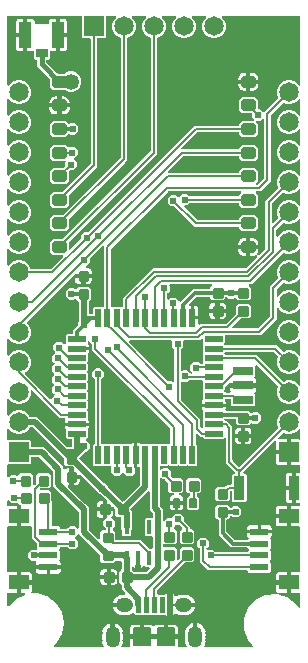
<source format=gbr>
G04 EAGLE Gerber RS-274X export*
G75*
%MOMM*%
%FSLAX34Y34*%
%LPD*%
%AMOC8*
5,1,8,0,0,1.08239X$1,22.5*%
G01*
%ADD10C,0.222250*%
%ADD11C,0.158750*%
%ADD12R,0.500000X1.500000*%
%ADD13R,1.500000X0.500000*%
%ADD14C,0.040638*%
%ADD15C,0.152400*%
%ADD16C,1.208000*%
%ADD17C,1.270000*%
%ADD18R,1.700000X0.700000*%
%ADD19C,0.500000*%
%ADD20R,0.400000X1.200000*%
%ADD21R,1.050000X2.200000*%
%ADD22R,1.000000X0.800000*%
%ADD23R,1.651000X1.651000*%
%ADD24C,1.651000*%
%ADD25R,1.550000X0.600000*%
%ADD26R,1.800000X1.200000*%
%ADD27R,0.870000X2.000000*%
%ADD28C,0.203200*%
%ADD29C,0.508000*%
%ADD30C,0.304800*%
%ADD31C,0.609600*%
%ADD32C,1.350000*%
%ADD33C,0.406400*%

G36*
X86317Y5222D02*
X86317Y5222D01*
X86414Y5229D01*
X86448Y5242D01*
X86484Y5248D01*
X86571Y5290D01*
X86662Y5325D01*
X86690Y5348D01*
X86723Y5363D01*
X86794Y5430D01*
X86871Y5490D01*
X86891Y5520D01*
X86917Y5545D01*
X86966Y5629D01*
X87021Y5710D01*
X87031Y5744D01*
X87049Y5775D01*
X87070Y5871D01*
X87099Y5964D01*
X87099Y6000D01*
X87107Y6035D01*
X87099Y6132D01*
X87099Y6230D01*
X87089Y6255D01*
X87085Y6300D01*
X86986Y6547D01*
X86966Y6571D01*
X86959Y6589D01*
X86369Y7473D01*
X85699Y9091D01*
X85496Y10112D01*
X85573Y10188D01*
X85663Y10272D01*
X85669Y10281D01*
X85676Y10288D01*
X85734Y10396D01*
X85795Y10502D01*
X85798Y10513D01*
X85803Y10522D01*
X85826Y10642D01*
X85853Y10762D01*
X85852Y10772D01*
X85854Y10783D01*
X85849Y10814D01*
X85831Y11027D01*
X85796Y11115D01*
X85788Y11163D01*
X85699Y11377D01*
X85432Y12718D01*
X85427Y12733D01*
X85425Y12749D01*
X85397Y12821D01*
X85412Y12890D01*
X85432Y12936D01*
X85654Y14051D01*
X85666Y14316D01*
X85653Y14366D01*
X85654Y14397D01*
X85533Y15004D01*
X85528Y15019D01*
X85526Y15035D01*
X85483Y15144D01*
X85443Y15254D01*
X85433Y15267D01*
X85430Y15275D01*
X85439Y15459D01*
X85433Y15482D01*
X85490Y15582D01*
X85513Y15684D01*
X85533Y15730D01*
X85699Y16563D01*
X85998Y17285D01*
X86000Y17295D01*
X86006Y17304D01*
X86032Y17424D01*
X86062Y17543D01*
X86061Y17554D01*
X86063Y17564D01*
X86053Y17686D01*
X86046Y17808D01*
X86043Y17818D01*
X86042Y17829D01*
X85996Y17943D01*
X85953Y18057D01*
X85947Y18066D01*
X85943Y18076D01*
X85865Y18172D01*
X85790Y18268D01*
X85782Y18274D01*
X85775Y18282D01*
X85673Y18350D01*
X85573Y18420D01*
X85563Y18424D01*
X85554Y18429D01*
X85524Y18436D01*
X85516Y18439D01*
X85699Y19357D01*
X86369Y20975D01*
X87342Y22432D01*
X88580Y23670D01*
X90037Y24643D01*
X91655Y25313D01*
X92499Y25481D01*
X92499Y17625D01*
X92514Y17524D01*
X92522Y17421D01*
X92534Y17393D01*
X92538Y17362D01*
X92583Y17270D01*
X92621Y17175D01*
X92641Y17151D01*
X92654Y17123D01*
X92724Y17048D01*
X92789Y16968D01*
X92815Y16951D01*
X92836Y16929D01*
X92925Y16878D01*
X93010Y16821D01*
X93034Y16816D01*
X93066Y16797D01*
X93195Y16768D01*
X93183Y16767D01*
X93155Y16756D01*
X93124Y16751D01*
X93032Y16707D01*
X92936Y16668D01*
X92913Y16649D01*
X92885Y16636D01*
X92810Y16565D01*
X92730Y16501D01*
X92713Y16475D01*
X92691Y16454D01*
X92640Y16365D01*
X92583Y16280D01*
X92577Y16256D01*
X92559Y16223D01*
X92501Y15964D01*
X92503Y15938D01*
X92501Y15928D01*
X92502Y15916D01*
X92499Y15903D01*
X92499Y14831D01*
X92514Y14730D01*
X92522Y14627D01*
X92534Y14599D01*
X92538Y14568D01*
X92583Y14476D01*
X92621Y14381D01*
X92641Y14357D01*
X92654Y14329D01*
X92724Y14254D01*
X92789Y14174D01*
X92815Y14157D01*
X92836Y14135D01*
X92925Y14084D01*
X93010Y14027D01*
X93034Y14022D01*
X93066Y14003D01*
X93195Y13974D01*
X93183Y13973D01*
X93155Y13962D01*
X93124Y13957D01*
X93032Y13913D01*
X92936Y13874D01*
X92913Y13855D01*
X92885Y13842D01*
X92810Y13771D01*
X92730Y13707D01*
X92713Y13681D01*
X92691Y13660D01*
X92640Y13571D01*
X92583Y13486D01*
X92577Y13462D01*
X92559Y13429D01*
X92501Y13170D01*
X92504Y13132D01*
X92499Y13109D01*
X92499Y12545D01*
X92514Y12444D01*
X92522Y12341D01*
X92534Y12313D01*
X92538Y12282D01*
X92583Y12190D01*
X92621Y12095D01*
X92641Y12071D01*
X92654Y12043D01*
X92724Y11968D01*
X92789Y11888D01*
X92815Y11871D01*
X92836Y11849D01*
X92925Y11798D01*
X93010Y11741D01*
X93034Y11736D01*
X93066Y11717D01*
X93195Y11688D01*
X93183Y11687D01*
X93155Y11676D01*
X93124Y11671D01*
X93032Y11627D01*
X92936Y11588D01*
X92913Y11569D01*
X92885Y11556D01*
X92810Y11485D01*
X92730Y11421D01*
X92713Y11395D01*
X92691Y11374D01*
X92640Y11285D01*
X92583Y11200D01*
X92577Y11176D01*
X92559Y11143D01*
X92501Y10884D01*
X92504Y10846D01*
X92499Y10823D01*
X92499Y6096D01*
X92514Y5994D01*
X92522Y5892D01*
X92534Y5864D01*
X92538Y5833D01*
X92583Y5741D01*
X92621Y5645D01*
X92641Y5622D01*
X92654Y5594D01*
X92724Y5519D01*
X92789Y5439D01*
X92815Y5422D01*
X92836Y5400D01*
X92925Y5349D01*
X93010Y5292D01*
X93034Y5286D01*
X93066Y5268D01*
X93326Y5210D01*
X93364Y5213D01*
X93387Y5208D01*
X95109Y5208D01*
X95211Y5223D01*
X95313Y5231D01*
X95341Y5243D01*
X95372Y5248D01*
X95464Y5292D01*
X95560Y5330D01*
X95583Y5350D01*
X95611Y5363D01*
X95686Y5433D01*
X95766Y5498D01*
X95783Y5524D01*
X95805Y5545D01*
X95856Y5634D01*
X95913Y5719D01*
X95919Y5743D01*
X95937Y5775D01*
X95995Y6035D01*
X95992Y6073D01*
X95997Y6096D01*
X95997Y10823D01*
X95982Y10924D01*
X95974Y11027D01*
X95962Y11055D01*
X95957Y11086D01*
X95913Y11178D01*
X95875Y11273D01*
X95855Y11297D01*
X95842Y11325D01*
X95772Y11400D01*
X95707Y11480D01*
X95681Y11497D01*
X95660Y11519D01*
X95571Y11570D01*
X95486Y11627D01*
X95462Y11632D01*
X95430Y11651D01*
X95301Y11680D01*
X95313Y11681D01*
X95341Y11692D01*
X95372Y11697D01*
X95464Y11741D01*
X95560Y11780D01*
X95583Y11799D01*
X95611Y11812D01*
X95686Y11883D01*
X95766Y11947D01*
X95783Y11973D01*
X95805Y11994D01*
X95856Y12083D01*
X95913Y12168D01*
X95919Y12192D01*
X95937Y12225D01*
X95995Y12484D01*
X95992Y12522D01*
X95997Y12545D01*
X95997Y13109D01*
X95982Y13210D01*
X95974Y13313D01*
X95962Y13341D01*
X95957Y13372D01*
X95913Y13464D01*
X95875Y13559D01*
X95855Y13583D01*
X95842Y13611D01*
X95772Y13686D01*
X95707Y13766D01*
X95681Y13783D01*
X95660Y13805D01*
X95571Y13856D01*
X95486Y13913D01*
X95462Y13918D01*
X95430Y13937D01*
X95301Y13966D01*
X95313Y13967D01*
X95341Y13978D01*
X95372Y13983D01*
X95464Y14027D01*
X95560Y14066D01*
X95583Y14085D01*
X95611Y14098D01*
X95686Y14169D01*
X95766Y14233D01*
X95783Y14259D01*
X95805Y14280D01*
X95856Y14369D01*
X95913Y14454D01*
X95919Y14478D01*
X95937Y14511D01*
X95995Y14770D01*
X95992Y14808D01*
X95997Y14831D01*
X95997Y15903D01*
X95982Y16004D01*
X95974Y16107D01*
X95962Y16135D01*
X95957Y16166D01*
X95913Y16258D01*
X95875Y16353D01*
X95855Y16377D01*
X95842Y16405D01*
X95772Y16480D01*
X95707Y16560D01*
X95681Y16577D01*
X95660Y16599D01*
X95571Y16650D01*
X95486Y16707D01*
X95462Y16712D01*
X95430Y16731D01*
X95301Y16760D01*
X95313Y16761D01*
X95341Y16772D01*
X95372Y16777D01*
X95464Y16821D01*
X95560Y16860D01*
X95583Y16879D01*
X95611Y16892D01*
X95686Y16963D01*
X95766Y17027D01*
X95783Y17053D01*
X95805Y17074D01*
X95856Y17163D01*
X95913Y17248D01*
X95919Y17272D01*
X95937Y17305D01*
X95995Y17564D01*
X95994Y17577D01*
X95995Y17582D01*
X95993Y17607D01*
X95997Y17625D01*
X95997Y25481D01*
X96841Y25313D01*
X98459Y24643D01*
X99916Y23670D01*
X101154Y22432D01*
X102127Y20975D01*
X102797Y19357D01*
X102980Y18438D01*
X102927Y18411D01*
X102817Y18358D01*
X102809Y18351D01*
X102800Y18346D01*
X102712Y18260D01*
X102622Y18176D01*
X102617Y18167D01*
X102610Y18160D01*
X102551Y18052D01*
X102490Y17946D01*
X102488Y17935D01*
X102483Y17926D01*
X102459Y17806D01*
X102433Y17686D01*
X102433Y17676D01*
X102431Y17665D01*
X102437Y17635D01*
X102454Y17421D01*
X102490Y17333D01*
X102498Y17285D01*
X102797Y16563D01*
X102963Y15730D01*
X102968Y15715D01*
X102970Y15699D01*
X103013Y15590D01*
X103053Y15480D01*
X103063Y15467D01*
X103066Y15459D01*
X103057Y15275D01*
X103063Y15252D01*
X103006Y15152D01*
X102983Y15050D01*
X102963Y15004D01*
X102842Y14397D01*
X102830Y14132D01*
X102843Y14082D01*
X102842Y14051D01*
X103064Y12936D01*
X103069Y12921D01*
X103071Y12905D01*
X103099Y12833D01*
X103084Y12764D01*
X103064Y12718D01*
X102797Y11377D01*
X102708Y11163D01*
X102706Y11153D01*
X102701Y11144D01*
X102674Y11024D01*
X102645Y10905D01*
X102645Y10894D01*
X102643Y10884D01*
X102653Y10762D01*
X102660Y10640D01*
X102664Y10630D01*
X102665Y10619D01*
X102710Y10505D01*
X102753Y10391D01*
X102760Y10382D01*
X102764Y10372D01*
X102842Y10276D01*
X102916Y10180D01*
X102924Y10174D01*
X102931Y10166D01*
X103002Y10119D01*
X102797Y9091D01*
X102127Y7473D01*
X101537Y6589D01*
X101495Y6501D01*
X101447Y6417D01*
X101439Y6381D01*
X101424Y6349D01*
X101410Y6252D01*
X101389Y6157D01*
X101392Y6121D01*
X101387Y6086D01*
X101403Y5989D01*
X101411Y5892D01*
X101424Y5859D01*
X101430Y5823D01*
X101473Y5736D01*
X101510Y5645D01*
X101532Y5617D01*
X101548Y5585D01*
X101616Y5515D01*
X101677Y5439D01*
X101707Y5419D01*
X101732Y5393D01*
X101817Y5346D01*
X101898Y5292D01*
X101925Y5286D01*
X101964Y5264D01*
X102225Y5209D01*
X102256Y5212D01*
X102275Y5208D01*
X108283Y5208D01*
X108368Y5221D01*
X108454Y5224D01*
X108499Y5240D01*
X108546Y5248D01*
X108624Y5285D01*
X108704Y5314D01*
X108742Y5342D01*
X108786Y5363D01*
X108848Y5422D01*
X108917Y5473D01*
X108945Y5512D01*
X108980Y5545D01*
X109022Y5619D01*
X109073Y5688D01*
X109088Y5734D01*
X109112Y5775D01*
X109130Y5859D01*
X109158Y5940D01*
X109156Y5976D01*
X109170Y6035D01*
X109148Y6300D01*
X109142Y6315D01*
X109141Y6326D01*
X108979Y6931D01*
X108979Y12447D01*
X118251Y12447D01*
X118352Y12462D01*
X118455Y12471D01*
X118483Y12482D01*
X118514Y12487D01*
X118606Y12531D01*
X118701Y12570D01*
X118725Y12589D01*
X118753Y12602D01*
X118828Y12672D01*
X118908Y12737D01*
X118925Y12763D01*
X118947Y12784D01*
X118998Y12873D01*
X119055Y12958D01*
X119060Y12982D01*
X119079Y13014D01*
X119137Y13274D01*
X119134Y13312D01*
X119139Y13335D01*
X119139Y14225D01*
X119141Y14225D01*
X119141Y13335D01*
X119156Y13234D01*
X119165Y13131D01*
X119176Y13103D01*
X119181Y13072D01*
X119225Y12980D01*
X119264Y12885D01*
X119283Y12861D01*
X119296Y12833D01*
X119366Y12758D01*
X119431Y12678D01*
X119457Y12661D01*
X119478Y12639D01*
X119567Y12588D01*
X119652Y12531D01*
X119676Y12525D01*
X119709Y12507D01*
X119968Y12449D01*
X120006Y12452D01*
X120029Y12447D01*
X138571Y12447D01*
X138672Y12462D01*
X138775Y12471D01*
X138803Y12482D01*
X138834Y12487D01*
X138926Y12531D01*
X139021Y12570D01*
X139045Y12589D01*
X139073Y12602D01*
X139148Y12672D01*
X139228Y12737D01*
X139245Y12763D01*
X139267Y12784D01*
X139318Y12873D01*
X139375Y12958D01*
X139380Y12982D01*
X139399Y13014D01*
X139457Y13274D01*
X139454Y13312D01*
X139459Y13335D01*
X139459Y14225D01*
X139461Y14225D01*
X139461Y13335D01*
X139476Y13234D01*
X139485Y13131D01*
X139496Y13103D01*
X139501Y13072D01*
X139545Y12980D01*
X139584Y12885D01*
X139603Y12861D01*
X139616Y12833D01*
X139686Y12758D01*
X139751Y12678D01*
X139777Y12661D01*
X139798Y12639D01*
X139887Y12588D01*
X139972Y12531D01*
X139996Y12525D01*
X140029Y12507D01*
X140288Y12449D01*
X140326Y12452D01*
X140349Y12447D01*
X149621Y12447D01*
X149621Y6931D01*
X149459Y6326D01*
X149449Y6241D01*
X149430Y6157D01*
X149434Y6109D01*
X149429Y6062D01*
X149445Y5977D01*
X149452Y5892D01*
X149470Y5848D01*
X149479Y5801D01*
X149519Y5725D01*
X149551Y5645D01*
X149581Y5608D01*
X149604Y5566D01*
X149665Y5506D01*
X149719Y5439D01*
X149758Y5413D01*
X149792Y5379D01*
X149868Y5339D01*
X149940Y5292D01*
X149974Y5284D01*
X150028Y5256D01*
X150290Y5208D01*
X150306Y5210D01*
X150317Y5208D01*
X156325Y5208D01*
X156421Y5222D01*
X156518Y5229D01*
X156552Y5242D01*
X156588Y5248D01*
X156675Y5290D01*
X156766Y5325D01*
X156794Y5348D01*
X156827Y5363D01*
X156898Y5430D01*
X156975Y5490D01*
X156995Y5520D01*
X157021Y5545D01*
X157070Y5629D01*
X157125Y5710D01*
X157135Y5744D01*
X157153Y5775D01*
X157174Y5871D01*
X157203Y5964D01*
X157203Y6000D01*
X157211Y6035D01*
X157203Y6132D01*
X157203Y6230D01*
X157193Y6255D01*
X157189Y6300D01*
X157090Y6547D01*
X157070Y6571D01*
X157063Y6589D01*
X156473Y7473D01*
X155803Y9091D01*
X155611Y10058D01*
X155678Y10090D01*
X155686Y10097D01*
X155695Y10102D01*
X155782Y10187D01*
X155873Y10272D01*
X155878Y10281D01*
X155885Y10288D01*
X155944Y10396D01*
X156004Y10502D01*
X156007Y10513D01*
X156012Y10522D01*
X156036Y10642D01*
X156062Y10762D01*
X156061Y10772D01*
X156063Y10783D01*
X156058Y10813D01*
X156041Y11027D01*
X156005Y11115D01*
X155997Y11163D01*
X155803Y11631D01*
X155587Y12718D01*
X155581Y12733D01*
X155580Y12749D01*
X155536Y12858D01*
X155512Y12925D01*
X155515Y12992D01*
X155544Y13042D01*
X155566Y13144D01*
X155587Y13190D01*
X155758Y14051D01*
X155770Y14316D01*
X155757Y14366D01*
X155758Y14397D01*
X155587Y15258D01*
X155581Y15273D01*
X155580Y15289D01*
X155536Y15398D01*
X155512Y15465D01*
X155515Y15532D01*
X155544Y15582D01*
X155566Y15684D01*
X155587Y15730D01*
X155803Y16817D01*
X155997Y17285D01*
X155999Y17295D01*
X156004Y17304D01*
X156031Y17424D01*
X156061Y17543D01*
X156060Y17554D01*
X156062Y17564D01*
X156052Y17686D01*
X156045Y17808D01*
X156041Y17818D01*
X156041Y17829D01*
X155995Y17943D01*
X155952Y18057D01*
X155946Y18066D01*
X155942Y18076D01*
X155864Y18172D01*
X155789Y18268D01*
X155781Y18274D01*
X155774Y18282D01*
X155672Y18350D01*
X155611Y18393D01*
X155803Y19357D01*
X156473Y20975D01*
X157446Y22432D01*
X158684Y23670D01*
X160141Y24643D01*
X161759Y25313D01*
X162603Y25481D01*
X162603Y17625D01*
X162618Y17524D01*
X162626Y17421D01*
X162638Y17393D01*
X162642Y17362D01*
X162687Y17270D01*
X162725Y17175D01*
X162745Y17151D01*
X162758Y17123D01*
X162828Y17048D01*
X162893Y16968D01*
X162919Y16951D01*
X162940Y16929D01*
X163029Y16878D01*
X163114Y16821D01*
X163138Y16816D01*
X163170Y16797D01*
X163299Y16768D01*
X163287Y16767D01*
X163259Y16756D01*
X163228Y16751D01*
X163136Y16707D01*
X163040Y16668D01*
X163017Y16649D01*
X162989Y16636D01*
X162914Y16565D01*
X162834Y16501D01*
X162817Y16475D01*
X162795Y16454D01*
X162744Y16365D01*
X162687Y16280D01*
X162681Y16256D01*
X162663Y16223D01*
X162605Y15964D01*
X162607Y15938D01*
X162605Y15928D01*
X162606Y15916D01*
X162603Y15903D01*
X162603Y15085D01*
X162618Y14984D01*
X162626Y14881D01*
X162638Y14853D01*
X162642Y14822D01*
X162687Y14730D01*
X162725Y14635D01*
X162745Y14611D01*
X162758Y14583D01*
X162828Y14508D01*
X162893Y14428D01*
X162919Y14411D01*
X162940Y14389D01*
X163029Y14338D01*
X163114Y14281D01*
X163138Y14276D01*
X163170Y14257D01*
X163299Y14228D01*
X163287Y14227D01*
X163259Y14216D01*
X163228Y14211D01*
X163136Y14167D01*
X163040Y14128D01*
X163017Y14109D01*
X162989Y14096D01*
X162914Y14025D01*
X162834Y13961D01*
X162817Y13935D01*
X162795Y13914D01*
X162744Y13825D01*
X162687Y13740D01*
X162681Y13716D01*
X162663Y13683D01*
X162605Y13424D01*
X162608Y13386D01*
X162603Y13363D01*
X162603Y12545D01*
X162618Y12444D01*
X162626Y12341D01*
X162638Y12313D01*
X162642Y12282D01*
X162687Y12190D01*
X162725Y12095D01*
X162745Y12071D01*
X162758Y12043D01*
X162828Y11968D01*
X162893Y11888D01*
X162919Y11871D01*
X162940Y11849D01*
X163029Y11798D01*
X163114Y11741D01*
X163138Y11736D01*
X163170Y11717D01*
X163299Y11688D01*
X163287Y11687D01*
X163259Y11676D01*
X163228Y11671D01*
X163136Y11627D01*
X163040Y11588D01*
X163017Y11569D01*
X162989Y11556D01*
X162914Y11485D01*
X162834Y11421D01*
X162817Y11395D01*
X162795Y11374D01*
X162744Y11285D01*
X162687Y11200D01*
X162681Y11176D01*
X162663Y11143D01*
X162605Y10884D01*
X162608Y10846D01*
X162603Y10823D01*
X162603Y6096D01*
X162618Y5994D01*
X162626Y5892D01*
X162638Y5864D01*
X162642Y5833D01*
X162687Y5741D01*
X162725Y5645D01*
X162745Y5622D01*
X162758Y5594D01*
X162828Y5519D01*
X162893Y5439D01*
X162919Y5422D01*
X162940Y5400D01*
X163029Y5349D01*
X163114Y5292D01*
X163138Y5286D01*
X163170Y5268D01*
X163430Y5210D01*
X163468Y5213D01*
X163491Y5208D01*
X165213Y5208D01*
X165315Y5223D01*
X165417Y5231D01*
X165445Y5243D01*
X165476Y5248D01*
X165568Y5292D01*
X165664Y5330D01*
X165687Y5350D01*
X165715Y5363D01*
X165790Y5433D01*
X165870Y5498D01*
X165887Y5524D01*
X165909Y5545D01*
X165960Y5634D01*
X166017Y5719D01*
X166023Y5743D01*
X166041Y5775D01*
X166099Y6035D01*
X166096Y6073D01*
X166101Y6096D01*
X166101Y10823D01*
X166086Y10924D01*
X166078Y11027D01*
X166066Y11055D01*
X166061Y11086D01*
X166017Y11178D01*
X165979Y11273D01*
X165959Y11297D01*
X165946Y11325D01*
X165876Y11400D01*
X165811Y11480D01*
X165785Y11497D01*
X165764Y11519D01*
X165675Y11570D01*
X165590Y11627D01*
X165566Y11632D01*
X165534Y11651D01*
X165405Y11680D01*
X165417Y11681D01*
X165445Y11692D01*
X165476Y11697D01*
X165568Y11741D01*
X165664Y11780D01*
X165687Y11799D01*
X165715Y11812D01*
X165790Y11883D01*
X165870Y11947D01*
X165887Y11973D01*
X165909Y11994D01*
X165960Y12083D01*
X166017Y12168D01*
X166023Y12192D01*
X166041Y12225D01*
X166099Y12484D01*
X166096Y12522D01*
X166101Y12545D01*
X166101Y13363D01*
X166086Y13464D01*
X166078Y13567D01*
X166066Y13595D01*
X166061Y13626D01*
X166017Y13718D01*
X165979Y13813D01*
X165959Y13837D01*
X165946Y13865D01*
X165876Y13940D01*
X165811Y14020D01*
X165785Y14037D01*
X165764Y14059D01*
X165675Y14110D01*
X165590Y14167D01*
X165566Y14172D01*
X165534Y14191D01*
X165405Y14220D01*
X165417Y14221D01*
X165445Y14232D01*
X165476Y14237D01*
X165568Y14281D01*
X165664Y14320D01*
X165687Y14339D01*
X165715Y14352D01*
X165790Y14423D01*
X165870Y14487D01*
X165887Y14513D01*
X165909Y14534D01*
X165960Y14623D01*
X166017Y14708D01*
X166023Y14732D01*
X166041Y14765D01*
X166099Y15024D01*
X166096Y15062D01*
X166101Y15085D01*
X166101Y15903D01*
X166086Y16004D01*
X166078Y16107D01*
X166066Y16135D01*
X166061Y16166D01*
X166017Y16258D01*
X165979Y16353D01*
X165959Y16377D01*
X165946Y16405D01*
X165876Y16480D01*
X165811Y16560D01*
X165785Y16577D01*
X165764Y16599D01*
X165675Y16650D01*
X165590Y16707D01*
X165566Y16712D01*
X165534Y16731D01*
X165405Y16760D01*
X165417Y16761D01*
X165445Y16772D01*
X165476Y16777D01*
X165568Y16821D01*
X165664Y16860D01*
X165687Y16879D01*
X165715Y16892D01*
X165790Y16963D01*
X165870Y17027D01*
X165887Y17053D01*
X165909Y17074D01*
X165960Y17163D01*
X166017Y17248D01*
X166023Y17272D01*
X166041Y17305D01*
X166099Y17564D01*
X166098Y17577D01*
X166099Y17582D01*
X166097Y17607D01*
X166101Y17625D01*
X166101Y25481D01*
X166945Y25313D01*
X168563Y24643D01*
X170020Y23670D01*
X171258Y22432D01*
X172231Y20975D01*
X172901Y19357D01*
X173093Y18390D01*
X173026Y18358D01*
X173018Y18351D01*
X173009Y18346D01*
X172922Y18260D01*
X172831Y18176D01*
X172826Y18167D01*
X172819Y18160D01*
X172760Y18052D01*
X172700Y17946D01*
X172697Y17935D01*
X172692Y17926D01*
X172668Y17806D01*
X172642Y17686D01*
X172643Y17676D01*
X172641Y17665D01*
X172646Y17635D01*
X172663Y17421D01*
X172699Y17333D01*
X172707Y17285D01*
X172901Y16817D01*
X173117Y15730D01*
X173123Y15715D01*
X173124Y15699D01*
X173168Y15590D01*
X173192Y15523D01*
X173189Y15456D01*
X173160Y15406D01*
X173138Y15304D01*
X173117Y15258D01*
X172946Y14397D01*
X172934Y14132D01*
X172947Y14082D01*
X172946Y14051D01*
X173117Y13190D01*
X173123Y13175D01*
X173124Y13159D01*
X173168Y13050D01*
X173192Y12983D01*
X173189Y12916D01*
X173160Y12866D01*
X173138Y12764D01*
X173117Y12718D01*
X172901Y11631D01*
X172707Y11163D01*
X172705Y11153D01*
X172700Y11144D01*
X172673Y11024D01*
X172643Y10905D01*
X172644Y10894D01*
X172642Y10884D01*
X172652Y10762D01*
X172659Y10639D01*
X172663Y10630D01*
X172663Y10619D01*
X172709Y10505D01*
X172752Y10391D01*
X172758Y10382D01*
X172762Y10372D01*
X172840Y10277D01*
X172915Y10180D01*
X172923Y10174D01*
X172930Y10166D01*
X173032Y10098D01*
X173093Y10055D01*
X172901Y9091D01*
X172231Y7473D01*
X171641Y6589D01*
X171599Y6501D01*
X171551Y6417D01*
X171543Y6381D01*
X171528Y6349D01*
X171514Y6252D01*
X171493Y6157D01*
X171496Y6121D01*
X171491Y6086D01*
X171507Y5989D01*
X171515Y5892D01*
X171528Y5859D01*
X171534Y5823D01*
X171577Y5736D01*
X171614Y5645D01*
X171636Y5617D01*
X171652Y5585D01*
X171720Y5515D01*
X171781Y5439D01*
X171811Y5419D01*
X171836Y5393D01*
X171921Y5346D01*
X172002Y5292D01*
X172029Y5286D01*
X172068Y5264D01*
X172329Y5209D01*
X172360Y5212D01*
X172379Y5208D01*
X212102Y5208D01*
X212133Y5212D01*
X212164Y5210D01*
X212264Y5232D01*
X212365Y5248D01*
X212393Y5261D01*
X212423Y5268D01*
X212512Y5319D01*
X212604Y5363D01*
X212627Y5385D01*
X212654Y5400D01*
X212723Y5475D01*
X212798Y5545D01*
X212814Y5572D01*
X212835Y5594D01*
X212880Y5687D01*
X212930Y5775D01*
X212937Y5806D01*
X212951Y5834D01*
X212966Y5935D01*
X212988Y6035D01*
X212986Y6066D01*
X212990Y6097D01*
X212975Y6198D01*
X212966Y6300D01*
X212955Y6329D01*
X212950Y6359D01*
X212925Y6404D01*
X212867Y6547D01*
X212785Y6649D01*
X212758Y6694D01*
X208609Y11246D01*
X205191Y20069D01*
X205191Y29531D01*
X208609Y38354D01*
X214984Y45347D01*
X223454Y49564D01*
X232770Y50428D01*
X232781Y50430D01*
X232791Y50430D01*
X232910Y50462D01*
X233028Y50492D01*
X233037Y50497D01*
X233048Y50500D01*
X233151Y50566D01*
X233256Y50629D01*
X233263Y50637D01*
X233272Y50642D01*
X233351Y50735D01*
X233433Y50828D01*
X233437Y50837D01*
X233444Y50845D01*
X233492Y50957D01*
X233543Y51069D01*
X233544Y51080D01*
X233548Y51090D01*
X233561Y51212D01*
X233576Y51333D01*
X233575Y51343D01*
X233576Y51354D01*
X233552Y51475D01*
X233531Y51595D01*
X233526Y51604D01*
X233524Y51615D01*
X233507Y51641D01*
X233409Y51831D01*
X233342Y51900D01*
X233317Y51940D01*
X232817Y52440D01*
X232482Y53019D01*
X232309Y53665D01*
X232309Y58223D01*
X242073Y58223D01*
X242073Y51459D01*
X235652Y51459D01*
X235642Y51458D01*
X235632Y51459D01*
X235511Y51438D01*
X235389Y51419D01*
X235380Y51415D01*
X235370Y51413D01*
X235260Y51357D01*
X235150Y51304D01*
X235142Y51297D01*
X235133Y51292D01*
X235046Y51206D01*
X234956Y51122D01*
X234951Y51113D01*
X234943Y51106D01*
X234885Y50998D01*
X234824Y50892D01*
X234822Y50881D01*
X234817Y50872D01*
X234793Y50752D01*
X234766Y50632D01*
X234767Y50622D01*
X234765Y50612D01*
X234778Y50489D01*
X234788Y50367D01*
X234791Y50358D01*
X234793Y50347D01*
X234841Y50234D01*
X234887Y50120D01*
X234893Y50112D01*
X234897Y50103D01*
X234977Y50009D01*
X235054Y49914D01*
X235063Y49908D01*
X235070Y49900D01*
X235097Y49886D01*
X235275Y49767D01*
X235346Y49751D01*
X235409Y49717D01*
X241977Y47848D01*
X249528Y42146D01*
X251749Y38558D01*
X251762Y38543D01*
X251771Y38524D01*
X251848Y38441D01*
X251921Y38356D01*
X251938Y38345D01*
X251953Y38329D01*
X252050Y38274D01*
X252145Y38213D01*
X252165Y38208D01*
X252183Y38198D01*
X252293Y38173D01*
X252402Y38144D01*
X252423Y38144D01*
X252443Y38140D01*
X252555Y38149D01*
X252668Y38153D01*
X252687Y38160D01*
X252708Y38161D01*
X252812Y38203D01*
X252919Y38240D01*
X252935Y38253D01*
X252955Y38260D01*
X253042Y38331D01*
X253132Y38398D01*
X253145Y38415D01*
X253161Y38428D01*
X253223Y38522D01*
X253290Y38612D01*
X253297Y38632D01*
X253308Y38649D01*
X253318Y38693D01*
X253377Y38863D01*
X253381Y38976D01*
X253392Y39026D01*
X253392Y50571D01*
X253377Y50673D01*
X253369Y50775D01*
X253357Y50803D01*
X253352Y50834D01*
X253308Y50926D01*
X253270Y51022D01*
X253250Y51045D01*
X253237Y51073D01*
X253167Y51148D01*
X253102Y51228D01*
X253076Y51245D01*
X253055Y51267D01*
X252966Y51318D01*
X252881Y51375D01*
X252857Y51381D01*
X252825Y51399D01*
X252565Y51457D01*
X252527Y51454D01*
X252504Y51459D01*
X245627Y51459D01*
X245627Y59111D01*
X245612Y59212D01*
X245603Y59315D01*
X245592Y59343D01*
X245587Y59374D01*
X245543Y59466D01*
X245504Y59561D01*
X245485Y59585D01*
X245472Y59613D01*
X245402Y59688D01*
X245337Y59768D01*
X245311Y59785D01*
X245290Y59807D01*
X245201Y59858D01*
X245116Y59915D01*
X245092Y59920D01*
X245059Y59939D01*
X244800Y59997D01*
X244762Y59994D01*
X244739Y59999D01*
X243849Y59999D01*
X243849Y60001D01*
X244739Y60001D01*
X244840Y60016D01*
X244943Y60025D01*
X244971Y60036D01*
X245002Y60041D01*
X245094Y60085D01*
X245189Y60124D01*
X245213Y60143D01*
X245241Y60156D01*
X245316Y60226D01*
X245396Y60291D01*
X245413Y60317D01*
X245435Y60338D01*
X245486Y60427D01*
X245543Y60512D01*
X245548Y60536D01*
X245567Y60569D01*
X245625Y60828D01*
X245622Y60866D01*
X245627Y60889D01*
X245627Y68541D01*
X252504Y68541D01*
X252606Y68556D01*
X252708Y68564D01*
X252736Y68576D01*
X252767Y68581D01*
X252859Y68625D01*
X252955Y68663D01*
X252978Y68683D01*
X253006Y68696D01*
X253081Y68766D01*
X253161Y68831D01*
X253178Y68857D01*
X253200Y68878D01*
X253251Y68967D01*
X253308Y69052D01*
X253314Y69076D01*
X253332Y69108D01*
X253390Y69368D01*
X253387Y69406D01*
X253392Y69429D01*
X253392Y106571D01*
X253377Y106673D01*
X253369Y106775D01*
X253357Y106803D01*
X253352Y106834D01*
X253308Y106926D01*
X253270Y107022D01*
X253250Y107045D01*
X253237Y107073D01*
X253167Y107148D01*
X253102Y107228D01*
X253076Y107245D01*
X253055Y107267D01*
X252966Y107318D01*
X252881Y107375D01*
X252857Y107381D01*
X252825Y107399D01*
X252565Y107457D01*
X252527Y107454D01*
X252504Y107459D01*
X245627Y107459D01*
X245627Y115111D01*
X245612Y115212D01*
X245603Y115315D01*
X245592Y115343D01*
X245587Y115374D01*
X245543Y115466D01*
X245504Y115561D01*
X245485Y115585D01*
X245472Y115613D01*
X245402Y115688D01*
X245337Y115768D01*
X245311Y115785D01*
X245290Y115807D01*
X245201Y115858D01*
X245116Y115915D01*
X245092Y115920D01*
X245059Y115939D01*
X244800Y115997D01*
X244762Y115994D01*
X244739Y115999D01*
X243849Y115999D01*
X243849Y116001D01*
X244739Y116001D01*
X244840Y116016D01*
X244943Y116025D01*
X244971Y116036D01*
X245002Y116041D01*
X245094Y116085D01*
X245189Y116124D01*
X245213Y116143D01*
X245241Y116156D01*
X245316Y116226D01*
X245396Y116291D01*
X245413Y116317D01*
X245435Y116338D01*
X245486Y116427D01*
X245543Y116512D01*
X245548Y116536D01*
X245567Y116569D01*
X245625Y116828D01*
X245622Y116866D01*
X245627Y116889D01*
X245627Y124541D01*
X252504Y124541D01*
X252606Y124556D01*
X252708Y124564D01*
X252736Y124576D01*
X252767Y124581D01*
X252859Y124625D01*
X252955Y124663D01*
X252978Y124683D01*
X253006Y124696D01*
X253081Y124766D01*
X253161Y124831D01*
X253178Y124857D01*
X253200Y124878D01*
X253251Y124967D01*
X253308Y125052D01*
X253314Y125076D01*
X253332Y125108D01*
X253390Y125368D01*
X253387Y125406D01*
X253392Y125429D01*
X253392Y126733D01*
X253379Y126818D01*
X253376Y126903D01*
X253360Y126949D01*
X253352Y126996D01*
X253315Y127073D01*
X253286Y127154D01*
X253258Y127192D01*
X253237Y127235D01*
X253178Y127298D01*
X253127Y127366D01*
X253088Y127395D01*
X253055Y127430D01*
X252981Y127472D01*
X252912Y127522D01*
X252866Y127538D01*
X252825Y127562D01*
X252741Y127580D01*
X252660Y127608D01*
X252624Y127606D01*
X252565Y127619D01*
X252320Y127599D01*
X249397Y127599D01*
X249397Y139251D01*
X249382Y139352D01*
X249373Y139455D01*
X249362Y139483D01*
X249357Y139514D01*
X249313Y139606D01*
X249274Y139701D01*
X249255Y139725D01*
X249242Y139753D01*
X249172Y139828D01*
X249107Y139908D01*
X249081Y139925D01*
X249060Y139947D01*
X248971Y139998D01*
X248886Y140055D01*
X248862Y140060D01*
X248829Y140079D01*
X248570Y140137D01*
X248532Y140134D01*
X248509Y140139D01*
X247619Y140139D01*
X247619Y140141D01*
X248509Y140141D01*
X248610Y140156D01*
X248713Y140165D01*
X248741Y140176D01*
X248772Y140181D01*
X248864Y140225D01*
X248959Y140264D01*
X248983Y140283D01*
X249011Y140296D01*
X249086Y140366D01*
X249166Y140431D01*
X249183Y140457D01*
X249205Y140478D01*
X249256Y140567D01*
X249313Y140652D01*
X249318Y140676D01*
X249337Y140709D01*
X249395Y140968D01*
X249392Y141006D01*
X249397Y141029D01*
X249397Y152681D01*
X252347Y152681D01*
X252359Y152679D01*
X252443Y152661D01*
X252491Y152665D01*
X252538Y152659D01*
X252623Y152675D01*
X252708Y152682D01*
X252752Y152700D01*
X252799Y152709D01*
X252875Y152749D01*
X252955Y152781D01*
X252992Y152812D01*
X253034Y152834D01*
X253094Y152895D01*
X253161Y152949D01*
X253187Y152989D01*
X253221Y153023D01*
X253261Y153099D01*
X253308Y153170D01*
X253316Y153205D01*
X253344Y153258D01*
X253392Y153520D01*
X253390Y153536D01*
X253392Y153547D01*
X253392Y158669D01*
X253379Y158754D01*
X253376Y158839D01*
X253360Y158885D01*
X253352Y158932D01*
X253315Y159009D01*
X253286Y159090D01*
X253258Y159128D01*
X253237Y159171D01*
X253178Y159234D01*
X253127Y159302D01*
X253088Y159330D01*
X253055Y159365D01*
X252981Y159408D01*
X252911Y159458D01*
X252866Y159474D01*
X252825Y159497D01*
X252741Y159516D01*
X252660Y159543D01*
X252624Y159542D01*
X252565Y159555D01*
X252300Y159534D01*
X252285Y159527D01*
X252274Y159527D01*
X252189Y159504D01*
X245377Y159504D01*
X245377Y169411D01*
X245362Y169512D01*
X245353Y169615D01*
X245342Y169643D01*
X245337Y169674D01*
X245293Y169766D01*
X245254Y169861D01*
X245235Y169885D01*
X245222Y169913D01*
X245152Y169988D01*
X245087Y170068D01*
X245061Y170085D01*
X245040Y170107D01*
X244951Y170158D01*
X244866Y170215D01*
X244842Y170220D01*
X244810Y170239D01*
X244550Y170297D01*
X244512Y170294D01*
X244489Y170299D01*
X243599Y170299D01*
X243599Y170301D01*
X244489Y170301D01*
X244590Y170316D01*
X244693Y170325D01*
X244721Y170336D01*
X244752Y170341D01*
X244844Y170385D01*
X244939Y170424D01*
X244963Y170443D01*
X244991Y170456D01*
X245066Y170526D01*
X245146Y170591D01*
X245163Y170617D01*
X245185Y170638D01*
X245236Y170727D01*
X245293Y170812D01*
X245299Y170836D01*
X245317Y170869D01*
X245375Y171128D01*
X245372Y171166D01*
X245377Y171189D01*
X245377Y181096D01*
X252189Y181096D01*
X252274Y181073D01*
X252359Y181064D01*
X252443Y181045D01*
X252491Y181049D01*
X252538Y181043D01*
X252622Y181060D01*
X252708Y181066D01*
X252752Y181084D01*
X252799Y181093D01*
X252875Y181134D01*
X252955Y181165D01*
X252992Y181196D01*
X253034Y181218D01*
X253094Y181279D01*
X253161Y181333D01*
X253188Y181373D01*
X253221Y181407D01*
X253261Y181483D01*
X253308Y181554D01*
X253316Y181589D01*
X253344Y181643D01*
X253392Y181904D01*
X253390Y181920D01*
X253392Y181931D01*
X253392Y189158D01*
X253385Y189209D01*
X253386Y189261D01*
X253365Y189340D01*
X253352Y189421D01*
X253330Y189467D01*
X253316Y189517D01*
X253272Y189586D01*
X253237Y189660D01*
X253202Y189698D01*
X253174Y189741D01*
X253111Y189795D01*
X253055Y189854D01*
X253011Y189880D01*
X252971Y189913D01*
X252896Y189946D01*
X252825Y189986D01*
X252774Y189998D01*
X252727Y190018D01*
X252645Y190026D01*
X252565Y190044D01*
X252514Y190040D01*
X252462Y190045D01*
X252382Y190029D01*
X252300Y190023D01*
X252252Y190003D01*
X252202Y189993D01*
X252158Y189966D01*
X252053Y189924D01*
X251914Y189811D01*
X251876Y189786D01*
X249284Y187194D01*
X245596Y185666D01*
X241604Y185666D01*
X239264Y186636D01*
X239203Y186651D01*
X239146Y186675D01*
X239075Y186682D01*
X239006Y186700D01*
X238944Y186696D01*
X238882Y186702D01*
X238812Y186688D01*
X238740Y186684D01*
X238682Y186663D01*
X238621Y186650D01*
X238581Y186625D01*
X238491Y186591D01*
X238322Y186460D01*
X238296Y186443D01*
X234464Y182612D01*
X234434Y182571D01*
X234396Y182535D01*
X234355Y182464D01*
X234307Y182398D01*
X234290Y182349D01*
X234264Y182305D01*
X234246Y182225D01*
X234219Y182147D01*
X234218Y182095D01*
X234206Y182045D01*
X234213Y181963D01*
X234210Y181881D01*
X234224Y181832D01*
X234228Y181780D01*
X234258Y181704D01*
X234280Y181625D01*
X234308Y181581D01*
X234327Y181533D01*
X234379Y181470D01*
X234423Y181401D01*
X234462Y181367D01*
X234495Y181327D01*
X234563Y181282D01*
X234625Y181229D01*
X234673Y181208D01*
X234716Y181180D01*
X234766Y181168D01*
X234870Y181124D01*
X235048Y181106D01*
X235092Y181096D01*
X241823Y181096D01*
X241823Y172077D01*
X232804Y172077D01*
X232804Y178808D01*
X232797Y178858D01*
X232798Y178910D01*
X232777Y178989D01*
X232764Y179070D01*
X232742Y179117D01*
X232728Y179167D01*
X232684Y179236D01*
X232649Y179310D01*
X232614Y179347D01*
X232586Y179391D01*
X232523Y179444D01*
X232467Y179504D01*
X232423Y179530D01*
X232383Y179563D01*
X232308Y179595D01*
X232237Y179636D01*
X232186Y179647D01*
X232139Y179667D01*
X232057Y179676D01*
X231977Y179694D01*
X231926Y179689D01*
X231874Y179695D01*
X231794Y179679D01*
X231712Y179672D01*
X231664Y179653D01*
X231614Y179643D01*
X231570Y179615D01*
X231465Y179573D01*
X231326Y179460D01*
X231288Y179436D01*
X205821Y153969D01*
X205821Y153968D01*
X205287Y153435D01*
X205257Y153394D01*
X205219Y153358D01*
X205178Y153287D01*
X205130Y153221D01*
X205113Y153172D01*
X205087Y153128D01*
X205069Y153048D01*
X205042Y152970D01*
X205041Y152918D01*
X205029Y152868D01*
X205036Y152786D01*
X205033Y152704D01*
X205047Y152655D01*
X205051Y152603D01*
X205081Y152527D01*
X205103Y152448D01*
X205131Y152404D01*
X205150Y152356D01*
X205202Y152293D01*
X205246Y152224D01*
X205285Y152190D01*
X205318Y152150D01*
X205386Y152105D01*
X205448Y152052D01*
X205496Y152031D01*
X205539Y152003D01*
X205589Y151991D01*
X205693Y151947D01*
X205871Y151929D01*
X205915Y151919D01*
X206707Y151919D01*
X207749Y150877D01*
X207749Y129403D01*
X206707Y128361D01*
X196533Y128361D01*
X195491Y129403D01*
X195491Y136457D01*
X195476Y136559D01*
X195468Y136661D01*
X195456Y136689D01*
X195451Y136720D01*
X195407Y136812D01*
X195369Y136908D01*
X195349Y136931D01*
X195336Y136959D01*
X195266Y137034D01*
X195201Y137114D01*
X195175Y137131D01*
X195154Y137153D01*
X195065Y137204D01*
X194980Y137261D01*
X194956Y137267D01*
X194924Y137285D01*
X194664Y137343D01*
X194626Y137340D01*
X194603Y137345D01*
X194532Y137345D01*
X194430Y137330D01*
X194328Y137322D01*
X194300Y137310D01*
X194269Y137305D01*
X194177Y137261D01*
X194081Y137223D01*
X194058Y137203D01*
X194030Y137190D01*
X193955Y137120D01*
X193875Y137055D01*
X193858Y137029D01*
X193836Y137008D01*
X193785Y136919D01*
X193728Y136834D01*
X193722Y136810D01*
X193704Y136778D01*
X193646Y136518D01*
X193649Y136480D01*
X193644Y136457D01*
X193644Y130319D01*
X191951Y128626D01*
X182889Y128626D01*
X181196Y130319D01*
X181196Y139381D01*
X182889Y141074D01*
X189323Y141074D01*
X189344Y141077D01*
X189365Y141075D01*
X189475Y141097D01*
X189586Y141114D01*
X189605Y141123D01*
X189626Y141127D01*
X189664Y141151D01*
X189826Y141229D01*
X189908Y141306D01*
X189952Y141334D01*
X191552Y142935D01*
X194603Y142935D01*
X194705Y142950D01*
X194807Y142958D01*
X194835Y142970D01*
X194866Y142975D01*
X194958Y143019D01*
X195054Y143057D01*
X195077Y143077D01*
X195105Y143090D01*
X195180Y143160D01*
X195260Y143225D01*
X195277Y143251D01*
X195299Y143272D01*
X195350Y143361D01*
X195407Y143446D01*
X195413Y143470D01*
X195431Y143502D01*
X195489Y143762D01*
X195486Y143800D01*
X195491Y143823D01*
X195491Y150877D01*
X196533Y151919D01*
X197077Y151919D01*
X197128Y151926D01*
X197179Y151925D01*
X197258Y151946D01*
X197339Y151959D01*
X197386Y151981D01*
X197436Y151995D01*
X197505Y152039D01*
X197579Y152074D01*
X197616Y152110D01*
X197660Y152137D01*
X197713Y152200D01*
X197773Y152256D01*
X197799Y152301D01*
X197832Y152340D01*
X197864Y152415D01*
X197905Y152486D01*
X197916Y152537D01*
X197936Y152584D01*
X197945Y152666D01*
X197963Y152746D01*
X197958Y152797D01*
X197964Y152849D01*
X197948Y152929D01*
X197941Y153011D01*
X197922Y153059D01*
X197912Y153109D01*
X197884Y153153D01*
X197842Y153258D01*
X197729Y153397D01*
X197705Y153435D01*
X197171Y153968D01*
X197171Y153969D01*
X196843Y154296D01*
X196843Y154297D01*
X190245Y160894D01*
X190245Y181725D01*
X190238Y181776D01*
X190239Y181828D01*
X190218Y181907D01*
X190205Y181988D01*
X190183Y182035D01*
X190169Y182084D01*
X190125Y182154D01*
X190090Y182227D01*
X190054Y182265D01*
X190027Y182309D01*
X189964Y182362D01*
X189908Y182422D01*
X189864Y182447D01*
X189824Y182481D01*
X189749Y182513D01*
X189678Y182554D01*
X189627Y182565D01*
X189580Y182585D01*
X189498Y182594D01*
X189418Y182612D01*
X189367Y182607D01*
X189315Y182613D01*
X189235Y182597D01*
X189153Y182590D01*
X189105Y182571D01*
X189055Y182561D01*
X189011Y182533D01*
X188906Y182491D01*
X188767Y182378D01*
X188729Y182353D01*
X188157Y181781D01*
X171683Y181781D01*
X170459Y183005D01*
X170443Y183018D01*
X170429Y183034D01*
X170336Y183096D01*
X170245Y183163D01*
X170226Y183170D01*
X170208Y183181D01*
X170164Y183191D01*
X169994Y183250D01*
X169882Y183254D01*
X169831Y183265D01*
X168890Y183265D01*
X166231Y185925D01*
X166190Y185955D01*
X166154Y185993D01*
X166083Y186034D01*
X166017Y186082D01*
X165968Y186099D01*
X165924Y186125D01*
X165844Y186143D01*
X165766Y186170D01*
X165714Y186171D01*
X165664Y186183D01*
X165582Y186176D01*
X165500Y186179D01*
X165451Y186165D01*
X165399Y186161D01*
X165323Y186131D01*
X165244Y186109D01*
X165200Y186081D01*
X165152Y186062D01*
X165089Y186010D01*
X165020Y185966D01*
X164986Y185927D01*
X164946Y185894D01*
X164901Y185826D01*
X164848Y185764D01*
X164827Y185716D01*
X164799Y185673D01*
X164787Y185623D01*
X164743Y185519D01*
X164725Y185341D01*
X164715Y185297D01*
X164715Y178149D01*
X164718Y178128D01*
X164716Y178107D01*
X164738Y177997D01*
X164755Y177886D01*
X164764Y177867D01*
X164768Y177846D01*
X164792Y177808D01*
X164870Y177647D01*
X164947Y177564D01*
X164975Y177521D01*
X166199Y176297D01*
X166199Y159823D01*
X165157Y158781D01*
X158683Y158781D01*
X158548Y158916D01*
X158465Y158978D01*
X158387Y159044D01*
X158359Y159056D01*
X158334Y159074D01*
X158237Y159108D01*
X158143Y159148D01*
X158112Y159151D01*
X158083Y159161D01*
X157980Y159165D01*
X157878Y159176D01*
X157848Y159170D01*
X157817Y159171D01*
X157718Y159144D01*
X157618Y159124D01*
X157598Y159111D01*
X157561Y159101D01*
X157337Y158958D01*
X157312Y158929D01*
X157292Y158916D01*
X157157Y158781D01*
X150683Y158781D01*
X150548Y158916D01*
X150465Y158978D01*
X150387Y159044D01*
X150359Y159056D01*
X150334Y159074D01*
X150237Y159108D01*
X150143Y159148D01*
X150112Y159151D01*
X150083Y159161D01*
X149980Y159165D01*
X149878Y159176D01*
X149848Y159170D01*
X149817Y159171D01*
X149718Y159144D01*
X149618Y159124D01*
X149598Y159111D01*
X149561Y159101D01*
X149337Y158958D01*
X149312Y158929D01*
X149292Y158916D01*
X149157Y158781D01*
X142683Y158781D01*
X142548Y158916D01*
X142465Y158978D01*
X142387Y159044D01*
X142359Y159056D01*
X142334Y159074D01*
X142237Y159108D01*
X142143Y159148D01*
X142112Y159151D01*
X142083Y159161D01*
X141980Y159165D01*
X141878Y159176D01*
X141848Y159170D01*
X141817Y159171D01*
X141718Y159144D01*
X141618Y159124D01*
X141598Y159111D01*
X141561Y159101D01*
X141337Y158958D01*
X141312Y158929D01*
X141292Y158916D01*
X141157Y158781D01*
X135127Y158781D01*
X135025Y158766D01*
X134923Y158758D01*
X134895Y158746D01*
X134864Y158741D01*
X134772Y158697D01*
X134676Y158659D01*
X134653Y158639D01*
X134625Y158626D01*
X134550Y158556D01*
X134470Y158491D01*
X134453Y158465D01*
X134431Y158444D01*
X134380Y158355D01*
X134323Y158270D01*
X134317Y158246D01*
X134299Y158214D01*
X134241Y157954D01*
X134244Y157916D01*
X134239Y157893D01*
X134239Y156417D01*
X134246Y156366D01*
X134245Y156315D01*
X134266Y156235D01*
X134279Y156154D01*
X134301Y156108D01*
X134315Y156058D01*
X134359Y155989D01*
X134394Y155915D01*
X134429Y155877D01*
X134457Y155834D01*
X134520Y155781D01*
X134576Y155721D01*
X134620Y155695D01*
X134660Y155662D01*
X134735Y155629D01*
X134806Y155589D01*
X134857Y155578D01*
X134904Y155557D01*
X134986Y155549D01*
X135066Y155531D01*
X135117Y155535D01*
X135169Y155530D01*
X135249Y155546D01*
X135331Y155553D01*
X135379Y155572D01*
X135429Y155582D01*
X135473Y155610D01*
X135578Y155652D01*
X135717Y155765D01*
X135755Y155789D01*
X136939Y156973D01*
X140937Y156973D01*
X143765Y154145D01*
X143765Y150370D01*
X143768Y150349D01*
X143766Y150328D01*
X143788Y150218D01*
X143805Y150107D01*
X143814Y150088D01*
X143818Y150067D01*
X143842Y150029D01*
X143920Y149867D01*
X143997Y149785D01*
X144025Y149741D01*
X145296Y148470D01*
X145310Y148460D01*
X145320Y148447D01*
X145323Y148446D01*
X145327Y148441D01*
X145420Y148379D01*
X145510Y148312D01*
X145530Y148305D01*
X145548Y148294D01*
X145592Y148284D01*
X145761Y148225D01*
X145874Y148221D01*
X145925Y148210D01*
X152359Y148210D01*
X154052Y146517D01*
X154052Y137455D01*
X152359Y135762D01*
X151637Y135762D01*
X151620Y135760D01*
X151603Y135762D01*
X151489Y135740D01*
X151374Y135722D01*
X151359Y135715D01*
X151342Y135712D01*
X151239Y135657D01*
X151135Y135607D01*
X151122Y135595D01*
X151107Y135587D01*
X151026Y135505D01*
X150941Y135425D01*
X150932Y135410D01*
X150920Y135398D01*
X150866Y135295D01*
X150809Y135195D01*
X150805Y135178D01*
X150797Y135162D01*
X150776Y135048D01*
X150751Y134935D01*
X150752Y134918D01*
X150749Y134901D01*
X150763Y134786D01*
X150772Y134670D01*
X150779Y134654D01*
X150781Y134637D01*
X150828Y134531D01*
X150871Y134423D01*
X150882Y134410D01*
X150889Y134394D01*
X150966Y134308D01*
X151039Y134217D01*
X151054Y134207D01*
X151065Y134195D01*
X151102Y134175D01*
X151260Y134070D01*
X151337Y134052D01*
X151407Y134016D01*
X152131Y133822D01*
X152892Y133383D01*
X153513Y132762D01*
X153951Y132002D01*
X154179Y131154D01*
X154179Y129095D01*
X149162Y129095D01*
X149060Y129079D01*
X148958Y129071D01*
X148929Y129060D01*
X148899Y129055D01*
X148807Y129010D01*
X148711Y128972D01*
X148687Y128953D01*
X148660Y128939D01*
X148585Y128869D01*
X148505Y128804D01*
X148488Y128779D01*
X148465Y128758D01*
X148460Y128748D01*
X148427Y128784D01*
X148362Y128863D01*
X148337Y128880D01*
X148316Y128903D01*
X148227Y128954D01*
X148141Y129011D01*
X148118Y129016D01*
X148085Y129035D01*
X147825Y129093D01*
X147788Y129090D01*
X147764Y129095D01*
X142747Y129095D01*
X142747Y131154D01*
X142975Y132002D01*
X143413Y132762D01*
X144034Y133383D01*
X144795Y133822D01*
X145519Y134016D01*
X145535Y134023D01*
X145552Y134026D01*
X145656Y134076D01*
X145762Y134122D01*
X145776Y134134D01*
X145791Y134141D01*
X145876Y134221D01*
X145964Y134296D01*
X145973Y134311D01*
X145985Y134323D01*
X146043Y134423D01*
X146104Y134522D01*
X146109Y134539D01*
X146117Y134553D01*
X146143Y134666D01*
X146172Y134779D01*
X146171Y134796D01*
X146175Y134813D01*
X146166Y134928D01*
X146161Y135044D01*
X146155Y135061D01*
X146154Y135078D01*
X146110Y135185D01*
X146071Y135295D01*
X146061Y135308D01*
X146055Y135325D01*
X145981Y135415D01*
X145912Y135507D01*
X145898Y135517D01*
X145887Y135531D01*
X145790Y135596D01*
X145697Y135663D01*
X145680Y135669D01*
X145666Y135678D01*
X145625Y135687D01*
X145445Y135748D01*
X145366Y135745D01*
X145289Y135762D01*
X143297Y135762D01*
X141604Y137455D01*
X141604Y143889D01*
X141601Y143910D01*
X141603Y143931D01*
X141581Y144041D01*
X141564Y144152D01*
X141555Y144171D01*
X141551Y144192D01*
X141527Y144230D01*
X141449Y144392D01*
X141372Y144474D01*
X141344Y144518D01*
X138803Y147059D01*
X138786Y147072D01*
X138772Y147088D01*
X138679Y147150D01*
X138589Y147217D01*
X138569Y147224D01*
X138551Y147235D01*
X138507Y147245D01*
X138338Y147304D01*
X138225Y147308D01*
X138174Y147319D01*
X136939Y147319D01*
X135755Y148503D01*
X135714Y148534D01*
X135678Y148571D01*
X135607Y148612D01*
X135541Y148661D01*
X135492Y148678D01*
X135448Y148703D01*
X135368Y148721D01*
X135290Y148748D01*
X135238Y148750D01*
X135188Y148761D01*
X135106Y148754D01*
X135024Y148757D01*
X134975Y148744D01*
X134923Y148739D01*
X134847Y148709D01*
X134768Y148687D01*
X134724Y148660D01*
X134676Y148640D01*
X134613Y148589D01*
X134544Y148545D01*
X134510Y148505D01*
X134470Y148473D01*
X134425Y148404D01*
X134372Y148342D01*
X134351Y148295D01*
X134323Y148252D01*
X134311Y148201D01*
X134267Y148098D01*
X134249Y147919D01*
X134239Y147875D01*
X134239Y124967D01*
X134242Y124946D01*
X134240Y124925D01*
X134262Y124815D01*
X134279Y124704D01*
X134288Y124685D01*
X134292Y124664D01*
X134316Y124626D01*
X134394Y124465D01*
X134471Y124382D01*
X134499Y124339D01*
X136907Y121931D01*
X136907Y112857D01*
X136914Y112806D01*
X136913Y112755D01*
X136934Y112675D01*
X136947Y112594D01*
X136969Y112548D01*
X136983Y112498D01*
X137027Y112429D01*
X137062Y112355D01*
X137097Y112317D01*
X137125Y112274D01*
X137188Y112221D01*
X137244Y112161D01*
X137288Y112135D01*
X137328Y112102D01*
X137403Y112069D01*
X137474Y112029D01*
X137525Y112018D01*
X137572Y111997D01*
X137654Y111989D01*
X137734Y111971D01*
X137785Y111975D01*
X137837Y111970D01*
X137917Y111986D01*
X137999Y111993D01*
X138047Y112012D01*
X138097Y112022D01*
X138141Y112050D01*
X138246Y112092D01*
X138385Y112205D01*
X138423Y112229D01*
X140495Y114301D01*
X144145Y114301D01*
X144247Y114316D01*
X144349Y114324D01*
X144377Y114336D01*
X144408Y114341D01*
X144500Y114385D01*
X144596Y114423D01*
X144619Y114443D01*
X144647Y114456D01*
X144722Y114526D01*
X144802Y114591D01*
X144819Y114617D01*
X144841Y114638D01*
X144892Y114727D01*
X144949Y114812D01*
X144955Y114836D01*
X144973Y114868D01*
X145031Y115128D01*
X145028Y115166D01*
X145033Y115189D01*
X145033Y115537D01*
X147861Y118365D01*
X151859Y118365D01*
X154687Y115537D01*
X154687Y113032D01*
X154690Y113011D01*
X154688Y112990D01*
X154710Y112880D01*
X154727Y112769D01*
X154736Y112750D01*
X154740Y112729D01*
X154764Y112691D01*
X154842Y112529D01*
X154919Y112447D01*
X154947Y112403D01*
X160155Y107196D01*
X160155Y105972D01*
X160170Y105870D01*
X160178Y105768D01*
X160190Y105740D01*
X160195Y105709D01*
X160239Y105617D01*
X160277Y105521D01*
X160297Y105498D01*
X160310Y105470D01*
X160380Y105395D01*
X160445Y105315D01*
X160471Y105298D01*
X160492Y105276D01*
X160581Y105225D01*
X160666Y105168D01*
X160690Y105162D01*
X160722Y105144D01*
X160982Y105086D01*
X161020Y105089D01*
X161043Y105084D01*
X161891Y105084D01*
X163584Y103391D01*
X163584Y94329D01*
X161891Y92636D01*
X152829Y92636D01*
X151136Y94329D01*
X151136Y103391D01*
X152967Y105222D01*
X153028Y105305D01*
X153095Y105383D01*
X153107Y105411D01*
X153125Y105436D01*
X153159Y105533D01*
X153199Y105627D01*
X153202Y105658D01*
X153213Y105687D01*
X153216Y105790D01*
X153227Y105892D01*
X153221Y105922D01*
X153222Y105953D01*
X153195Y106052D01*
X153175Y106152D01*
X153162Y106173D01*
X153152Y106209D01*
X153009Y106433D01*
X152980Y106458D01*
X152967Y106478D01*
X150995Y108451D01*
X150978Y108464D01*
X150964Y108480D01*
X150871Y108542D01*
X150781Y108609D01*
X150761Y108616D01*
X150743Y108627D01*
X150699Y108637D01*
X150530Y108696D01*
X150417Y108700D01*
X150366Y108711D01*
X148209Y108711D01*
X148107Y108696D01*
X148005Y108688D01*
X147977Y108676D01*
X147946Y108671D01*
X147854Y108627D01*
X147758Y108589D01*
X147735Y108569D01*
X147707Y108556D01*
X147632Y108486D01*
X147552Y108421D01*
X147535Y108395D01*
X147513Y108374D01*
X147462Y108285D01*
X147405Y108200D01*
X147399Y108176D01*
X147381Y108144D01*
X147323Y107884D01*
X147326Y107846D01*
X147321Y107823D01*
X147321Y107475D01*
X146336Y106490D01*
X146305Y106449D01*
X146268Y106413D01*
X146227Y106342D01*
X146178Y106276D01*
X146161Y106227D01*
X146136Y106183D01*
X146118Y106102D01*
X146091Y106025D01*
X146089Y105973D01*
X146078Y105923D01*
X146085Y105841D01*
X146082Y105759D01*
X146095Y105710D01*
X146100Y105658D01*
X146130Y105582D01*
X146152Y105503D01*
X146179Y105459D01*
X146199Y105411D01*
X146250Y105348D01*
X146294Y105279D01*
X146334Y105245D01*
X146366Y105205D01*
X146435Y105160D01*
X146497Y105107D01*
X146544Y105086D01*
X146587Y105058D01*
X146638Y105046D01*
X146741Y105002D01*
X146920Y104984D01*
X146964Y104974D01*
X146971Y104974D01*
X148664Y103281D01*
X148664Y94219D01*
X146971Y92526D01*
X137795Y92526D01*
X137693Y92511D01*
X137591Y92503D01*
X137563Y92491D01*
X137532Y92486D01*
X137440Y92442D01*
X137344Y92404D01*
X137321Y92384D01*
X137293Y92371D01*
X137218Y92301D01*
X137138Y92236D01*
X137121Y92210D01*
X137099Y92189D01*
X137048Y92100D01*
X136991Y92015D01*
X136985Y91991D01*
X136967Y91959D01*
X136909Y91699D01*
X136912Y91661D01*
X136907Y91638D01*
X136907Y90622D01*
X136922Y90520D01*
X136930Y90418D01*
X136942Y90390D01*
X136947Y90359D01*
X136991Y90267D01*
X137029Y90171D01*
X137049Y90148D01*
X137062Y90120D01*
X137132Y90045D01*
X137197Y89965D01*
X137223Y89948D01*
X137244Y89926D01*
X137333Y89875D01*
X137418Y89818D01*
X137442Y89812D01*
X137474Y89794D01*
X137734Y89736D01*
X137772Y89739D01*
X137795Y89734D01*
X146971Y89734D01*
X148664Y88041D01*
X148664Y80030D01*
X148671Y79979D01*
X148670Y79928D01*
X148691Y79848D01*
X148704Y79767D01*
X148726Y79721D01*
X148740Y79671D01*
X148784Y79602D01*
X148819Y79528D01*
X148855Y79490D01*
X148882Y79447D01*
X148945Y79394D01*
X149001Y79334D01*
X149045Y79308D01*
X149085Y79275D01*
X149160Y79243D01*
X149231Y79202D01*
X149282Y79191D01*
X149329Y79170D01*
X149411Y79162D01*
X149491Y79144D01*
X149542Y79148D01*
X149594Y79143D01*
X149674Y79159D01*
X149756Y79166D01*
X149804Y79185D01*
X149854Y79195D01*
X149898Y79223D01*
X150003Y79265D01*
X150142Y79378D01*
X150180Y79402D01*
X150876Y80098D01*
X150889Y80115D01*
X150905Y80128D01*
X150920Y80151D01*
X150927Y80158D01*
X150943Y80186D01*
X150967Y80222D01*
X151034Y80312D01*
X151041Y80332D01*
X151052Y80350D01*
X151062Y80394D01*
X151121Y80563D01*
X151125Y80676D01*
X151136Y80726D01*
X151136Y88151D01*
X152829Y89844D01*
X161891Y89844D01*
X163584Y88151D01*
X163584Y79089D01*
X161891Y77396D01*
X156447Y77396D01*
X156426Y77393D01*
X156405Y77395D01*
X156295Y77373D01*
X156184Y77356D01*
X156165Y77347D01*
X156144Y77343D01*
X156106Y77319D01*
X155945Y77241D01*
X155862Y77164D01*
X155819Y77136D01*
X132355Y53672D01*
X132342Y53655D01*
X132326Y53642D01*
X132264Y53549D01*
X132197Y53458D01*
X132190Y53439D01*
X132179Y53421D01*
X132169Y53377D01*
X132110Y53207D01*
X132106Y53095D01*
X132095Y53044D01*
X132095Y50546D01*
X132110Y50444D01*
X132118Y50342D01*
X132130Y50314D01*
X132135Y50283D01*
X132179Y50191D01*
X132217Y50095D01*
X132237Y50072D01*
X132250Y50044D01*
X132320Y49969D01*
X132385Y49889D01*
X132411Y49872D01*
X132432Y49850D01*
X132521Y49799D01*
X132606Y49742D01*
X132630Y49736D01*
X132662Y49718D01*
X132922Y49660D01*
X132960Y49663D01*
X132983Y49658D01*
X138413Y49658D01*
X138433Y49661D01*
X138454Y49659D01*
X138565Y49681D01*
X138676Y49698D01*
X138694Y49707D01*
X138715Y49711D01*
X138754Y49735D01*
X138915Y49813D01*
X138949Y49845D01*
X139620Y50233D01*
X140318Y50420D01*
X141493Y50420D01*
X141493Y41275D01*
X141508Y41174D01*
X141510Y41150D01*
X141495Y41082D01*
X141498Y41044D01*
X141493Y41021D01*
X141493Y31876D01*
X140318Y31876D01*
X139620Y32063D01*
X138919Y32468D01*
X138917Y32469D01*
X138827Y32536D01*
X138807Y32543D01*
X138790Y32554D01*
X138745Y32564D01*
X138576Y32623D01*
X138463Y32627D01*
X138413Y32638D01*
X133254Y32638D01*
X133230Y32662D01*
X133147Y32723D01*
X133069Y32790D01*
X133041Y32802D01*
X133016Y32820D01*
X132919Y32854D01*
X132825Y32894D01*
X132794Y32897D01*
X132765Y32908D01*
X132662Y32911D01*
X132560Y32922D01*
X132530Y32916D01*
X132499Y32917D01*
X132400Y32890D01*
X132300Y32870D01*
X132280Y32857D01*
X132243Y32847D01*
X132019Y32704D01*
X131994Y32675D01*
X131974Y32662D01*
X131950Y32638D01*
X126650Y32638D01*
X126626Y32662D01*
X126543Y32723D01*
X126465Y32790D01*
X126437Y32802D01*
X126412Y32820D01*
X126315Y32854D01*
X126221Y32894D01*
X126190Y32897D01*
X126161Y32908D01*
X126058Y32911D01*
X125956Y32922D01*
X125926Y32916D01*
X125895Y32917D01*
X125796Y32890D01*
X125696Y32870D01*
X125676Y32857D01*
X125639Y32847D01*
X125415Y32704D01*
X125390Y32675D01*
X125370Y32662D01*
X125346Y32638D01*
X120046Y32638D01*
X120022Y32662D01*
X119939Y32723D01*
X119861Y32790D01*
X119833Y32802D01*
X119808Y32820D01*
X119711Y32854D01*
X119617Y32894D01*
X119586Y32897D01*
X119557Y32908D01*
X119454Y32911D01*
X119352Y32922D01*
X119322Y32916D01*
X119291Y32917D01*
X119192Y32890D01*
X119092Y32870D01*
X119072Y32857D01*
X119035Y32847D01*
X118811Y32704D01*
X118786Y32675D01*
X118766Y32662D01*
X118742Y32638D01*
X113442Y32638D01*
X112242Y33839D01*
X112241Y33841D01*
X112199Y33929D01*
X112164Y34020D01*
X112141Y34048D01*
X112126Y34081D01*
X112059Y34152D01*
X111999Y34228D01*
X111969Y34249D01*
X111944Y34275D01*
X111860Y34323D01*
X111779Y34378D01*
X111745Y34389D01*
X111714Y34407D01*
X111618Y34428D01*
X111525Y34457D01*
X111489Y34457D01*
X111454Y34465D01*
X111357Y34457D01*
X111259Y34457D01*
X111234Y34447D01*
X111189Y34443D01*
X110942Y34344D01*
X110918Y34324D01*
X110900Y34317D01*
X109743Y33544D01*
X108181Y32897D01*
X107014Y32665D01*
X106997Y32678D01*
X106926Y32708D01*
X106860Y32746D01*
X106804Y32758D01*
X106752Y32780D01*
X106702Y32781D01*
X106600Y32804D01*
X106406Y32788D01*
X106366Y32789D01*
X105744Y32665D01*
X105727Y32678D01*
X105656Y32708D01*
X105590Y32746D01*
X105534Y32758D01*
X105482Y32780D01*
X105432Y32781D01*
X105330Y32804D01*
X105136Y32788D01*
X105096Y32789D01*
X104644Y32699D01*
X104629Y32693D01*
X104613Y32692D01*
X104504Y32648D01*
X104437Y32624D01*
X104370Y32627D01*
X104320Y32656D01*
X104218Y32678D01*
X104172Y32699D01*
X103720Y32789D01*
X103664Y32791D01*
X103608Y32804D01*
X103531Y32797D01*
X103455Y32801D01*
X103400Y32787D01*
X103343Y32782D01*
X103272Y32753D01*
X103197Y32734D01*
X103149Y32704D01*
X103096Y32683D01*
X103074Y32665D01*
X102450Y32789D01*
X102394Y32791D01*
X102338Y32804D01*
X102261Y32797D01*
X102185Y32801D01*
X102130Y32787D01*
X102073Y32782D01*
X102002Y32753D01*
X101927Y32734D01*
X101879Y32704D01*
X101826Y32683D01*
X101804Y32665D01*
X100635Y32897D01*
X99073Y33544D01*
X97668Y34483D01*
X96473Y35678D01*
X95534Y37083D01*
X94887Y38645D01*
X94737Y39399D01*
X102277Y39399D01*
X102378Y39414D01*
X102481Y39422D01*
X102509Y39434D01*
X102540Y39438D01*
X102632Y39483D01*
X102727Y39521D01*
X102751Y39541D01*
X102779Y39554D01*
X102854Y39624D01*
X102934Y39689D01*
X102951Y39715D01*
X102973Y39736D01*
X103024Y39825D01*
X103081Y39910D01*
X103086Y39934D01*
X103105Y39966D01*
X103163Y40226D01*
X103160Y40264D01*
X103165Y40287D01*
X103165Y42009D01*
X103150Y42111D01*
X103141Y42213D01*
X103130Y42241D01*
X103125Y42272D01*
X103081Y42364D01*
X103042Y42460D01*
X103023Y42483D01*
X103010Y42511D01*
X102939Y42586D01*
X102875Y42666D01*
X102849Y42683D01*
X102828Y42705D01*
X102739Y42756D01*
X102654Y42813D01*
X102630Y42819D01*
X102597Y42837D01*
X102338Y42895D01*
X102300Y42892D01*
X102277Y42897D01*
X94737Y42897D01*
X94887Y43651D01*
X95534Y45213D01*
X96473Y46618D01*
X97668Y47813D01*
X99073Y48752D01*
X100635Y49399D01*
X101802Y49631D01*
X101819Y49618D01*
X101890Y49588D01*
X101956Y49550D01*
X102012Y49538D01*
X102064Y49516D01*
X102114Y49515D01*
X102216Y49492D01*
X102410Y49508D01*
X102450Y49507D01*
X103072Y49631D01*
X103089Y49618D01*
X103160Y49588D01*
X103226Y49550D01*
X103282Y49538D01*
X103334Y49516D01*
X103384Y49515D01*
X103486Y49492D01*
X103680Y49508D01*
X103720Y49507D01*
X104172Y49597D01*
X104187Y49603D01*
X104203Y49604D01*
X104312Y49648D01*
X104386Y49675D01*
X104481Y49670D01*
X104486Y49672D01*
X104491Y49671D01*
X104615Y49705D01*
X104738Y49737D01*
X104742Y49740D01*
X104748Y49741D01*
X104856Y49810D01*
X104964Y49877D01*
X104967Y49881D01*
X104972Y49884D01*
X105054Y49981D01*
X105138Y50078D01*
X105141Y50083D01*
X105144Y50087D01*
X105194Y50204D01*
X105246Y50321D01*
X105246Y50326D01*
X105248Y50331D01*
X105262Y50460D01*
X105276Y50585D01*
X105275Y50590D01*
X105276Y50595D01*
X105251Y50721D01*
X105227Y50846D01*
X105225Y50851D01*
X105224Y50856D01*
X105214Y50872D01*
X105103Y51081D01*
X105041Y51143D01*
X105017Y51182D01*
X101881Y54317D01*
X101881Y57886D01*
X101878Y57907D01*
X101880Y57928D01*
X101858Y58038D01*
X101841Y58149D01*
X101832Y58168D01*
X101828Y58189D01*
X101804Y58227D01*
X101726Y58388D01*
X101649Y58471D01*
X101621Y58514D01*
X99976Y60159D01*
X99976Y69221D01*
X101621Y70866D01*
X101634Y70883D01*
X101650Y70896D01*
X101712Y70989D01*
X101779Y71080D01*
X101786Y71099D01*
X101797Y71117D01*
X101807Y71161D01*
X101866Y71331D01*
X101870Y71443D01*
X101881Y71494D01*
X101881Y77693D01*
X101866Y77795D01*
X101858Y77897D01*
X101846Y77925D01*
X101841Y77956D01*
X101797Y78048D01*
X101759Y78144D01*
X101739Y78167D01*
X101726Y78195D01*
X101656Y78270D01*
X101591Y78350D01*
X101565Y78367D01*
X101544Y78389D01*
X101455Y78440D01*
X101370Y78497D01*
X101346Y78503D01*
X101314Y78521D01*
X101054Y78579D01*
X101016Y78576D01*
X100993Y78581D01*
X96884Y78581D01*
X96863Y78578D01*
X96842Y78580D01*
X96732Y78558D01*
X96621Y78541D01*
X96602Y78532D01*
X96581Y78528D01*
X96543Y78504D01*
X96382Y78426D01*
X96299Y78349D01*
X96256Y78321D01*
X94611Y76676D01*
X85549Y76676D01*
X83856Y78369D01*
X83856Y82648D01*
X83853Y82669D01*
X83855Y82690D01*
X83833Y82800D01*
X83816Y82911D01*
X83807Y82930D01*
X83803Y82951D01*
X83779Y82989D01*
X83701Y83150D01*
X83624Y83233D01*
X83596Y83276D01*
X68321Y98551D01*
X66141Y100731D01*
X66059Y100792D01*
X65980Y100858D01*
X65952Y100871D01*
X65927Y100889D01*
X65830Y100923D01*
X65736Y100963D01*
X65705Y100966D01*
X65676Y100976D01*
X65574Y100980D01*
X65472Y100990D01*
X65441Y100984D01*
X65411Y100985D01*
X65312Y100958D01*
X65211Y100938D01*
X65191Y100925D01*
X65154Y100915D01*
X64930Y100773D01*
X64905Y100744D01*
X64885Y100731D01*
X62699Y98545D01*
X62638Y98462D01*
X62572Y98384D01*
X62560Y98356D01*
X62541Y98331D01*
X62508Y98234D01*
X62467Y98140D01*
X62464Y98109D01*
X62454Y98080D01*
X62451Y97977D01*
X62440Y97875D01*
X62446Y97845D01*
X62445Y97814D01*
X62472Y97715D01*
X62492Y97615D01*
X62505Y97594D01*
X62515Y97558D01*
X62657Y97334D01*
X62686Y97309D01*
X62699Y97289D01*
X65025Y94963D01*
X65025Y90965D01*
X62197Y88137D01*
X58199Y88137D01*
X56427Y89909D01*
X56410Y89922D01*
X56397Y89938D01*
X56303Y90000D01*
X56213Y90067D01*
X56193Y90074D01*
X56176Y90085D01*
X56131Y90095D01*
X55962Y90154D01*
X55849Y90158D01*
X55799Y90169D01*
X50417Y90169D01*
X50315Y90154D01*
X50213Y90146D01*
X50185Y90134D01*
X50154Y90129D01*
X50062Y90085D01*
X49966Y90047D01*
X49943Y90027D01*
X49915Y90014D01*
X49840Y89944D01*
X49760Y89879D01*
X49743Y89853D01*
X49721Y89832D01*
X49670Y89743D01*
X49613Y89658D01*
X49607Y89634D01*
X49589Y89602D01*
X49531Y89342D01*
X49534Y89304D01*
X49529Y89281D01*
X49529Y89263D01*
X48894Y88628D01*
X48833Y88546D01*
X48766Y88467D01*
X48754Y88439D01*
X48736Y88414D01*
X48702Y88317D01*
X48662Y88223D01*
X48659Y88192D01*
X48649Y88163D01*
X48645Y88061D01*
X48634Y87958D01*
X48640Y87928D01*
X48639Y87897D01*
X48666Y87798D01*
X48686Y87698D01*
X48699Y87678D01*
X48709Y87641D01*
X48852Y87417D01*
X48881Y87392D01*
X48894Y87372D01*
X49529Y86737D01*
X49529Y79263D01*
X49432Y79167D01*
X49372Y79084D01*
X49305Y79006D01*
X49293Y78978D01*
X49275Y78953D01*
X49241Y78856D01*
X49201Y78762D01*
X49197Y78731D01*
X49187Y78702D01*
X49184Y78599D01*
X49173Y78497D01*
X49179Y78467D01*
X49178Y78436D01*
X49205Y78337D01*
X49225Y78236D01*
X49238Y78216D01*
X49248Y78180D01*
X49391Y77955D01*
X49420Y77931D01*
X49432Y77911D01*
X49783Y77560D01*
X50118Y76981D01*
X50291Y76335D01*
X50291Y74499D01*
X40611Y74499D01*
X40510Y74484D01*
X40407Y74476D01*
X40379Y74464D01*
X40348Y74459D01*
X40256Y74415D01*
X40161Y74377D01*
X40137Y74357D01*
X40109Y74344D01*
X40034Y74274D01*
X40003Y74248D01*
X39987Y74268D01*
X39961Y74285D01*
X39940Y74307D01*
X39851Y74358D01*
X39766Y74415D01*
X39742Y74421D01*
X39709Y74439D01*
X39450Y74497D01*
X39412Y74494D01*
X39389Y74499D01*
X29709Y74499D01*
X29709Y76335D01*
X29893Y77020D01*
X29894Y77022D01*
X29898Y77039D01*
X29913Y77094D01*
X29913Y77098D01*
X29932Y77146D01*
X29937Y77215D01*
X29952Y77282D01*
X29947Y77347D01*
X29952Y77411D01*
X29936Y77478D01*
X29930Y77547D01*
X29906Y77607D01*
X29892Y77670D01*
X29857Y77730D01*
X29831Y77794D01*
X29791Y77844D01*
X29758Y77900D01*
X29707Y77946D01*
X29664Y78000D01*
X29610Y78036D01*
X29562Y78080D01*
X29500Y78109D01*
X29443Y78147D01*
X29399Y78157D01*
X29322Y78194D01*
X29079Y78228D01*
X29066Y78231D01*
X25687Y78231D01*
X22859Y81059D01*
X22859Y85057D01*
X25687Y87885D01*
X29705Y87885D01*
X29756Y87892D01*
X29808Y87891D01*
X29887Y87912D01*
X29968Y87925D01*
X30015Y87947D01*
X30065Y87961D01*
X30134Y88005D01*
X30207Y88040D01*
X30245Y88076D01*
X30289Y88103D01*
X30342Y88166D01*
X30402Y88222D01*
X30427Y88267D01*
X30461Y88306D01*
X30493Y88381D01*
X30534Y88452D01*
X30545Y88503D01*
X30565Y88550D01*
X30574Y88632D01*
X30592Y88712D01*
X30587Y88763D01*
X30593Y88815D01*
X30577Y88895D01*
X30570Y88977D01*
X30551Y89025D01*
X30541Y89075D01*
X30513Y89119D01*
X30471Y89223D01*
X30471Y92716D01*
X30468Y92737D01*
X30470Y92758D01*
X30448Y92868D01*
X30431Y92979D01*
X30422Y92998D01*
X30418Y93019D01*
X30394Y93057D01*
X30316Y93219D01*
X30239Y93301D01*
X30211Y93345D01*
X25907Y97648D01*
X25907Y106790D01*
X25894Y106875D01*
X25891Y106960D01*
X25875Y107006D01*
X25867Y107053D01*
X25830Y107130D01*
X25801Y107211D01*
X25773Y107249D01*
X25752Y107292D01*
X25693Y107355D01*
X25642Y107423D01*
X25603Y107451D01*
X25570Y107487D01*
X25496Y107529D01*
X25427Y107579D01*
X25381Y107595D01*
X25340Y107618D01*
X25256Y107637D01*
X25175Y107665D01*
X25139Y107663D01*
X25080Y107676D01*
X24815Y107655D01*
X24800Y107649D01*
X24789Y107648D01*
X24085Y107459D01*
X16527Y107459D01*
X16527Y115111D01*
X16512Y115212D01*
X16503Y115315D01*
X16492Y115343D01*
X16487Y115374D01*
X16443Y115466D01*
X16404Y115561D01*
X16385Y115585D01*
X16372Y115613D01*
X16302Y115688D01*
X16237Y115768D01*
X16211Y115785D01*
X16190Y115807D01*
X16101Y115858D01*
X16016Y115915D01*
X15992Y115920D01*
X15959Y115939D01*
X15700Y115997D01*
X15662Y115994D01*
X15639Y115999D01*
X13861Y115999D01*
X13760Y115984D01*
X13657Y115975D01*
X13629Y115964D01*
X13598Y115959D01*
X13506Y115915D01*
X13411Y115876D01*
X13387Y115857D01*
X13359Y115844D01*
X13284Y115774D01*
X13204Y115709D01*
X13187Y115683D01*
X13165Y115662D01*
X13114Y115573D01*
X13057Y115488D01*
X13051Y115464D01*
X13033Y115431D01*
X12975Y115172D01*
X12978Y115134D01*
X12973Y115111D01*
X12973Y107459D01*
X6096Y107459D01*
X5994Y107444D01*
X5892Y107436D01*
X5864Y107424D01*
X5833Y107419D01*
X5741Y107375D01*
X5645Y107337D01*
X5622Y107317D01*
X5594Y107304D01*
X5519Y107234D01*
X5439Y107169D01*
X5422Y107143D01*
X5400Y107122D01*
X5349Y107033D01*
X5292Y106948D01*
X5286Y106924D01*
X5268Y106892D01*
X5210Y106632D01*
X5213Y106594D01*
X5208Y106571D01*
X5208Y69429D01*
X5223Y69327D01*
X5231Y69225D01*
X5243Y69197D01*
X5248Y69166D01*
X5292Y69074D01*
X5330Y68978D01*
X5350Y68955D01*
X5363Y68927D01*
X5433Y68852D01*
X5498Y68772D01*
X5524Y68755D01*
X5545Y68733D01*
X5634Y68682D01*
X5719Y68625D01*
X5743Y68619D01*
X5775Y68601D01*
X6035Y68543D01*
X6073Y68546D01*
X6096Y68541D01*
X12973Y68541D01*
X12973Y60889D01*
X12988Y60788D01*
X12997Y60685D01*
X13008Y60657D01*
X13013Y60626D01*
X13057Y60534D01*
X13096Y60439D01*
X13115Y60415D01*
X13128Y60387D01*
X13198Y60312D01*
X13263Y60232D01*
X13289Y60215D01*
X13310Y60193D01*
X13399Y60142D01*
X13484Y60085D01*
X13508Y60080D01*
X13540Y60061D01*
X13800Y60003D01*
X13838Y60006D01*
X13861Y60001D01*
X14751Y60001D01*
X14751Y59999D01*
X13861Y59999D01*
X13760Y59984D01*
X13657Y59975D01*
X13629Y59964D01*
X13598Y59959D01*
X13506Y59915D01*
X13411Y59876D01*
X13387Y59857D01*
X13359Y59844D01*
X13284Y59774D01*
X13204Y59709D01*
X13187Y59683D01*
X13165Y59662D01*
X13114Y59573D01*
X13057Y59488D01*
X13051Y59464D01*
X13033Y59431D01*
X12975Y59172D01*
X12978Y59134D01*
X12973Y59111D01*
X12973Y51459D01*
X6096Y51459D01*
X5994Y51444D01*
X5892Y51436D01*
X5864Y51424D01*
X5833Y51419D01*
X5741Y51375D01*
X5645Y51337D01*
X5622Y51317D01*
X5594Y51304D01*
X5519Y51234D01*
X5439Y51169D01*
X5422Y51143D01*
X5400Y51122D01*
X5349Y51033D01*
X5292Y50948D01*
X5286Y50924D01*
X5268Y50892D01*
X5210Y50632D01*
X5213Y50594D01*
X5208Y50571D01*
X5208Y40587D01*
X5219Y40516D01*
X5219Y40444D01*
X5238Y40385D01*
X5248Y40325D01*
X5279Y40260D01*
X5301Y40191D01*
X5336Y40141D01*
X5363Y40085D01*
X5412Y40033D01*
X5454Y39974D01*
X5503Y39936D01*
X5545Y39891D01*
X5607Y39855D01*
X5664Y39811D01*
X5722Y39790D01*
X5775Y39759D01*
X5846Y39743D01*
X5913Y39718D01*
X5975Y39715D01*
X6035Y39701D01*
X6107Y39707D01*
X6179Y39703D01*
X6238Y39718D01*
X6300Y39723D01*
X6367Y39750D01*
X6437Y39767D01*
X6472Y39792D01*
X6547Y39822D01*
X6751Y39988D01*
X6752Y39989D01*
X12184Y45947D01*
X19874Y49776D01*
X19924Y49811D01*
X19980Y49838D01*
X20032Y49887D01*
X20091Y49929D01*
X20129Y49977D01*
X20174Y50020D01*
X20210Y50082D01*
X20254Y50139D01*
X20275Y50197D01*
X20306Y50250D01*
X20322Y50321D01*
X20347Y50388D01*
X20350Y50450D01*
X20364Y50510D01*
X20358Y50581D01*
X20362Y50653D01*
X20347Y50713D01*
X20342Y50775D01*
X20315Y50842D01*
X20298Y50911D01*
X20266Y50964D01*
X20243Y51022D01*
X20198Y51077D01*
X20161Y51139D01*
X20115Y51180D01*
X20076Y51228D01*
X20016Y51268D01*
X19962Y51316D01*
X19906Y51341D01*
X19854Y51375D01*
X19807Y51386D01*
X19720Y51426D01*
X19508Y51452D01*
X19478Y51459D01*
X16527Y51459D01*
X16527Y58223D01*
X26291Y58223D01*
X26291Y53665D01*
X26118Y53019D01*
X25783Y52440D01*
X25539Y52195D01*
X25484Y52121D01*
X25422Y52052D01*
X25405Y52015D01*
X25381Y51981D01*
X25350Y51894D01*
X25312Y51810D01*
X25307Y51769D01*
X25293Y51730D01*
X25290Y51638D01*
X25279Y51546D01*
X25286Y51506D01*
X25284Y51465D01*
X25309Y51376D01*
X25325Y51285D01*
X25343Y51248D01*
X25354Y51208D01*
X25404Y51130D01*
X25446Y51048D01*
X25475Y51019D01*
X25497Y50984D01*
X25567Y50924D01*
X25632Y50858D01*
X25668Y50839D01*
X25699Y50812D01*
X25784Y50776D01*
X25866Y50732D01*
X25897Y50728D01*
X25944Y50707D01*
X26208Y50680D01*
X26233Y50685D01*
X26249Y50683D01*
X30076Y51038D01*
X39177Y48448D01*
X46728Y42746D01*
X51709Y34701D01*
X53447Y25400D01*
X51709Y16099D01*
X46727Y8054D01*
X45073Y6805D01*
X44995Y6724D01*
X44912Y6647D01*
X44902Y6629D01*
X44887Y6615D01*
X44836Y6514D01*
X44780Y6417D01*
X44776Y6396D01*
X44766Y6378D01*
X44747Y6267D01*
X44722Y6157D01*
X44724Y6137D01*
X44720Y6116D01*
X44735Y6004D01*
X44744Y5892D01*
X44752Y5873D01*
X44754Y5853D01*
X44801Y5750D01*
X44843Y5645D01*
X44856Y5629D01*
X44864Y5611D01*
X44939Y5527D01*
X45011Y5439D01*
X45028Y5428D01*
X45041Y5412D01*
X45138Y5354D01*
X45232Y5292D01*
X45248Y5288D01*
X45269Y5275D01*
X45527Y5211D01*
X45578Y5214D01*
X45608Y5208D01*
X86221Y5208D01*
X86317Y5222D01*
G37*
G36*
X41795Y325498D02*
X41795Y325498D01*
X41816Y325496D01*
X41926Y325518D01*
X42037Y325535D01*
X42056Y325544D01*
X42077Y325548D01*
X42115Y325572D01*
X42277Y325650D01*
X42359Y325727D01*
X42403Y325755D01*
X52373Y335725D01*
X52403Y335766D01*
X52441Y335802D01*
X52482Y335873D01*
X52530Y335939D01*
X52547Y335988D01*
X52573Y336032D01*
X52591Y336112D01*
X52618Y336190D01*
X52619Y336242D01*
X52631Y336292D01*
X52624Y336374D01*
X52627Y336456D01*
X52613Y336505D01*
X52609Y336557D01*
X52579Y336633D01*
X52557Y336712D01*
X52529Y336756D01*
X52510Y336804D01*
X52458Y336867D01*
X52414Y336936D01*
X52375Y336970D01*
X52342Y337010D01*
X52274Y337055D01*
X52212Y337108D01*
X52164Y337129D01*
X52121Y337157D01*
X52071Y337169D01*
X51967Y337213D01*
X51789Y337231D01*
X51745Y337241D01*
X44028Y337241D01*
X41521Y339748D01*
X41521Y348292D01*
X44028Y350799D01*
X51758Y350799D01*
X51779Y350802D01*
X51800Y350800D01*
X51911Y350822D01*
X52021Y350839D01*
X52040Y350848D01*
X52061Y350852D01*
X52099Y350876D01*
X52261Y350954D01*
X52343Y351031D01*
X52387Y351059D01*
X126245Y424917D01*
X126258Y424934D01*
X126274Y424948D01*
X126336Y425041D01*
X126403Y425131D01*
X126410Y425151D01*
X126421Y425169D01*
X126431Y425213D01*
X126490Y425382D01*
X126494Y425495D01*
X126505Y425546D01*
X126505Y520644D01*
X126496Y520705D01*
X126497Y520767D01*
X126476Y520836D01*
X126465Y520906D01*
X126438Y520962D01*
X126421Y521022D01*
X126381Y521081D01*
X126350Y521146D01*
X126307Y521191D01*
X126273Y521243D01*
X126234Y521270D01*
X126168Y521340D01*
X125982Y521446D01*
X125957Y521464D01*
X123616Y522434D01*
X120794Y525256D01*
X119266Y528944D01*
X119266Y532936D01*
X120794Y536624D01*
X122446Y538276D01*
X122477Y538317D01*
X122514Y538353D01*
X122555Y538424D01*
X122604Y538490D01*
X122621Y538539D01*
X122646Y538583D01*
X122664Y538663D01*
X122691Y538741D01*
X122693Y538793D01*
X122704Y538843D01*
X122698Y538925D01*
X122700Y539007D01*
X122687Y539056D01*
X122683Y539108D01*
X122652Y539184D01*
X122630Y539263D01*
X122603Y539307D01*
X122584Y539355D01*
X122532Y539418D01*
X122488Y539487D01*
X122449Y539521D01*
X122416Y539561D01*
X122348Y539606D01*
X122285Y539659D01*
X122238Y539680D01*
X122195Y539708D01*
X122144Y539720D01*
X122041Y539764D01*
X121862Y539782D01*
X121818Y539792D01*
X111382Y539792D01*
X111331Y539785D01*
X111279Y539786D01*
X111200Y539765D01*
X111119Y539752D01*
X111073Y539730D01*
X111023Y539716D01*
X110954Y539672D01*
X110880Y539637D01*
X110842Y539602D01*
X110799Y539574D01*
X110745Y539511D01*
X110686Y539455D01*
X110660Y539411D01*
X110627Y539371D01*
X110594Y539296D01*
X110554Y539225D01*
X110542Y539174D01*
X110522Y539127D01*
X110514Y539045D01*
X110496Y538965D01*
X110500Y538914D01*
X110495Y538862D01*
X110511Y538782D01*
X110517Y538700D01*
X110537Y538652D01*
X110547Y538602D01*
X110574Y538558D01*
X110616Y538453D01*
X110729Y538314D01*
X110754Y538276D01*
X112406Y536624D01*
X113934Y532936D01*
X113934Y528944D01*
X112406Y525256D01*
X109584Y522434D01*
X107243Y521464D01*
X107190Y521432D01*
X107132Y521409D01*
X107077Y521364D01*
X107015Y521327D01*
X106974Y521281D01*
X106926Y521242D01*
X106886Y521182D01*
X106839Y521128D01*
X106813Y521072D01*
X106779Y521020D01*
X106768Y520973D01*
X106729Y520887D01*
X106702Y520674D01*
X106695Y520644D01*
X106695Y417462D01*
X104798Y415565D01*
X104797Y415565D01*
X57339Y368107D01*
X57326Y368090D01*
X57310Y368076D01*
X57248Y367983D01*
X57181Y367893D01*
X57174Y367873D01*
X57163Y367855D01*
X57153Y367811D01*
X57094Y367642D01*
X57090Y367529D01*
X57079Y367478D01*
X57079Y359748D01*
X54572Y357241D01*
X44028Y357241D01*
X41521Y359748D01*
X41521Y368292D01*
X44028Y370799D01*
X51758Y370799D01*
X51779Y370802D01*
X51800Y370800D01*
X51911Y370822D01*
X52021Y370839D01*
X52040Y370848D01*
X52061Y370852D01*
X52099Y370876D01*
X52261Y370954D01*
X52343Y371031D01*
X52387Y371059D01*
X100845Y419517D01*
X100858Y419534D01*
X100874Y419548D01*
X100936Y419641D01*
X101003Y419731D01*
X101010Y419751D01*
X101021Y419769D01*
X101031Y419813D01*
X101090Y419982D01*
X101094Y420095D01*
X101105Y420146D01*
X101105Y520644D01*
X101096Y520705D01*
X101097Y520767D01*
X101076Y520836D01*
X101065Y520906D01*
X101038Y520962D01*
X101021Y521022D01*
X100981Y521081D01*
X100950Y521146D01*
X100907Y521191D01*
X100873Y521243D01*
X100834Y521270D01*
X100768Y521340D01*
X100582Y521446D01*
X100557Y521464D01*
X98216Y522434D01*
X95394Y525256D01*
X93866Y528944D01*
X93866Y532936D01*
X95394Y536624D01*
X97046Y538276D01*
X97077Y538317D01*
X97114Y538353D01*
X97155Y538424D01*
X97204Y538490D01*
X97221Y538539D01*
X97246Y538583D01*
X97264Y538663D01*
X97291Y538741D01*
X97293Y538793D01*
X97304Y538843D01*
X97298Y538925D01*
X97300Y539007D01*
X97287Y539056D01*
X97283Y539108D01*
X97252Y539184D01*
X97230Y539263D01*
X97203Y539307D01*
X97184Y539355D01*
X97132Y539418D01*
X97088Y539487D01*
X97049Y539521D01*
X97016Y539561D01*
X96948Y539606D01*
X96885Y539659D01*
X96838Y539680D01*
X96795Y539708D01*
X96744Y539720D01*
X96641Y539764D01*
X96462Y539782D01*
X96418Y539792D01*
X89422Y539792D01*
X89320Y539777D01*
X89218Y539769D01*
X89190Y539757D01*
X89159Y539752D01*
X89067Y539708D01*
X88971Y539670D01*
X88948Y539650D01*
X88920Y539637D01*
X88845Y539567D01*
X88765Y539502D01*
X88748Y539476D01*
X88726Y539455D01*
X88675Y539366D01*
X88618Y539281D01*
X88612Y539257D01*
X88594Y539225D01*
X88536Y538965D01*
X88539Y538927D01*
X88534Y538904D01*
X88534Y521948D01*
X87492Y520906D01*
X82183Y520906D01*
X82081Y520891D01*
X81979Y520883D01*
X81951Y520871D01*
X81920Y520866D01*
X81828Y520822D01*
X81732Y520784D01*
X81709Y520764D01*
X81681Y520751D01*
X81606Y520681D01*
X81526Y520616D01*
X81509Y520590D01*
X81487Y520569D01*
X81436Y520480D01*
X81379Y520395D01*
X81373Y520371D01*
X81355Y520339D01*
X81297Y520079D01*
X81300Y520041D01*
X81295Y520018D01*
X81295Y412062D01*
X79398Y410165D01*
X79397Y410165D01*
X57339Y388107D01*
X57326Y388090D01*
X57310Y388076D01*
X57248Y387983D01*
X57181Y387893D01*
X57174Y387873D01*
X57163Y387855D01*
X57153Y387811D01*
X57094Y387642D01*
X57090Y387529D01*
X57079Y387478D01*
X57079Y379748D01*
X54572Y377241D01*
X44028Y377241D01*
X41521Y379748D01*
X41521Y388292D01*
X44028Y390799D01*
X51758Y390799D01*
X51779Y390802D01*
X51800Y390800D01*
X51911Y390822D01*
X52021Y390839D01*
X52040Y390848D01*
X52061Y390852D01*
X52099Y390876D01*
X52261Y390954D01*
X52343Y391031D01*
X52387Y391059D01*
X75445Y414117D01*
X75458Y414134D01*
X75474Y414148D01*
X75536Y414241D01*
X75603Y414331D01*
X75610Y414351D01*
X75621Y414369D01*
X75631Y414413D01*
X75690Y414582D01*
X75694Y414695D01*
X75705Y414746D01*
X75705Y520018D01*
X75690Y520120D01*
X75682Y520222D01*
X75670Y520250D01*
X75665Y520281D01*
X75621Y520373D01*
X75583Y520469D01*
X75563Y520492D01*
X75550Y520520D01*
X75480Y520595D01*
X75415Y520675D01*
X75389Y520692D01*
X75368Y520714D01*
X75279Y520765D01*
X75194Y520822D01*
X75170Y520828D01*
X75138Y520846D01*
X74878Y520904D01*
X74840Y520901D01*
X74817Y520906D01*
X69508Y520906D01*
X68466Y521948D01*
X68466Y538904D01*
X68451Y539006D01*
X68443Y539108D01*
X68431Y539136D01*
X68426Y539167D01*
X68382Y539259D01*
X68344Y539355D01*
X68324Y539378D01*
X68311Y539406D01*
X68241Y539481D01*
X68176Y539561D01*
X68150Y539578D01*
X68129Y539600D01*
X68040Y539651D01*
X67955Y539708D01*
X67931Y539714D01*
X67899Y539732D01*
X67639Y539790D01*
X67601Y539787D01*
X67578Y539792D01*
X6096Y539792D01*
X5994Y539777D01*
X5892Y539769D01*
X5864Y539757D01*
X5833Y539752D01*
X5741Y539708D01*
X5645Y539670D01*
X5622Y539650D01*
X5594Y539637D01*
X5519Y539567D01*
X5439Y539502D01*
X5422Y539476D01*
X5400Y539455D01*
X5349Y539366D01*
X5292Y539281D01*
X5286Y539257D01*
X5268Y539225D01*
X5210Y538965D01*
X5213Y538927D01*
X5208Y538904D01*
X5208Y481642D01*
X5215Y481591D01*
X5214Y481539D01*
X5235Y481460D01*
X5248Y481379D01*
X5270Y481333D01*
X5284Y481283D01*
X5328Y481214D01*
X5363Y481140D01*
X5398Y481102D01*
X5426Y481059D01*
X5489Y481005D01*
X5545Y480946D01*
X5589Y480920D01*
X5629Y480887D01*
X5704Y480854D01*
X5775Y480814D01*
X5826Y480802D01*
X5873Y480782D01*
X5955Y480774D01*
X6035Y480756D01*
X6086Y480760D01*
X6138Y480755D01*
X6218Y480771D01*
X6300Y480777D01*
X6348Y480797D01*
X6398Y480807D01*
X6442Y480834D01*
X6547Y480876D01*
X6686Y480989D01*
X6724Y481014D01*
X9316Y483606D01*
X13004Y485134D01*
X16996Y485134D01*
X20684Y483606D01*
X23506Y480784D01*
X25034Y477096D01*
X25034Y473104D01*
X23506Y469416D01*
X20684Y466594D01*
X16996Y465066D01*
X13004Y465066D01*
X9316Y466594D01*
X6724Y469186D01*
X6683Y469217D01*
X6647Y469254D01*
X6576Y469295D01*
X6510Y469344D01*
X6461Y469361D01*
X6417Y469386D01*
X6337Y469404D01*
X6259Y469431D01*
X6207Y469433D01*
X6157Y469444D01*
X6075Y469438D01*
X5993Y469440D01*
X5944Y469427D01*
X5892Y469423D01*
X5816Y469392D01*
X5737Y469370D01*
X5693Y469343D01*
X5645Y469324D01*
X5582Y469272D01*
X5513Y469228D01*
X5479Y469189D01*
X5439Y469156D01*
X5394Y469088D01*
X5341Y469025D01*
X5320Y468978D01*
X5292Y468935D01*
X5280Y468884D01*
X5236Y468781D01*
X5218Y468602D01*
X5208Y468558D01*
X5208Y456242D01*
X5215Y456191D01*
X5214Y456139D01*
X5235Y456060D01*
X5248Y455979D01*
X5270Y455933D01*
X5284Y455883D01*
X5328Y455814D01*
X5363Y455740D01*
X5398Y455702D01*
X5426Y455659D01*
X5489Y455605D01*
X5545Y455546D01*
X5589Y455520D01*
X5629Y455487D01*
X5704Y455454D01*
X5775Y455414D01*
X5826Y455402D01*
X5873Y455382D01*
X5955Y455374D01*
X6035Y455356D01*
X6086Y455360D01*
X6138Y455355D01*
X6218Y455371D01*
X6300Y455377D01*
X6348Y455397D01*
X6398Y455407D01*
X6442Y455434D01*
X6547Y455476D01*
X6686Y455589D01*
X6724Y455614D01*
X9316Y458206D01*
X13004Y459734D01*
X16996Y459734D01*
X20684Y458206D01*
X23506Y455384D01*
X25034Y451696D01*
X25034Y447704D01*
X23506Y444016D01*
X20684Y441194D01*
X16996Y439666D01*
X13004Y439666D01*
X9316Y441194D01*
X6724Y443786D01*
X6683Y443817D01*
X6647Y443854D01*
X6576Y443895D01*
X6510Y443944D01*
X6461Y443961D01*
X6417Y443986D01*
X6337Y444004D01*
X6259Y444031D01*
X6207Y444033D01*
X6157Y444044D01*
X6075Y444038D01*
X5993Y444040D01*
X5944Y444027D01*
X5892Y444023D01*
X5816Y443992D01*
X5737Y443970D01*
X5693Y443943D01*
X5645Y443924D01*
X5582Y443872D01*
X5513Y443828D01*
X5479Y443789D01*
X5439Y443756D01*
X5394Y443688D01*
X5341Y443625D01*
X5320Y443578D01*
X5292Y443535D01*
X5280Y443484D01*
X5236Y443381D01*
X5219Y443219D01*
X5210Y443176D01*
X5210Y443170D01*
X5208Y443158D01*
X5208Y430842D01*
X5215Y430791D01*
X5214Y430739D01*
X5235Y430660D01*
X5248Y430579D01*
X5270Y430533D01*
X5284Y430483D01*
X5328Y430414D01*
X5363Y430340D01*
X5398Y430302D01*
X5426Y430259D01*
X5489Y430205D01*
X5545Y430146D01*
X5589Y430120D01*
X5629Y430087D01*
X5704Y430054D01*
X5775Y430014D01*
X5826Y430002D01*
X5873Y429982D01*
X5955Y429974D01*
X6035Y429956D01*
X6086Y429960D01*
X6138Y429955D01*
X6218Y429971D01*
X6300Y429977D01*
X6348Y429997D01*
X6398Y430007D01*
X6442Y430034D01*
X6547Y430076D01*
X6686Y430189D01*
X6724Y430214D01*
X9316Y432806D01*
X13004Y434334D01*
X16996Y434334D01*
X20684Y432806D01*
X23506Y429984D01*
X25034Y426296D01*
X25034Y422304D01*
X23506Y418616D01*
X20684Y415794D01*
X16996Y414266D01*
X13004Y414266D01*
X9316Y415794D01*
X6724Y418386D01*
X6683Y418417D01*
X6647Y418454D01*
X6576Y418495D01*
X6510Y418544D01*
X6461Y418561D01*
X6417Y418586D01*
X6337Y418604D01*
X6259Y418631D01*
X6207Y418633D01*
X6157Y418644D01*
X6075Y418638D01*
X5993Y418640D01*
X5944Y418627D01*
X5892Y418623D01*
X5816Y418592D01*
X5737Y418570D01*
X5693Y418543D01*
X5645Y418524D01*
X5582Y418472D01*
X5513Y418428D01*
X5479Y418389D01*
X5439Y418356D01*
X5394Y418288D01*
X5341Y418225D01*
X5320Y418178D01*
X5292Y418135D01*
X5280Y418084D01*
X5236Y417981D01*
X5218Y417802D01*
X5208Y417758D01*
X5208Y405442D01*
X5215Y405391D01*
X5214Y405339D01*
X5235Y405260D01*
X5248Y405179D01*
X5270Y405133D01*
X5284Y405083D01*
X5328Y405014D01*
X5363Y404940D01*
X5398Y404902D01*
X5426Y404859D01*
X5489Y404805D01*
X5545Y404746D01*
X5589Y404720D01*
X5629Y404687D01*
X5704Y404654D01*
X5775Y404614D01*
X5826Y404602D01*
X5873Y404582D01*
X5955Y404574D01*
X6035Y404556D01*
X6086Y404560D01*
X6138Y404555D01*
X6218Y404571D01*
X6300Y404577D01*
X6348Y404597D01*
X6398Y404607D01*
X6442Y404634D01*
X6547Y404676D01*
X6686Y404789D01*
X6724Y404814D01*
X9316Y407406D01*
X13004Y408934D01*
X16996Y408934D01*
X20684Y407406D01*
X23506Y404584D01*
X25034Y400896D01*
X25034Y396904D01*
X23506Y393216D01*
X20684Y390394D01*
X16996Y388866D01*
X13004Y388866D01*
X9316Y390394D01*
X6724Y392986D01*
X6683Y393017D01*
X6647Y393054D01*
X6576Y393095D01*
X6510Y393144D01*
X6461Y393161D01*
X6417Y393186D01*
X6337Y393204D01*
X6259Y393231D01*
X6207Y393233D01*
X6157Y393244D01*
X6075Y393238D01*
X5993Y393240D01*
X5944Y393227D01*
X5892Y393223D01*
X5816Y393192D01*
X5737Y393170D01*
X5693Y393143D01*
X5645Y393124D01*
X5582Y393072D01*
X5513Y393028D01*
X5479Y392989D01*
X5439Y392956D01*
X5394Y392888D01*
X5341Y392825D01*
X5320Y392778D01*
X5292Y392735D01*
X5280Y392684D01*
X5236Y392581D01*
X5218Y392402D01*
X5208Y392358D01*
X5208Y380042D01*
X5215Y379991D01*
X5214Y379939D01*
X5228Y379886D01*
X5231Y379845D01*
X5241Y379821D01*
X5248Y379779D01*
X5270Y379733D01*
X5284Y379683D01*
X5319Y379627D01*
X5330Y379599D01*
X5341Y379585D01*
X5363Y379540D01*
X5398Y379502D01*
X5426Y379459D01*
X5484Y379409D01*
X5498Y379392D01*
X5506Y379387D01*
X5545Y379346D01*
X5589Y379320D01*
X5629Y379287D01*
X5704Y379254D01*
X5710Y379251D01*
X5719Y379245D01*
X5722Y379244D01*
X5775Y379214D01*
X5826Y379202D01*
X5873Y379182D01*
X5955Y379174D01*
X6035Y379156D01*
X6086Y379160D01*
X6138Y379155D01*
X6218Y379171D01*
X6300Y379177D01*
X6348Y379197D01*
X6398Y379207D01*
X6442Y379234D01*
X6547Y379276D01*
X6582Y379305D01*
X6605Y379317D01*
X6669Y379376D01*
X6686Y379389D01*
X6724Y379414D01*
X9316Y382006D01*
X13004Y383534D01*
X16996Y383534D01*
X20684Y382006D01*
X23506Y379184D01*
X25034Y375496D01*
X25034Y371504D01*
X23506Y367816D01*
X20684Y364994D01*
X16996Y363466D01*
X13004Y363466D01*
X9316Y364994D01*
X6724Y367586D01*
X6683Y367617D01*
X6647Y367654D01*
X6576Y367695D01*
X6510Y367744D01*
X6461Y367761D01*
X6417Y367786D01*
X6337Y367804D01*
X6259Y367831D01*
X6207Y367833D01*
X6157Y367844D01*
X6075Y367838D01*
X5993Y367840D01*
X5944Y367827D01*
X5892Y367823D01*
X5816Y367792D01*
X5737Y367770D01*
X5693Y367743D01*
X5645Y367724D01*
X5582Y367672D01*
X5513Y367628D01*
X5479Y367589D01*
X5439Y367556D01*
X5394Y367488D01*
X5341Y367425D01*
X5320Y367378D01*
X5292Y367335D01*
X5280Y367284D01*
X5236Y367181D01*
X5218Y367002D01*
X5208Y366958D01*
X5208Y354642D01*
X5215Y354591D01*
X5214Y354539D01*
X5235Y354460D01*
X5248Y354379D01*
X5270Y354333D01*
X5284Y354283D01*
X5328Y354214D01*
X5363Y354140D01*
X5398Y354102D01*
X5426Y354059D01*
X5489Y354005D01*
X5545Y353946D01*
X5589Y353920D01*
X5629Y353887D01*
X5704Y353854D01*
X5775Y353814D01*
X5826Y353802D01*
X5873Y353782D01*
X5955Y353774D01*
X6035Y353756D01*
X6086Y353760D01*
X6138Y353755D01*
X6218Y353771D01*
X6300Y353777D01*
X6348Y353797D01*
X6398Y353807D01*
X6442Y353834D01*
X6547Y353876D01*
X6686Y353989D01*
X6724Y354014D01*
X9316Y356606D01*
X13004Y358134D01*
X16996Y358134D01*
X20684Y356606D01*
X23506Y353784D01*
X25034Y350096D01*
X25034Y346104D01*
X23506Y342416D01*
X20684Y339594D01*
X16996Y338066D01*
X13004Y338066D01*
X9316Y339594D01*
X6724Y342186D01*
X6683Y342217D01*
X6647Y342254D01*
X6576Y342295D01*
X6510Y342344D01*
X6461Y342361D01*
X6417Y342386D01*
X6337Y342404D01*
X6259Y342431D01*
X6207Y342433D01*
X6157Y342444D01*
X6075Y342438D01*
X5993Y342440D01*
X5944Y342427D01*
X5892Y342423D01*
X5816Y342392D01*
X5737Y342370D01*
X5693Y342343D01*
X5645Y342324D01*
X5582Y342272D01*
X5513Y342228D01*
X5479Y342189D01*
X5439Y342156D01*
X5394Y342088D01*
X5341Y342025D01*
X5320Y341978D01*
X5292Y341935D01*
X5280Y341884D01*
X5236Y341781D01*
X5218Y341602D01*
X5208Y341558D01*
X5208Y329242D01*
X5215Y329191D01*
X5214Y329139D01*
X5235Y329060D01*
X5248Y328979D01*
X5270Y328933D01*
X5284Y328883D01*
X5328Y328814D01*
X5363Y328740D01*
X5398Y328702D01*
X5426Y328659D01*
X5489Y328605D01*
X5545Y328546D01*
X5589Y328520D01*
X5629Y328487D01*
X5704Y328454D01*
X5775Y328414D01*
X5826Y328402D01*
X5873Y328382D01*
X5955Y328374D01*
X6035Y328356D01*
X6086Y328360D01*
X6138Y328355D01*
X6218Y328371D01*
X6300Y328377D01*
X6348Y328397D01*
X6398Y328407D01*
X6442Y328434D01*
X6547Y328476D01*
X6686Y328589D01*
X6724Y328614D01*
X9316Y331206D01*
X13004Y332734D01*
X16996Y332734D01*
X20684Y331206D01*
X23506Y328384D01*
X24476Y326043D01*
X24508Y325990D01*
X24531Y325932D01*
X24576Y325877D01*
X24613Y325815D01*
X24659Y325774D01*
X24698Y325726D01*
X24758Y325686D01*
X24812Y325639D01*
X24868Y325613D01*
X24920Y325579D01*
X24967Y325568D01*
X25053Y325529D01*
X25266Y325502D01*
X25296Y325495D01*
X41774Y325495D01*
X41795Y325498D01*
G37*
G36*
X58089Y341704D02*
X58089Y341704D01*
X58171Y341711D01*
X58219Y341730D01*
X58269Y341740D01*
X58313Y341768D01*
X58418Y341810D01*
X58557Y341923D01*
X58595Y341947D01*
X67557Y350909D01*
X67570Y350926D01*
X67586Y350940D01*
X67648Y351033D01*
X67715Y351123D01*
X67722Y351143D01*
X67733Y351161D01*
X67743Y351205D01*
X67802Y351374D01*
X67806Y351487D01*
X67817Y351538D01*
X67817Y354043D01*
X70645Y356871D01*
X73150Y356871D01*
X73171Y356874D01*
X73192Y356872D01*
X73302Y356894D01*
X73413Y356911D01*
X73432Y356920D01*
X73453Y356924D01*
X73491Y356948D01*
X73653Y357026D01*
X73735Y357103D01*
X73779Y357131D01*
X163434Y446787D01*
X200633Y446787D01*
X200735Y446802D01*
X200837Y446810D01*
X200865Y446822D01*
X200896Y446827D01*
X200988Y446871D01*
X201084Y446909D01*
X201107Y446929D01*
X201135Y446942D01*
X201210Y447012D01*
X201290Y447077D01*
X201307Y447103D01*
X201329Y447124D01*
X201380Y447213D01*
X201437Y447298D01*
X201443Y447322D01*
X201461Y447354D01*
X201519Y447614D01*
X201516Y447652D01*
X201521Y447675D01*
X201521Y448292D01*
X204028Y450799D01*
X213585Y450799D01*
X213636Y450806D01*
X213687Y450805D01*
X213767Y450826D01*
X213848Y450839D01*
X213894Y450861D01*
X213944Y450875D01*
X214013Y450919D01*
X214087Y450954D01*
X214125Y450989D01*
X214168Y451017D01*
X214221Y451080D01*
X214281Y451136D01*
X214307Y451180D01*
X214340Y451220D01*
X214373Y451295D01*
X214413Y451366D01*
X214424Y451417D01*
X214445Y451464D01*
X214453Y451546D01*
X214471Y451626D01*
X214467Y451677D01*
X214472Y451729D01*
X214456Y451809D01*
X214449Y451891D01*
X214430Y451939D01*
X214420Y451989D01*
X214392Y452033D01*
X214350Y452138D01*
X214237Y452277D01*
X214213Y452315D01*
X212618Y453910D01*
X212618Y456353D01*
X212603Y456454D01*
X212595Y456557D01*
X212583Y456585D01*
X212578Y456616D01*
X212534Y456708D01*
X212496Y456804D01*
X212476Y456827D01*
X212463Y456855D01*
X212393Y456930D01*
X212328Y457010D01*
X212302Y457027D01*
X212281Y457049D01*
X212192Y457100D01*
X212107Y457157D01*
X212083Y457163D01*
X212051Y457181D01*
X211791Y457239D01*
X211753Y457236D01*
X211730Y457241D01*
X204028Y457241D01*
X201521Y459748D01*
X201521Y468292D01*
X204028Y470799D01*
X214572Y470799D01*
X217079Y468292D01*
X217079Y461624D01*
X217094Y461522D01*
X217102Y461420D01*
X217114Y461392D01*
X217119Y461361D01*
X217163Y461269D01*
X217201Y461173D01*
X217221Y461150D01*
X217234Y461122D01*
X217304Y461047D01*
X217369Y460967D01*
X217395Y460950D01*
X217416Y460928D01*
X217505Y460877D01*
X217590Y460820D01*
X217614Y460814D01*
X217646Y460796D01*
X217906Y460738D01*
X217944Y460741D01*
X217967Y460736D01*
X219444Y460736D01*
X221736Y458444D01*
X221818Y458383D01*
X221897Y458317D01*
X221925Y458305D01*
X221950Y458287D01*
X222047Y458253D01*
X222141Y458212D01*
X222172Y458209D01*
X222201Y458199D01*
X222303Y458196D01*
X222405Y458185D01*
X222436Y458191D01*
X222466Y458190D01*
X222565Y458217D01*
X222666Y458237D01*
X222686Y458250D01*
X222723Y458260D01*
X222947Y458403D01*
X222972Y458431D01*
X222992Y458444D01*
X234343Y469796D01*
X234380Y469845D01*
X234424Y469889D01*
X234458Y469952D01*
X234501Y470010D01*
X234521Y470068D01*
X234551Y470123D01*
X234565Y470193D01*
X234588Y470261D01*
X234590Y470322D01*
X234602Y470383D01*
X234594Y470431D01*
X234597Y470526D01*
X234541Y470733D01*
X234536Y470764D01*
X233566Y473104D01*
X233566Y477096D01*
X235094Y480784D01*
X237916Y483606D01*
X241604Y485134D01*
X245596Y485134D01*
X249284Y483606D01*
X251876Y481014D01*
X251917Y480983D01*
X251953Y480946D01*
X252024Y480905D01*
X252090Y480856D01*
X252139Y480839D01*
X252183Y480814D01*
X252263Y480796D01*
X252341Y480769D01*
X252393Y480767D01*
X252443Y480756D01*
X252525Y480762D01*
X252607Y480760D01*
X252656Y480773D01*
X252708Y480777D01*
X252784Y480808D01*
X252863Y480830D01*
X252907Y480857D01*
X252955Y480876D01*
X253018Y480928D01*
X253087Y480972D01*
X253121Y481011D01*
X253161Y481044D01*
X253206Y481112D01*
X253259Y481175D01*
X253280Y481222D01*
X253308Y481265D01*
X253320Y481316D01*
X253364Y481419D01*
X253382Y481598D01*
X253392Y481642D01*
X253392Y538904D01*
X253377Y539006D01*
X253369Y539108D01*
X253357Y539136D01*
X253352Y539167D01*
X253308Y539259D01*
X253270Y539355D01*
X253250Y539378D01*
X253237Y539406D01*
X253167Y539481D01*
X253102Y539561D01*
X253076Y539578D01*
X253055Y539600D01*
X252966Y539651D01*
X252881Y539708D01*
X252857Y539714D01*
X252825Y539732D01*
X252565Y539790D01*
X252527Y539787D01*
X252504Y539792D01*
X187582Y539792D01*
X187531Y539785D01*
X187479Y539786D01*
X187400Y539765D01*
X187319Y539752D01*
X187273Y539730D01*
X187223Y539716D01*
X187154Y539672D01*
X187080Y539637D01*
X187042Y539602D01*
X186999Y539574D01*
X186945Y539511D01*
X186886Y539455D01*
X186860Y539411D01*
X186827Y539371D01*
X186794Y539296D01*
X186754Y539225D01*
X186742Y539174D01*
X186722Y539127D01*
X186714Y539045D01*
X186696Y538965D01*
X186700Y538914D01*
X186695Y538862D01*
X186711Y538782D01*
X186717Y538700D01*
X186737Y538652D01*
X186747Y538602D01*
X186774Y538558D01*
X186816Y538453D01*
X186929Y538314D01*
X186954Y538276D01*
X188606Y536624D01*
X190134Y532936D01*
X190134Y528944D01*
X188606Y525256D01*
X185784Y522434D01*
X182096Y520906D01*
X178104Y520906D01*
X174416Y522434D01*
X171594Y525256D01*
X170066Y528944D01*
X170066Y532936D01*
X171594Y536624D01*
X173246Y538276D01*
X173277Y538317D01*
X173314Y538353D01*
X173355Y538424D01*
X173404Y538490D01*
X173421Y538539D01*
X173446Y538583D01*
X173464Y538663D01*
X173491Y538741D01*
X173493Y538793D01*
X173504Y538843D01*
X173498Y538925D01*
X173500Y539007D01*
X173487Y539056D01*
X173483Y539108D01*
X173452Y539184D01*
X173430Y539263D01*
X173403Y539307D01*
X173384Y539355D01*
X173332Y539418D01*
X173288Y539487D01*
X173249Y539521D01*
X173216Y539561D01*
X173148Y539606D01*
X173085Y539659D01*
X173038Y539680D01*
X172995Y539708D01*
X172944Y539720D01*
X172841Y539764D01*
X172662Y539782D01*
X172618Y539792D01*
X162182Y539792D01*
X162131Y539785D01*
X162079Y539786D01*
X162000Y539765D01*
X161919Y539752D01*
X161873Y539730D01*
X161823Y539716D01*
X161754Y539672D01*
X161680Y539637D01*
X161642Y539602D01*
X161599Y539574D01*
X161545Y539511D01*
X161486Y539455D01*
X161460Y539411D01*
X161427Y539371D01*
X161394Y539296D01*
X161354Y539225D01*
X161342Y539174D01*
X161322Y539127D01*
X161314Y539045D01*
X161296Y538965D01*
X161300Y538914D01*
X161295Y538862D01*
X161311Y538782D01*
X161317Y538700D01*
X161337Y538652D01*
X161347Y538602D01*
X161374Y538558D01*
X161416Y538453D01*
X161529Y538314D01*
X161554Y538276D01*
X163206Y536624D01*
X164734Y532936D01*
X164734Y528944D01*
X163206Y525256D01*
X160384Y522434D01*
X156696Y520906D01*
X152704Y520906D01*
X149016Y522434D01*
X146194Y525256D01*
X144666Y528944D01*
X144666Y532936D01*
X146194Y536624D01*
X147846Y538276D01*
X147877Y538317D01*
X147914Y538353D01*
X147955Y538424D01*
X148004Y538490D01*
X148021Y538539D01*
X148046Y538583D01*
X148064Y538663D01*
X148091Y538741D01*
X148093Y538793D01*
X148104Y538843D01*
X148098Y538925D01*
X148100Y539007D01*
X148087Y539056D01*
X148083Y539108D01*
X148052Y539184D01*
X148030Y539263D01*
X148003Y539307D01*
X147984Y539355D01*
X147932Y539418D01*
X147888Y539487D01*
X147849Y539521D01*
X147816Y539561D01*
X147748Y539606D01*
X147685Y539659D01*
X147638Y539680D01*
X147595Y539708D01*
X147544Y539720D01*
X147441Y539764D01*
X147262Y539782D01*
X147218Y539792D01*
X136782Y539792D01*
X136731Y539785D01*
X136679Y539786D01*
X136600Y539765D01*
X136519Y539752D01*
X136473Y539730D01*
X136423Y539716D01*
X136354Y539672D01*
X136280Y539637D01*
X136242Y539602D01*
X136199Y539574D01*
X136145Y539511D01*
X136086Y539455D01*
X136060Y539411D01*
X136027Y539371D01*
X135994Y539296D01*
X135954Y539225D01*
X135942Y539174D01*
X135922Y539127D01*
X135914Y539045D01*
X135896Y538965D01*
X135900Y538914D01*
X135895Y538862D01*
X135911Y538782D01*
X135917Y538700D01*
X135937Y538652D01*
X135947Y538602D01*
X135974Y538558D01*
X136016Y538453D01*
X136129Y538314D01*
X136154Y538276D01*
X137806Y536624D01*
X139334Y532936D01*
X139334Y528944D01*
X137806Y525256D01*
X134984Y522434D01*
X132643Y521464D01*
X132590Y521432D01*
X132532Y521409D01*
X132477Y521364D01*
X132415Y521327D01*
X132374Y521281D01*
X132326Y521242D01*
X132286Y521182D01*
X132239Y521128D01*
X132213Y521072D01*
X132179Y521020D01*
X132168Y520973D01*
X132129Y520887D01*
X132102Y520674D01*
X132095Y520644D01*
X132095Y422862D01*
X130197Y420965D01*
X57339Y348107D01*
X57326Y348090D01*
X57310Y348076D01*
X57248Y347983D01*
X57181Y347893D01*
X57174Y347873D01*
X57163Y347855D01*
X57153Y347811D01*
X57094Y347642D01*
X57090Y347529D01*
X57079Y347478D01*
X57079Y342575D01*
X57086Y342525D01*
X57085Y342473D01*
X57106Y342394D01*
X57119Y342313D01*
X57141Y342266D01*
X57155Y342216D01*
X57199Y342147D01*
X57234Y342073D01*
X57269Y342036D01*
X57297Y341992D01*
X57360Y341939D01*
X57416Y341879D01*
X57460Y341853D01*
X57500Y341820D01*
X57575Y341788D01*
X57646Y341747D01*
X57697Y341736D01*
X57744Y341716D01*
X57826Y341707D01*
X57906Y341689D01*
X57957Y341694D01*
X58009Y341688D01*
X58089Y341704D01*
G37*
G36*
X101992Y292950D02*
X101992Y292950D01*
X102023Y292949D01*
X102122Y292976D01*
X102222Y292996D01*
X102243Y293009D01*
X102279Y293019D01*
X102503Y293162D01*
X102528Y293191D01*
X102548Y293204D01*
X102865Y293521D01*
X102878Y293537D01*
X102894Y293551D01*
X102956Y293644D01*
X103023Y293735D01*
X103030Y293754D01*
X103041Y293772D01*
X103051Y293816D01*
X103110Y293986D01*
X103114Y294098D01*
X103125Y294149D01*
X103125Y300880D01*
X128128Y325883D01*
X206286Y325883D01*
X206307Y325886D01*
X206328Y325884D01*
X206438Y325906D01*
X206549Y325923D01*
X206568Y325932D01*
X206588Y325936D01*
X206627Y325960D01*
X206788Y326038D01*
X206871Y326115D01*
X206914Y326143D01*
X216756Y335985D01*
X216784Y336022D01*
X216818Y336054D01*
X216862Y336129D01*
X216914Y336199D01*
X216929Y336243D01*
X216953Y336283D01*
X216973Y336368D01*
X217001Y336450D01*
X217003Y336496D01*
X217014Y336542D01*
X217008Y336629D01*
X217011Y336716D01*
X216998Y336761D01*
X216995Y336807D01*
X216964Y336888D01*
X216941Y336972D01*
X216916Y337011D01*
X216899Y337055D01*
X216845Y337123D01*
X216798Y337197D01*
X216763Y337227D01*
X216734Y337263D01*
X216662Y337312D01*
X216595Y337369D01*
X216553Y337387D01*
X216514Y337413D01*
X216431Y337439D01*
X216351Y337473D01*
X216305Y337478D01*
X216260Y337491D01*
X216173Y337491D01*
X216087Y337500D01*
X216041Y337491D01*
X215995Y337491D01*
X215946Y337472D01*
X215826Y337448D01*
X215735Y337391D01*
X215635Y337352D01*
X215188Y337053D01*
X214270Y336673D01*
X213296Y336479D01*
X211077Y336479D01*
X211077Y342243D01*
X217841Y342243D01*
X217841Y341024D01*
X217647Y340050D01*
X217267Y339132D01*
X216968Y338685D01*
X216949Y338643D01*
X216921Y338606D01*
X216892Y338524D01*
X216855Y338445D01*
X216849Y338399D01*
X216834Y338355D01*
X216831Y338268D01*
X216819Y338181D01*
X216826Y338136D01*
X216825Y338089D01*
X216847Y338005D01*
X216862Y337919D01*
X216882Y337877D01*
X216894Y337833D01*
X216941Y337759D01*
X216980Y337681D01*
X217012Y337648D01*
X217037Y337608D01*
X217104Y337552D01*
X217164Y337489D01*
X217204Y337466D01*
X217240Y337436D01*
X217320Y337402D01*
X217396Y337360D01*
X217441Y337350D01*
X217484Y337332D01*
X217571Y337323D01*
X217656Y337305D01*
X217702Y337309D01*
X217749Y337304D01*
X217834Y337322D01*
X217921Y337330D01*
X217964Y337347D01*
X218009Y337357D01*
X218054Y337385D01*
X218166Y337432D01*
X218244Y337506D01*
X218335Y337564D01*
X223433Y342662D01*
X223445Y342679D01*
X223462Y342692D01*
X223524Y342785D01*
X223591Y342876D01*
X223598Y342895D01*
X223609Y342913D01*
X223619Y342958D01*
X223678Y343127D01*
X223682Y343239D01*
X223693Y343290D01*
X223693Y382945D01*
X234343Y393596D01*
X234380Y393646D01*
X234424Y393689D01*
X234458Y393752D01*
X234501Y393810D01*
X234521Y393868D01*
X234551Y393923D01*
X234565Y393993D01*
X234588Y394061D01*
X234590Y394123D01*
X234602Y394183D01*
X234594Y394231D01*
X234597Y394326D01*
X234566Y394442D01*
X234564Y394465D01*
X234550Y394500D01*
X234541Y394533D01*
X234536Y394564D01*
X233566Y396904D01*
X233566Y400896D01*
X235094Y404584D01*
X237916Y407406D01*
X241604Y408934D01*
X245596Y408934D01*
X249284Y407406D01*
X251876Y404814D01*
X251917Y404783D01*
X251953Y404746D01*
X252024Y404705D01*
X252090Y404656D01*
X252139Y404639D01*
X252183Y404614D01*
X252263Y404596D01*
X252341Y404569D01*
X252393Y404567D01*
X252443Y404556D01*
X252525Y404562D01*
X252607Y404560D01*
X252656Y404573D01*
X252708Y404577D01*
X252784Y404608D01*
X252863Y404630D01*
X252907Y404657D01*
X252955Y404676D01*
X253018Y404728D01*
X253087Y404772D01*
X253121Y404811D01*
X253161Y404844D01*
X253206Y404912D01*
X253259Y404975D01*
X253280Y405022D01*
X253308Y405065D01*
X253320Y405116D01*
X253364Y405219D01*
X253382Y405398D01*
X253392Y405442D01*
X253392Y417758D01*
X253385Y417809D01*
X253386Y417861D01*
X253365Y417940D01*
X253352Y418021D01*
X253330Y418067D01*
X253316Y418117D01*
X253272Y418186D01*
X253237Y418260D01*
X253202Y418298D01*
X253174Y418341D01*
X253111Y418395D01*
X253055Y418454D01*
X253011Y418480D01*
X252971Y418513D01*
X252896Y418546D01*
X252825Y418586D01*
X252774Y418598D01*
X252727Y418618D01*
X252645Y418626D01*
X252565Y418644D01*
X252514Y418640D01*
X252462Y418645D01*
X252382Y418629D01*
X252300Y418623D01*
X252252Y418603D01*
X252202Y418593D01*
X252158Y418566D01*
X252053Y418524D01*
X251914Y418411D01*
X251876Y418386D01*
X249284Y415794D01*
X245596Y414266D01*
X241604Y414266D01*
X237916Y415794D01*
X235094Y418616D01*
X233566Y422304D01*
X233566Y426296D01*
X235094Y429984D01*
X237916Y432806D01*
X241604Y434334D01*
X245596Y434334D01*
X249284Y432806D01*
X251876Y430214D01*
X251917Y430183D01*
X251953Y430146D01*
X252024Y430105D01*
X252090Y430056D01*
X252139Y430039D01*
X252183Y430014D01*
X252263Y429996D01*
X252341Y429969D01*
X252393Y429967D01*
X252443Y429956D01*
X252525Y429962D01*
X252607Y429960D01*
X252656Y429973D01*
X252708Y429977D01*
X252784Y430008D01*
X252863Y430030D01*
X252907Y430057D01*
X252955Y430076D01*
X253018Y430128D01*
X253087Y430172D01*
X253121Y430211D01*
X253161Y430244D01*
X253206Y430312D01*
X253259Y430375D01*
X253280Y430422D01*
X253308Y430465D01*
X253320Y430516D01*
X253364Y430619D01*
X253382Y430798D01*
X253392Y430842D01*
X253392Y443158D01*
X253385Y443209D01*
X253386Y443261D01*
X253365Y443340D01*
X253352Y443421D01*
X253330Y443467D01*
X253316Y443517D01*
X253272Y443586D01*
X253237Y443660D01*
X253202Y443698D01*
X253174Y443741D01*
X253111Y443795D01*
X253055Y443854D01*
X253011Y443880D01*
X252971Y443913D01*
X252896Y443946D01*
X252825Y443986D01*
X252774Y443998D01*
X252727Y444018D01*
X252645Y444026D01*
X252565Y444044D01*
X252514Y444040D01*
X252462Y444045D01*
X252382Y444029D01*
X252300Y444023D01*
X252252Y444003D01*
X252202Y443993D01*
X252158Y443966D01*
X252053Y443924D01*
X251962Y443849D01*
X251959Y443848D01*
X251951Y443840D01*
X251914Y443811D01*
X251876Y443786D01*
X249284Y441194D01*
X245596Y439666D01*
X241604Y439666D01*
X237916Y441194D01*
X235094Y444016D01*
X233566Y447704D01*
X233566Y451696D01*
X235094Y455384D01*
X237916Y458206D01*
X241604Y459734D01*
X245596Y459734D01*
X249284Y458206D01*
X251876Y455614D01*
X251917Y455583D01*
X251953Y455546D01*
X252024Y455505D01*
X252090Y455456D01*
X252139Y455439D01*
X252183Y455414D01*
X252263Y455396D01*
X252341Y455369D01*
X252393Y455367D01*
X252443Y455356D01*
X252525Y455362D01*
X252607Y455360D01*
X252656Y455373D01*
X252708Y455377D01*
X252784Y455408D01*
X252863Y455430D01*
X252907Y455457D01*
X252955Y455476D01*
X253018Y455528D01*
X253087Y455572D01*
X253121Y455611D01*
X253161Y455644D01*
X253206Y455712D01*
X253259Y455775D01*
X253280Y455822D01*
X253308Y455865D01*
X253320Y455916D01*
X253364Y456019D01*
X253382Y456198D01*
X253392Y456242D01*
X253392Y468558D01*
X253385Y468609D01*
X253386Y468661D01*
X253365Y468740D01*
X253352Y468821D01*
X253330Y468867D01*
X253316Y468917D01*
X253272Y468986D01*
X253237Y469060D01*
X253202Y469098D01*
X253174Y469141D01*
X253111Y469195D01*
X253055Y469254D01*
X253011Y469280D01*
X252971Y469313D01*
X252896Y469346D01*
X252825Y469386D01*
X252774Y469398D01*
X252727Y469418D01*
X252645Y469426D01*
X252565Y469444D01*
X252514Y469440D01*
X252462Y469445D01*
X252382Y469429D01*
X252300Y469423D01*
X252252Y469403D01*
X252202Y469393D01*
X252158Y469366D01*
X252053Y469324D01*
X251914Y469211D01*
X251876Y469186D01*
X249284Y466594D01*
X245596Y465066D01*
X241604Y465066D01*
X239264Y466036D01*
X239203Y466051D01*
X239146Y466075D01*
X239075Y466082D01*
X239006Y466100D01*
X238944Y466096D01*
X238882Y466102D01*
X238812Y466088D01*
X238740Y466084D01*
X238682Y466063D01*
X238621Y466050D01*
X238581Y466025D01*
X238491Y465991D01*
X238322Y465860D01*
X238296Y465843D01*
X228353Y455901D01*
X228340Y455884D01*
X228324Y455870D01*
X228262Y455777D01*
X228195Y455687D01*
X228188Y455667D01*
X228177Y455649D01*
X228167Y455605D01*
X228108Y455436D01*
X228104Y455323D01*
X228093Y455272D01*
X228093Y399654D01*
X219598Y391159D01*
X216356Y391159D01*
X216305Y391152D01*
X216254Y391153D01*
X216174Y391132D01*
X216093Y391119D01*
X216047Y391097D01*
X215997Y391083D01*
X215928Y391039D01*
X215854Y391004D01*
X215816Y390969D01*
X215773Y390941D01*
X215720Y390878D01*
X215660Y390822D01*
X215634Y390778D01*
X215601Y390738D01*
X215568Y390663D01*
X215528Y390592D01*
X215517Y390541D01*
X215496Y390494D01*
X215488Y390412D01*
X215470Y390332D01*
X215474Y390281D01*
X215469Y390229D01*
X215485Y390149D01*
X215492Y390067D01*
X215511Y390019D01*
X215521Y389969D01*
X215549Y389925D01*
X215591Y389820D01*
X215704Y389681D01*
X215728Y389643D01*
X217079Y388292D01*
X217079Y379748D01*
X214572Y377241D01*
X204028Y377241D01*
X201521Y379748D01*
X201521Y380337D01*
X201506Y380439D01*
X201498Y380541D01*
X201486Y380569D01*
X201481Y380600D01*
X201437Y380692D01*
X201399Y380788D01*
X201379Y380811D01*
X201366Y380839D01*
X201296Y380914D01*
X201231Y380994D01*
X201205Y381011D01*
X201184Y381033D01*
X201095Y381084D01*
X201010Y381141D01*
X200986Y381147D01*
X200954Y381165D01*
X200694Y381223D01*
X200656Y381220D01*
X200633Y381225D01*
X159819Y381225D01*
X159799Y381222D01*
X159778Y381224D01*
X159667Y381202D01*
X159556Y381185D01*
X159538Y381176D01*
X159517Y381172D01*
X159478Y381148D01*
X159317Y381070D01*
X159235Y380993D01*
X159191Y380965D01*
X157447Y379221D01*
X155957Y379221D01*
X155907Y379214D01*
X155855Y379215D01*
X155776Y379194D01*
X155695Y379181D01*
X155648Y379159D01*
X155598Y379145D01*
X155529Y379101D01*
X155455Y379066D01*
X155418Y379031D01*
X155374Y379003D01*
X155321Y378940D01*
X155261Y378884D01*
X155235Y378840D01*
X155202Y378800D01*
X155170Y378725D01*
X155129Y378654D01*
X155118Y378603D01*
X155098Y378556D01*
X155089Y378474D01*
X155071Y378394D01*
X155076Y378343D01*
X155070Y378291D01*
X155086Y378211D01*
X155093Y378129D01*
X155112Y378081D01*
X155122Y378031D01*
X155150Y377987D01*
X155192Y377882D01*
X155305Y377743D01*
X155329Y377705D01*
X165959Y367075D01*
X165976Y367062D01*
X165990Y367046D01*
X166083Y366984D01*
X166173Y366917D01*
X166193Y366910D01*
X166211Y366899D01*
X166255Y366889D01*
X166424Y366830D01*
X166537Y366826D01*
X166588Y366815D01*
X200633Y366815D01*
X200735Y366830D01*
X200837Y366838D01*
X200865Y366850D01*
X200896Y366855D01*
X200988Y366899D01*
X201084Y366937D01*
X201107Y366957D01*
X201135Y366970D01*
X201210Y367040D01*
X201290Y367105D01*
X201307Y367131D01*
X201329Y367152D01*
X201380Y367241D01*
X201437Y367326D01*
X201443Y367350D01*
X201461Y367382D01*
X201519Y367642D01*
X201516Y367680D01*
X201521Y367703D01*
X201521Y368292D01*
X204028Y370799D01*
X214572Y370799D01*
X217079Y368292D01*
X217079Y359748D01*
X214572Y357241D01*
X204028Y357241D01*
X201521Y359748D01*
X201521Y360337D01*
X201506Y360439D01*
X201498Y360541D01*
X201486Y360569D01*
X201481Y360600D01*
X201437Y360692D01*
X201399Y360788D01*
X201379Y360811D01*
X201366Y360839D01*
X201296Y360914D01*
X201231Y360994D01*
X201205Y361011D01*
X201184Y361033D01*
X201095Y361084D01*
X201010Y361141D01*
X200986Y361147D01*
X200954Y361165D01*
X200694Y361223D01*
X200656Y361220D01*
X200633Y361225D01*
X163904Y361225D01*
X146931Y378199D01*
X146914Y378212D01*
X146900Y378228D01*
X146807Y378290D01*
X146717Y378357D01*
X146697Y378364D01*
X146679Y378375D01*
X146635Y378385D01*
X146466Y378444D01*
X146353Y378448D01*
X146302Y378459D01*
X143797Y378459D01*
X140969Y381287D01*
X140969Y385285D01*
X143797Y388113D01*
X147795Y388113D01*
X149613Y386295D01*
X149696Y386234D01*
X149774Y386168D01*
X149802Y386156D01*
X149827Y386137D01*
X149924Y386104D01*
X150018Y386063D01*
X150049Y386060D01*
X150078Y386050D01*
X150180Y386047D01*
X150283Y386036D01*
X150313Y386042D01*
X150344Y386041D01*
X150443Y386068D01*
X150543Y386088D01*
X150563Y386101D01*
X150600Y386111D01*
X150824Y386253D01*
X150849Y386282D01*
X150869Y386295D01*
X153449Y388875D01*
X157447Y388875D01*
X159247Y387075D01*
X159264Y387062D01*
X159277Y387046D01*
X159371Y386984D01*
X159461Y386917D01*
X159481Y386910D01*
X159498Y386899D01*
X159543Y386889D01*
X159712Y386830D01*
X159825Y386826D01*
X159875Y386815D01*
X200633Y386815D01*
X200735Y386830D01*
X200837Y386838D01*
X200865Y386850D01*
X200896Y386855D01*
X200988Y386899D01*
X201084Y386937D01*
X201107Y386957D01*
X201135Y386970D01*
X201210Y387040D01*
X201290Y387105D01*
X201307Y387131D01*
X201329Y387152D01*
X201380Y387241D01*
X201437Y387326D01*
X201443Y387350D01*
X201461Y387382D01*
X201519Y387642D01*
X201516Y387680D01*
X201521Y387703D01*
X201521Y388292D01*
X202872Y389643D01*
X202903Y389684D01*
X202940Y389720D01*
X202981Y389791D01*
X203030Y389857D01*
X203047Y389906D01*
X203072Y389950D01*
X203090Y390030D01*
X203117Y390108D01*
X203119Y390160D01*
X203130Y390210D01*
X203123Y390292D01*
X203126Y390374D01*
X203113Y390423D01*
X203108Y390475D01*
X203078Y390551D01*
X203056Y390630D01*
X203029Y390674D01*
X203009Y390722D01*
X202958Y390785D01*
X202914Y390854D01*
X202874Y390888D01*
X202842Y390928D01*
X202773Y390973D01*
X202711Y391026D01*
X202664Y391047D01*
X202621Y391075D01*
X202570Y391087D01*
X202467Y391131D01*
X202288Y391149D01*
X202244Y391159D01*
X141734Y391159D01*
X141713Y391156D01*
X141692Y391158D01*
X141581Y391136D01*
X141471Y391119D01*
X141452Y391110D01*
X141431Y391106D01*
X141393Y391082D01*
X141231Y391004D01*
X141149Y390927D01*
X141105Y390899D01*
X92975Y342769D01*
X92962Y342752D01*
X92946Y342738D01*
X92884Y342645D01*
X92817Y342555D01*
X92810Y342535D01*
X92799Y342517D01*
X92789Y342473D01*
X92730Y342304D01*
X92726Y342191D01*
X92715Y342140D01*
X92715Y294149D01*
X92718Y294128D01*
X92716Y294107D01*
X92738Y293997D01*
X92755Y293886D01*
X92764Y293867D01*
X92768Y293846D01*
X92792Y293808D01*
X92870Y293647D01*
X92947Y293564D01*
X92975Y293521D01*
X93292Y293204D01*
X93375Y293142D01*
X93453Y293076D01*
X93481Y293064D01*
X93506Y293046D01*
X93603Y293012D01*
X93697Y292972D01*
X93728Y292969D01*
X93757Y292959D01*
X93860Y292955D01*
X93962Y292944D01*
X93992Y292950D01*
X94023Y292949D01*
X94122Y292976D01*
X94222Y292996D01*
X94243Y293009D01*
X94279Y293019D01*
X94503Y293162D01*
X94528Y293191D01*
X94548Y293204D01*
X94683Y293339D01*
X101157Y293339D01*
X101292Y293204D01*
X101375Y293143D01*
X101453Y293076D01*
X101481Y293064D01*
X101506Y293046D01*
X101603Y293012D01*
X101697Y292972D01*
X101728Y292969D01*
X101757Y292959D01*
X101859Y292955D01*
X101962Y292944D01*
X101992Y292950D01*
G37*
G36*
X103040Y128425D02*
X103040Y128425D01*
X103071Y128423D01*
X103170Y128450D01*
X103270Y128471D01*
X103291Y128483D01*
X103327Y128493D01*
X103551Y128636D01*
X103576Y128665D01*
X103596Y128678D01*
X117341Y142423D01*
X117354Y142440D01*
X117370Y142453D01*
X117432Y142546D01*
X117499Y142637D01*
X117506Y142657D01*
X117517Y142674D01*
X117527Y142719D01*
X117586Y142888D01*
X117590Y143000D01*
X117601Y143051D01*
X117601Y157131D01*
X117586Y157233D01*
X117578Y157335D01*
X117566Y157363D01*
X117561Y157394D01*
X117517Y157486D01*
X117479Y157582D01*
X117459Y157605D01*
X117446Y157633D01*
X117376Y157708D01*
X117311Y157788D01*
X117285Y157805D01*
X117264Y157827D01*
X117175Y157878D01*
X117090Y157935D01*
X117066Y157941D01*
X117034Y157959D01*
X116774Y158017D01*
X116736Y158014D01*
X116713Y158019D01*
X115169Y158019D01*
X115169Y167699D01*
X115154Y167800D01*
X115146Y167903D01*
X115134Y167931D01*
X115129Y167962D01*
X115087Y168050D01*
X115091Y168068D01*
X115109Y168101D01*
X115167Y168360D01*
X115164Y168398D01*
X115169Y168421D01*
X115169Y178101D01*
X116755Y178101D01*
X117401Y177928D01*
X117990Y177588D01*
X117991Y177587D01*
X118004Y177570D01*
X118098Y177508D01*
X118188Y177441D01*
X118208Y177434D01*
X118225Y177423D01*
X118270Y177413D01*
X118439Y177354D01*
X118552Y177350D01*
X118602Y177339D01*
X125157Y177339D01*
X125292Y177204D01*
X125374Y177143D01*
X125453Y177076D01*
X125481Y177064D01*
X125506Y177046D01*
X125603Y177012D01*
X125697Y176972D01*
X125728Y176969D01*
X125757Y176959D01*
X125859Y176955D01*
X125962Y176944D01*
X125992Y176950D01*
X126023Y176949D01*
X126121Y176976D01*
X126222Y176996D01*
X126243Y177009D01*
X126279Y177019D01*
X126503Y177162D01*
X126528Y177191D01*
X126548Y177204D01*
X126683Y177339D01*
X133157Y177339D01*
X133292Y177204D01*
X133374Y177143D01*
X133453Y177076D01*
X133481Y177064D01*
X133506Y177046D01*
X133603Y177012D01*
X133697Y176972D01*
X133728Y176969D01*
X133757Y176959D01*
X133859Y176955D01*
X133962Y176944D01*
X133992Y176950D01*
X134023Y176949D01*
X134121Y176976D01*
X134222Y176996D01*
X134243Y177009D01*
X134279Y177019D01*
X134503Y177162D01*
X134528Y177191D01*
X134548Y177204D01*
X134683Y177339D01*
X141157Y177339D01*
X141292Y177204D01*
X141374Y177143D01*
X141453Y177076D01*
X141481Y177064D01*
X141506Y177046D01*
X141603Y177012D01*
X141697Y176972D01*
X141728Y176969D01*
X141757Y176959D01*
X141859Y176955D01*
X141962Y176944D01*
X141992Y176950D01*
X142023Y176949D01*
X142121Y176976D01*
X142222Y176996D01*
X142243Y177009D01*
X142279Y177019D01*
X142503Y177162D01*
X142528Y177191D01*
X142548Y177204D01*
X142865Y177521D01*
X142878Y177538D01*
X142894Y177551D01*
X142956Y177644D01*
X143023Y177735D01*
X143030Y177754D01*
X143041Y177772D01*
X143051Y177816D01*
X143110Y177986D01*
X143114Y178098D01*
X143125Y178149D01*
X143125Y190120D01*
X143122Y190141D01*
X143124Y190162D01*
X143102Y190272D01*
X143085Y190383D01*
X143076Y190402D01*
X143072Y190423D01*
X143048Y190461D01*
X142970Y190623D01*
X142893Y190705D01*
X142865Y190749D01*
X76961Y256652D01*
X76961Y261539D01*
X76958Y261559D01*
X76960Y261580D01*
X76938Y261691D01*
X76921Y261802D01*
X76912Y261820D01*
X76908Y261841D01*
X76884Y261880D01*
X76806Y262041D01*
X76729Y262123D01*
X76701Y262167D01*
X74715Y264153D01*
X74674Y264184D01*
X74638Y264221D01*
X74567Y264262D01*
X74501Y264311D01*
X74452Y264328D01*
X74408Y264353D01*
X74328Y264371D01*
X74250Y264398D01*
X74198Y264400D01*
X74148Y264411D01*
X74066Y264404D01*
X73984Y264407D01*
X73935Y264394D01*
X73883Y264389D01*
X73807Y264359D01*
X73728Y264337D01*
X73684Y264310D01*
X73636Y264290D01*
X73573Y264239D01*
X73504Y264195D01*
X73470Y264155D01*
X73430Y264123D01*
X73385Y264054D01*
X73332Y263992D01*
X73311Y263945D01*
X73283Y263902D01*
X73271Y263851D01*
X73227Y263748D01*
X73209Y263569D01*
X73199Y263525D01*
X73199Y262742D01*
X73202Y262722D01*
X73200Y262701D01*
X73222Y262590D01*
X73239Y262480D01*
X73248Y262461D01*
X73252Y262440D01*
X73276Y262401D01*
X73354Y262240D01*
X73431Y262158D01*
X73432Y262156D01*
X73788Y261541D01*
X73961Y260895D01*
X73961Y259309D01*
X64281Y259309D01*
X64180Y259294D01*
X64077Y259286D01*
X64049Y259274D01*
X64018Y259269D01*
X63926Y259225D01*
X63831Y259187D01*
X63807Y259167D01*
X63779Y259154D01*
X63704Y259084D01*
X63624Y259019D01*
X63607Y258993D01*
X63585Y258972D01*
X63534Y258883D01*
X63477Y258798D01*
X63472Y258774D01*
X63453Y258742D01*
X63395Y258482D01*
X63398Y258444D01*
X63393Y258421D01*
X63393Y257699D01*
X63408Y257597D01*
X63417Y257495D01*
X63428Y257467D01*
X63433Y257436D01*
X63477Y257344D01*
X63516Y257248D01*
X63535Y257225D01*
X63548Y257197D01*
X63619Y257122D01*
X63683Y257042D01*
X63709Y257025D01*
X63730Y257003D01*
X63819Y256952D01*
X63904Y256895D01*
X63928Y256889D01*
X63961Y256871D01*
X64220Y256813D01*
X64258Y256816D01*
X64281Y256811D01*
X73961Y256811D01*
X73961Y255225D01*
X73788Y254579D01*
X73448Y253990D01*
X73447Y253989D01*
X73430Y253976D01*
X73368Y253882D01*
X73301Y253792D01*
X73294Y253772D01*
X73283Y253755D01*
X73273Y253710D01*
X73214Y253541D01*
X73210Y253428D01*
X73199Y253378D01*
X73199Y246823D01*
X73064Y246688D01*
X73003Y246606D01*
X72936Y246527D01*
X72924Y246499D01*
X72906Y246474D01*
X72872Y246377D01*
X72832Y246283D01*
X72829Y246252D01*
X72819Y246223D01*
X72815Y246121D01*
X72804Y246018D01*
X72810Y245988D01*
X72809Y245957D01*
X72836Y245859D01*
X72856Y245758D01*
X72869Y245737D01*
X72879Y245701D01*
X73022Y245477D01*
X73051Y245452D01*
X73064Y245432D01*
X73199Y245297D01*
X73199Y238823D01*
X73064Y238688D01*
X73003Y238606D01*
X72936Y238527D01*
X72924Y238499D01*
X72906Y238474D01*
X72872Y238377D01*
X72832Y238283D01*
X72829Y238252D01*
X72819Y238223D01*
X72815Y238121D01*
X72804Y238018D01*
X72810Y237988D01*
X72809Y237957D01*
X72836Y237859D01*
X72856Y237758D01*
X72869Y237737D01*
X72879Y237701D01*
X73022Y237477D01*
X73051Y237452D01*
X73064Y237432D01*
X73199Y237297D01*
X73199Y230823D01*
X73064Y230688D01*
X73003Y230606D01*
X72936Y230527D01*
X72924Y230499D01*
X72906Y230474D01*
X72872Y230377D01*
X72832Y230283D01*
X72829Y230252D01*
X72819Y230223D01*
X72815Y230121D01*
X72804Y230018D01*
X72810Y229988D01*
X72809Y229957D01*
X72836Y229859D01*
X72856Y229758D01*
X72869Y229737D01*
X72879Y229701D01*
X73022Y229477D01*
X73051Y229452D01*
X73064Y229432D01*
X73199Y229297D01*
X73199Y222823D01*
X73064Y222688D01*
X73003Y222606D01*
X72936Y222527D01*
X72924Y222499D01*
X72906Y222474D01*
X72872Y222377D01*
X72832Y222283D01*
X72829Y222252D01*
X72819Y222223D01*
X72815Y222121D01*
X72804Y222018D01*
X72810Y221988D01*
X72809Y221957D01*
X72836Y221859D01*
X72856Y221758D01*
X72869Y221737D01*
X72879Y221701D01*
X73022Y221477D01*
X73051Y221452D01*
X73064Y221432D01*
X73199Y221297D01*
X73199Y214823D01*
X73064Y214688D01*
X73003Y214606D01*
X72936Y214527D01*
X72924Y214499D01*
X72906Y214474D01*
X72872Y214377D01*
X72832Y214283D01*
X72829Y214252D01*
X72819Y214223D01*
X72815Y214121D01*
X72804Y214018D01*
X72810Y213988D01*
X72809Y213957D01*
X72836Y213859D01*
X72856Y213758D01*
X72869Y213737D01*
X72879Y213701D01*
X73022Y213477D01*
X73051Y213452D01*
X73064Y213432D01*
X73199Y213297D01*
X73199Y206823D01*
X73064Y206688D01*
X73003Y206606D01*
X72936Y206527D01*
X72924Y206499D01*
X72906Y206474D01*
X72872Y206377D01*
X72832Y206283D01*
X72829Y206252D01*
X72819Y206223D01*
X72815Y206121D01*
X72804Y206018D01*
X72810Y205988D01*
X72809Y205957D01*
X72836Y205859D01*
X72856Y205758D01*
X72869Y205737D01*
X72879Y205701D01*
X73022Y205477D01*
X73051Y205452D01*
X73064Y205432D01*
X73199Y205297D01*
X73199Y198742D01*
X73202Y198722D01*
X73200Y198701D01*
X73222Y198590D01*
X73239Y198480D01*
X73248Y198461D01*
X73252Y198440D01*
X73276Y198401D01*
X73354Y198240D01*
X73431Y198158D01*
X73432Y198156D01*
X73788Y197541D01*
X73961Y196895D01*
X73961Y195309D01*
X64281Y195309D01*
X64180Y195294D01*
X64077Y195286D01*
X64049Y195274D01*
X64018Y195269D01*
X63930Y195227D01*
X63912Y195231D01*
X63879Y195249D01*
X63620Y195307D01*
X63582Y195304D01*
X63559Y195309D01*
X53879Y195309D01*
X53879Y196895D01*
X54052Y197541D01*
X54279Y197933D01*
X54304Y197997D01*
X54338Y198056D01*
X54352Y198120D01*
X54376Y198180D01*
X54381Y198249D01*
X54396Y198316D01*
X54391Y198381D01*
X54395Y198445D01*
X54380Y198512D01*
X54374Y198581D01*
X54350Y198641D01*
X54335Y198704D01*
X54301Y198764D01*
X54275Y198828D01*
X54234Y198878D01*
X54201Y198934D01*
X54151Y198981D01*
X54108Y199034D01*
X54053Y199070D01*
X54006Y199114D01*
X53944Y199143D01*
X53886Y199181D01*
X53842Y199191D01*
X53765Y199228D01*
X53523Y199262D01*
X53510Y199265D01*
X49766Y199265D01*
X26550Y222482D01*
X26509Y222512D01*
X26473Y222550D01*
X26402Y222591D01*
X26336Y222639D01*
X26287Y222656D01*
X26243Y222682D01*
X26163Y222700D01*
X26085Y222727D01*
X26033Y222728D01*
X25983Y222740D01*
X25901Y222733D01*
X25819Y222736D01*
X25770Y222722D01*
X25718Y222718D01*
X25642Y222688D01*
X25563Y222666D01*
X25519Y222638D01*
X25471Y222619D01*
X25408Y222567D01*
X25339Y222523D01*
X25305Y222484D01*
X25265Y222451D01*
X25220Y222383D01*
X25167Y222321D01*
X25146Y222273D01*
X25118Y222230D01*
X25106Y222180D01*
X25062Y222076D01*
X25044Y221898D01*
X25034Y221854D01*
X25034Y219104D01*
X23506Y215416D01*
X20684Y212594D01*
X16996Y211066D01*
X13004Y211066D01*
X9316Y212594D01*
X6724Y215186D01*
X6683Y215217D01*
X6647Y215254D01*
X6576Y215295D01*
X6510Y215344D01*
X6461Y215361D01*
X6417Y215386D01*
X6337Y215404D01*
X6259Y215431D01*
X6207Y215433D01*
X6157Y215444D01*
X6075Y215438D01*
X5993Y215440D01*
X5944Y215427D01*
X5892Y215423D01*
X5816Y215392D01*
X5737Y215370D01*
X5693Y215343D01*
X5645Y215324D01*
X5582Y215272D01*
X5513Y215228D01*
X5479Y215189D01*
X5439Y215156D01*
X5394Y215088D01*
X5341Y215025D01*
X5320Y214978D01*
X5292Y214935D01*
X5280Y214884D01*
X5236Y214781D01*
X5218Y214602D01*
X5208Y214558D01*
X5208Y202242D01*
X5215Y202191D01*
X5214Y202139D01*
X5235Y202060D01*
X5248Y201979D01*
X5270Y201933D01*
X5284Y201883D01*
X5328Y201814D01*
X5363Y201740D01*
X5398Y201702D01*
X5426Y201659D01*
X5489Y201605D01*
X5545Y201546D01*
X5589Y201520D01*
X5629Y201487D01*
X5704Y201454D01*
X5775Y201414D01*
X5826Y201402D01*
X5873Y201382D01*
X5955Y201374D01*
X6035Y201356D01*
X6086Y201360D01*
X6138Y201355D01*
X6218Y201371D01*
X6300Y201377D01*
X6348Y201397D01*
X6398Y201407D01*
X6442Y201434D01*
X6547Y201476D01*
X6686Y201589D01*
X6724Y201614D01*
X9316Y204206D01*
X13004Y205734D01*
X16996Y205734D01*
X20684Y204206D01*
X23506Y201384D01*
X23844Y200567D01*
X23876Y200514D01*
X23900Y200456D01*
X23945Y200401D01*
X23982Y200339D01*
X24028Y200298D01*
X24067Y200250D01*
X24127Y200210D01*
X24180Y200163D01*
X24237Y200137D01*
X24288Y200103D01*
X24335Y200092D01*
X24422Y200053D01*
X24635Y200026D01*
X24665Y200019D01*
X30409Y200019D01*
X33199Y197229D01*
X55777Y174651D01*
X55794Y174638D01*
X55807Y174622D01*
X55900Y174560D01*
X55991Y174493D01*
X56010Y174486D01*
X56028Y174475D01*
X56073Y174465D01*
X56242Y174406D01*
X56354Y174402D01*
X56405Y174391D01*
X58993Y174391D01*
X59095Y174406D01*
X59197Y174414D01*
X59225Y174426D01*
X59256Y174431D01*
X59348Y174475D01*
X59444Y174513D01*
X59467Y174533D01*
X59495Y174546D01*
X59570Y174616D01*
X59650Y174681D01*
X59667Y174707D01*
X59689Y174728D01*
X59740Y174817D01*
X59797Y174902D01*
X59803Y174926D01*
X59821Y174958D01*
X59879Y175218D01*
X59876Y175256D01*
X59881Y175279D01*
X59881Y180893D01*
X59866Y180995D01*
X59858Y181097D01*
X59846Y181125D01*
X59841Y181156D01*
X59797Y181248D01*
X59759Y181344D01*
X59739Y181367D01*
X59726Y181395D01*
X59656Y181470D01*
X59591Y181550D01*
X59565Y181567D01*
X59544Y181589D01*
X59455Y181640D01*
X59370Y181697D01*
X59346Y181703D01*
X59314Y181721D01*
X59054Y181779D01*
X59016Y181776D01*
X58993Y181781D01*
X55683Y181781D01*
X54641Y182823D01*
X54641Y189378D01*
X54638Y189398D01*
X54640Y189419D01*
X54618Y189530D01*
X54601Y189640D01*
X54592Y189659D01*
X54588Y189680D01*
X54564Y189719D01*
X54486Y189880D01*
X54409Y189962D01*
X54408Y189964D01*
X54052Y190579D01*
X53879Y191225D01*
X53879Y192811D01*
X63559Y192811D01*
X63660Y192826D01*
X63763Y192834D01*
X63791Y192846D01*
X63822Y192850D01*
X63910Y192893D01*
X63928Y192889D01*
X63961Y192871D01*
X64220Y192813D01*
X64258Y192816D01*
X64281Y192811D01*
X73961Y192811D01*
X73961Y191225D01*
X73788Y190579D01*
X73448Y189990D01*
X73446Y189989D01*
X73430Y189976D01*
X73368Y189882D01*
X73301Y189792D01*
X73294Y189772D01*
X73283Y189754D01*
X73273Y189710D01*
X73214Y189541D01*
X73210Y189428D01*
X73199Y189378D01*
X73199Y182823D01*
X71911Y181535D01*
X71850Y181453D01*
X71783Y181374D01*
X71771Y181346D01*
X71753Y181321D01*
X71719Y181224D01*
X71679Y181130D01*
X71676Y181099D01*
X71666Y181070D01*
X71662Y180968D01*
X71652Y180866D01*
X71658Y180835D01*
X71657Y180805D01*
X71684Y180706D01*
X71704Y180605D01*
X71717Y180585D01*
X71726Y180548D01*
X71869Y180324D01*
X71898Y180299D01*
X71911Y180279D01*
X74931Y177259D01*
X74931Y173261D01*
X72103Y170433D01*
X71629Y170433D01*
X71608Y170430D01*
X71587Y170432D01*
X71477Y170410D01*
X71366Y170393D01*
X71347Y170384D01*
X71326Y170380D01*
X71288Y170356D01*
X71127Y170278D01*
X71044Y170201D01*
X71001Y170173D01*
X68779Y167951D01*
X66551Y165723D01*
X66510Y165668D01*
X66485Y165644D01*
X66468Y165614D01*
X66423Y165562D01*
X66411Y165534D01*
X66393Y165509D01*
X66371Y165444D01*
X66353Y165413D01*
X66345Y165379D01*
X66319Y165318D01*
X66316Y165287D01*
X66306Y165258D01*
X66303Y165192D01*
X66295Y165154D01*
X66298Y165116D01*
X66292Y165053D01*
X66298Y165023D01*
X66296Y164992D01*
X66313Y164932D01*
X66317Y164889D01*
X66332Y164850D01*
X66344Y164793D01*
X66356Y164772D01*
X66366Y164736D01*
X66398Y164687D01*
X66416Y164642D01*
X66463Y164583D01*
X66509Y164512D01*
X66538Y164487D01*
X66551Y164467D01*
X86425Y144593D01*
X86442Y144580D01*
X86455Y144564D01*
X86548Y144502D01*
X86639Y144435D01*
X86658Y144428D01*
X86676Y144417D01*
X86721Y144407D01*
X86890Y144348D01*
X87002Y144344D01*
X87053Y144333D01*
X87403Y144333D01*
X90231Y141505D01*
X90231Y141155D01*
X90234Y141134D01*
X90232Y141113D01*
X90254Y141003D01*
X90271Y140892D01*
X90280Y140873D01*
X90284Y140852D01*
X90308Y140814D01*
X90386Y140653D01*
X90463Y140570D01*
X90491Y140527D01*
X102340Y128678D01*
X102423Y128617D01*
X102501Y128550D01*
X102529Y128538D01*
X102554Y128520D01*
X102651Y128486D01*
X102745Y128446D01*
X102776Y128443D01*
X102805Y128433D01*
X102907Y128429D01*
X103010Y128419D01*
X103040Y128425D01*
G37*
G36*
X41942Y215441D02*
X41942Y215441D01*
X41973Y215440D01*
X42072Y215467D01*
X42172Y215487D01*
X42193Y215500D01*
X42229Y215510D01*
X42454Y215653D01*
X42478Y215681D01*
X42498Y215694D01*
X44997Y218193D01*
X45058Y218276D01*
X45124Y218354D01*
X45136Y218382D01*
X45155Y218407D01*
X45188Y218504D01*
X45229Y218598D01*
X45232Y218629D01*
X45242Y218658D01*
X45245Y218761D01*
X45256Y218863D01*
X45250Y218893D01*
X45251Y218924D01*
X45224Y219023D01*
X45204Y219123D01*
X45191Y219144D01*
X45181Y219180D01*
X45039Y219404D01*
X45010Y219429D01*
X44997Y219449D01*
X42925Y221521D01*
X42925Y225519D01*
X44616Y227210D01*
X44677Y227293D01*
X44743Y227371D01*
X44755Y227399D01*
X44774Y227424D01*
X44807Y227521D01*
X44848Y227615D01*
X44851Y227646D01*
X44861Y227675D01*
X44864Y227778D01*
X44875Y227880D01*
X44869Y227910D01*
X44870Y227941D01*
X44843Y228040D01*
X44823Y228140D01*
X44810Y228161D01*
X44800Y228197D01*
X44658Y228421D01*
X44629Y228446D01*
X44616Y228466D01*
X42925Y230157D01*
X42925Y234155D01*
X44743Y235973D01*
X44804Y236056D01*
X44870Y236134D01*
X44882Y236162D01*
X44901Y236187D01*
X44934Y236284D01*
X44975Y236378D01*
X44978Y236409D01*
X44988Y236438D01*
X44991Y236541D01*
X45002Y236643D01*
X44996Y236673D01*
X44997Y236704D01*
X44970Y236803D01*
X44950Y236903D01*
X44937Y236924D01*
X44927Y236960D01*
X44785Y237184D01*
X44756Y237209D01*
X44743Y237229D01*
X43179Y238793D01*
X43179Y242791D01*
X44997Y244609D01*
X45058Y244692D01*
X45124Y244770D01*
X45136Y244798D01*
X45155Y244823D01*
X45188Y244920D01*
X45229Y245014D01*
X45232Y245045D01*
X45242Y245074D01*
X45245Y245177D01*
X45256Y245279D01*
X45250Y245309D01*
X45251Y245340D01*
X45224Y245439D01*
X45204Y245539D01*
X45191Y245560D01*
X45181Y245596D01*
X45039Y245820D01*
X45010Y245845D01*
X44997Y245865D01*
X42925Y247937D01*
X42925Y251935D01*
X45378Y254388D01*
X45439Y254471D01*
X45505Y254549D01*
X45517Y254577D01*
X45536Y254602D01*
X45569Y254699D01*
X45610Y254793D01*
X45613Y254824D01*
X45623Y254853D01*
X45626Y254956D01*
X45637Y255058D01*
X45631Y255088D01*
X45632Y255119D01*
X45605Y255218D01*
X45585Y255318D01*
X45572Y255339D01*
X45562Y255375D01*
X45420Y255599D01*
X45391Y255624D01*
X45378Y255644D01*
X44195Y256827D01*
X44195Y260825D01*
X47023Y263653D01*
X51021Y263653D01*
X52897Y261777D01*
X52967Y261726D01*
X53030Y261668D01*
X53073Y261647D01*
X53111Y261619D01*
X53192Y261591D01*
X53270Y261554D01*
X53317Y261547D01*
X53363Y261531D01*
X53448Y261528D01*
X53533Y261516D01*
X53580Y261524D01*
X53628Y261522D01*
X53711Y261545D01*
X53796Y261558D01*
X53838Y261580D01*
X53885Y261592D01*
X53957Y261638D01*
X54034Y261676D01*
X54058Y261702D01*
X54109Y261735D01*
X54281Y261937D01*
X54288Y261953D01*
X54295Y261961D01*
X54392Y262130D01*
X54394Y262131D01*
X54410Y262144D01*
X54472Y262238D01*
X54539Y262328D01*
X54546Y262348D01*
X54557Y262366D01*
X54567Y262410D01*
X54626Y262579D01*
X54630Y262692D01*
X54641Y262742D01*
X54641Y269297D01*
X55683Y270339D01*
X59729Y270339D01*
X59831Y270354D01*
X59933Y270362D01*
X59961Y270374D01*
X59992Y270379D01*
X60084Y270423D01*
X60180Y270461D01*
X60203Y270481D01*
X60231Y270494D01*
X60306Y270564D01*
X60386Y270629D01*
X60403Y270655D01*
X60425Y270676D01*
X60476Y270765D01*
X60533Y270850D01*
X60539Y270874D01*
X60557Y270906D01*
X60615Y271166D01*
X60612Y271204D01*
X60617Y271227D01*
X60617Y273568D01*
X65017Y277968D01*
X65030Y277985D01*
X65046Y277998D01*
X65108Y278092D01*
X65175Y278182D01*
X65182Y278202D01*
X65193Y278219D01*
X65203Y278264D01*
X65262Y278433D01*
X65266Y278546D01*
X65277Y278596D01*
X65277Y280383D01*
X65525Y280631D01*
X65538Y280648D01*
X65554Y280661D01*
X65616Y280755D01*
X65683Y280845D01*
X65690Y280865D01*
X65701Y280882D01*
X65711Y280927D01*
X65770Y281096D01*
X65774Y281209D01*
X65785Y281259D01*
X65785Y297176D01*
X65770Y297278D01*
X65762Y297380D01*
X65750Y297408D01*
X65745Y297439D01*
X65701Y297531D01*
X65663Y297627D01*
X65643Y297650D01*
X65630Y297678D01*
X65560Y297753D01*
X65495Y297833D01*
X65469Y297850D01*
X65448Y297872D01*
X65359Y297923D01*
X65274Y297980D01*
X65250Y297986D01*
X65218Y298004D01*
X65173Y298014D01*
X63207Y299981D01*
X63124Y300042D01*
X63046Y300108D01*
X63018Y300120D01*
X62993Y300138D01*
X62896Y300172D01*
X62801Y300212D01*
X62771Y300216D01*
X62742Y300226D01*
X62639Y300229D01*
X62537Y300240D01*
X62507Y300234D01*
X62476Y300235D01*
X62377Y300208D01*
X62276Y300188D01*
X62256Y300175D01*
X62220Y300165D01*
X61995Y300022D01*
X61971Y299993D01*
X61951Y299981D01*
X61435Y299465D01*
X57437Y299465D01*
X54609Y302293D01*
X54609Y306291D01*
X57437Y309119D01*
X61435Y309119D01*
X61955Y308599D01*
X62037Y308539D01*
X62116Y308472D01*
X62144Y308460D01*
X62169Y308442D01*
X62266Y308408D01*
X62360Y308368D01*
X62391Y308364D01*
X62420Y308354D01*
X62522Y308351D01*
X62624Y308340D01*
X62655Y308346D01*
X62685Y308345D01*
X62784Y308372D01*
X62885Y308392D01*
X62905Y308405D01*
X62942Y308415D01*
X63166Y308558D01*
X63191Y308587D01*
X63211Y308599D01*
X65123Y310512D01*
X74185Y310512D01*
X75878Y308819D01*
X75878Y299757D01*
X74683Y298562D01*
X74670Y298545D01*
X74654Y298532D01*
X74592Y298439D01*
X74525Y298348D01*
X74518Y298329D01*
X74507Y298311D01*
X74497Y298267D01*
X74438Y298097D01*
X74434Y297985D01*
X74423Y297934D01*
X74423Y288251D01*
X74438Y288149D01*
X74446Y288047D01*
X74458Y288019D01*
X74463Y287988D01*
X74507Y287896D01*
X74545Y287800D01*
X74565Y287777D01*
X74578Y287749D01*
X74648Y287674D01*
X74713Y287594D01*
X74739Y287577D01*
X74760Y287555D01*
X74849Y287504D01*
X74934Y287447D01*
X74958Y287441D01*
X74990Y287423D01*
X75250Y287365D01*
X75288Y287368D01*
X75311Y287363D01*
X76753Y287363D01*
X76855Y287378D01*
X76957Y287386D01*
X76985Y287398D01*
X77016Y287403D01*
X77108Y287447D01*
X77204Y287485D01*
X77227Y287505D01*
X77255Y287518D01*
X77330Y287588D01*
X77410Y287653D01*
X77427Y287679D01*
X77449Y287700D01*
X77500Y287789D01*
X77557Y287874D01*
X77563Y287898D01*
X77581Y287930D01*
X77639Y288190D01*
X77636Y288228D01*
X77641Y288251D01*
X77641Y292297D01*
X78683Y293339D01*
X85157Y293339D01*
X85292Y293204D01*
X85375Y293143D01*
X85453Y293076D01*
X85481Y293064D01*
X85506Y293046D01*
X85603Y293012D01*
X85697Y292972D01*
X85728Y292969D01*
X85757Y292959D01*
X85859Y292955D01*
X85962Y292944D01*
X85992Y292950D01*
X86023Y292949D01*
X86122Y292976D01*
X86222Y292996D01*
X86243Y293009D01*
X86279Y293019D01*
X86503Y293162D01*
X86528Y293191D01*
X86548Y293204D01*
X86865Y293521D01*
X86878Y293537D01*
X86894Y293551D01*
X86956Y293644D01*
X87023Y293735D01*
X87030Y293754D01*
X87041Y293772D01*
X87051Y293816D01*
X87110Y293986D01*
X87114Y294098D01*
X87125Y294149D01*
X87125Y343905D01*
X87118Y343956D01*
X87119Y344007D01*
X87098Y344087D01*
X87085Y344168D01*
X87063Y344214D01*
X87049Y344264D01*
X87005Y344333D01*
X86970Y344407D01*
X86935Y344445D01*
X86907Y344488D01*
X86844Y344541D01*
X86788Y344601D01*
X86744Y344627D01*
X86704Y344660D01*
X86629Y344692D01*
X86558Y344733D01*
X86507Y344744D01*
X86460Y344765D01*
X86378Y344773D01*
X86298Y344791D01*
X86247Y344787D01*
X86195Y344792D01*
X86115Y344776D01*
X86033Y344769D01*
X85985Y344750D01*
X85935Y344740D01*
X85891Y344712D01*
X85786Y344670D01*
X85647Y344557D01*
X85609Y344533D01*
X75325Y334249D01*
X75312Y334232D01*
X75296Y334219D01*
X75234Y334125D01*
X75167Y334035D01*
X75160Y334015D01*
X75148Y333997D01*
X75139Y333953D01*
X75080Y333784D01*
X75076Y333671D01*
X75065Y333621D01*
X75065Y331115D01*
X71980Y328030D01*
X71949Y327989D01*
X71911Y327953D01*
X71871Y327882D01*
X71822Y327816D01*
X71805Y327767D01*
X71780Y327723D01*
X71762Y327642D01*
X71735Y327565D01*
X71733Y327513D01*
X71722Y327463D01*
X71728Y327381D01*
X71726Y327299D01*
X71739Y327250D01*
X71743Y327198D01*
X71774Y327122D01*
X71795Y327043D01*
X71823Y326999D01*
X71842Y326951D01*
X71894Y326888D01*
X71938Y326819D01*
X71977Y326785D01*
X72010Y326745D01*
X72078Y326700D01*
X72141Y326647D01*
X72188Y326626D01*
X72231Y326598D01*
X72281Y326586D01*
X72385Y326542D01*
X72563Y326524D01*
X72608Y326514D01*
X73469Y326514D01*
X74397Y326265D01*
X75230Y325784D01*
X75910Y325104D01*
X76391Y324271D01*
X76640Y323343D01*
X76640Y321305D01*
X70543Y321305D01*
X70442Y321290D01*
X70339Y321281D01*
X70311Y321270D01*
X70280Y321265D01*
X70188Y321221D01*
X70093Y321182D01*
X70069Y321163D01*
X70041Y321150D01*
X69966Y321080D01*
X69886Y321015D01*
X69869Y320989D01*
X69847Y320968D01*
X69796Y320879D01*
X69739Y320794D01*
X69734Y320770D01*
X69715Y320737D01*
X69657Y320478D01*
X69660Y320440D01*
X69655Y320417D01*
X69655Y319527D01*
X69653Y319527D01*
X69653Y320417D01*
X69638Y320518D01*
X69629Y320621D01*
X69618Y320649D01*
X69613Y320680D01*
X69569Y320772D01*
X69530Y320867D01*
X69511Y320891D01*
X69498Y320919D01*
X69428Y320994D01*
X69363Y321074D01*
X69337Y321091D01*
X69316Y321113D01*
X69227Y321164D01*
X69142Y321221D01*
X69118Y321226D01*
X69085Y321245D01*
X68826Y321303D01*
X68788Y321300D01*
X68765Y321305D01*
X62749Y321305D01*
X62728Y321302D01*
X62708Y321304D01*
X62597Y321282D01*
X62486Y321265D01*
X62468Y321256D01*
X62447Y321252D01*
X62408Y321228D01*
X62247Y321150D01*
X62165Y321073D01*
X62121Y321045D01*
X21711Y280635D01*
X21650Y280552D01*
X21584Y280474D01*
X21572Y280446D01*
X21553Y280421D01*
X21520Y280324D01*
X21479Y280230D01*
X21476Y280199D01*
X21466Y280170D01*
X21462Y280067D01*
X21452Y279965D01*
X21458Y279935D01*
X21457Y279904D01*
X21484Y279805D01*
X21504Y279705D01*
X21517Y279684D01*
X21527Y279648D01*
X21669Y279423D01*
X21698Y279399D01*
X21711Y279379D01*
X23506Y277584D01*
X25034Y273896D01*
X25034Y269904D01*
X23506Y266216D01*
X20684Y263394D01*
X16996Y261866D01*
X13004Y261866D01*
X9316Y263394D01*
X6724Y265986D01*
X6683Y266017D01*
X6647Y266054D01*
X6576Y266095D01*
X6510Y266144D01*
X6461Y266161D01*
X6417Y266186D01*
X6337Y266204D01*
X6259Y266231D01*
X6207Y266233D01*
X6157Y266244D01*
X6075Y266238D01*
X5993Y266240D01*
X5944Y266227D01*
X5892Y266223D01*
X5816Y266192D01*
X5737Y266170D01*
X5693Y266143D01*
X5645Y266124D01*
X5582Y266072D01*
X5513Y266028D01*
X5479Y265989D01*
X5439Y265956D01*
X5394Y265888D01*
X5341Y265825D01*
X5320Y265778D01*
X5292Y265735D01*
X5280Y265684D01*
X5236Y265581D01*
X5218Y265402D01*
X5208Y265358D01*
X5208Y253042D01*
X5215Y252991D01*
X5214Y252939D01*
X5235Y252860D01*
X5248Y252779D01*
X5270Y252733D01*
X5284Y252683D01*
X5328Y252614D01*
X5363Y252540D01*
X5398Y252502D01*
X5426Y252459D01*
X5489Y252405D01*
X5545Y252346D01*
X5589Y252320D01*
X5629Y252287D01*
X5704Y252254D01*
X5775Y252214D01*
X5826Y252202D01*
X5873Y252182D01*
X5955Y252174D01*
X6035Y252156D01*
X6086Y252160D01*
X6138Y252155D01*
X6218Y252171D01*
X6300Y252177D01*
X6348Y252197D01*
X6398Y252207D01*
X6442Y252234D01*
X6547Y252276D01*
X6686Y252389D01*
X6724Y252414D01*
X9316Y255006D01*
X13004Y256534D01*
X16996Y256534D01*
X20684Y255006D01*
X23506Y252184D01*
X25034Y248496D01*
X25034Y244504D01*
X23506Y240816D01*
X20684Y237994D01*
X20681Y237993D01*
X20672Y237987D01*
X20662Y237984D01*
X20558Y237919D01*
X20453Y237855D01*
X20446Y237847D01*
X20437Y237842D01*
X20358Y237748D01*
X20276Y237657D01*
X20272Y237647D01*
X20265Y237639D01*
X20217Y237526D01*
X20166Y237415D01*
X20165Y237404D01*
X20161Y237395D01*
X20148Y237272D01*
X20133Y237151D01*
X20134Y237141D01*
X20133Y237130D01*
X20157Y237009D01*
X20178Y236889D01*
X20183Y236880D01*
X20185Y236870D01*
X20202Y236843D01*
X20300Y236653D01*
X20367Y236585D01*
X20392Y236544D01*
X41242Y215694D01*
X41325Y215633D01*
X41403Y215567D01*
X41431Y215555D01*
X41456Y215537D01*
X41553Y215503D01*
X41647Y215462D01*
X41678Y215459D01*
X41707Y215449D01*
X41810Y215446D01*
X41912Y215435D01*
X41942Y215441D01*
G37*
G36*
X201568Y157923D02*
X201568Y157923D01*
X201598Y157922D01*
X201697Y157949D01*
X201798Y157969D01*
X201818Y157982D01*
X201855Y157992D01*
X202079Y158135D01*
X202104Y158164D01*
X202124Y158176D01*
X234343Y190396D01*
X234380Y190446D01*
X234424Y190489D01*
X234458Y190552D01*
X234501Y190610D01*
X234521Y190668D01*
X234551Y190723D01*
X234565Y190793D01*
X234588Y190861D01*
X234590Y190923D01*
X234602Y190983D01*
X234594Y191031D01*
X234597Y191126D01*
X234541Y191333D01*
X234536Y191364D01*
X233566Y193704D01*
X233566Y197696D01*
X235094Y201384D01*
X237916Y204206D01*
X241604Y205734D01*
X245596Y205734D01*
X249284Y204206D01*
X251876Y201614D01*
X251917Y201583D01*
X251953Y201546D01*
X252024Y201505D01*
X252090Y201456D01*
X252139Y201439D01*
X252183Y201414D01*
X252263Y201396D01*
X252341Y201369D01*
X252393Y201367D01*
X252443Y201356D01*
X252525Y201362D01*
X252607Y201360D01*
X252656Y201373D01*
X252708Y201377D01*
X252784Y201408D01*
X252863Y201430D01*
X252907Y201457D01*
X252955Y201476D01*
X253018Y201528D01*
X253087Y201572D01*
X253121Y201611D01*
X253161Y201644D01*
X253206Y201712D01*
X253259Y201775D01*
X253280Y201822D01*
X253308Y201865D01*
X253320Y201916D01*
X253364Y202019D01*
X253382Y202198D01*
X253392Y202242D01*
X253392Y214558D01*
X253385Y214609D01*
X253386Y214661D01*
X253365Y214740D01*
X253352Y214821D01*
X253330Y214867D01*
X253316Y214917D01*
X253272Y214986D01*
X253237Y215060D01*
X253202Y215098D01*
X253174Y215141D01*
X253111Y215195D01*
X253055Y215254D01*
X253011Y215280D01*
X252971Y215313D01*
X252896Y215346D01*
X252825Y215386D01*
X252774Y215398D01*
X252727Y215418D01*
X252645Y215426D01*
X252565Y215444D01*
X252514Y215440D01*
X252462Y215445D01*
X252382Y215429D01*
X252300Y215423D01*
X252252Y215403D01*
X252202Y215393D01*
X252158Y215366D01*
X252053Y215324D01*
X251914Y215211D01*
X251876Y215186D01*
X249284Y212594D01*
X245596Y211066D01*
X241604Y211066D01*
X237916Y212594D01*
X235094Y215416D01*
X233566Y219104D01*
X233566Y223096D01*
X234536Y225436D01*
X234551Y225497D01*
X234575Y225554D01*
X234582Y225625D01*
X234600Y225694D01*
X234596Y225756D01*
X234602Y225818D01*
X234588Y225888D01*
X234584Y225960D01*
X234563Y226018D01*
X234550Y226079D01*
X234525Y226119D01*
X234491Y226209D01*
X234360Y226378D01*
X234343Y226404D01*
X216773Y243975D01*
X216732Y244005D01*
X216696Y244043D01*
X216625Y244084D01*
X216559Y244132D01*
X216510Y244149D01*
X216466Y244175D01*
X216386Y244193D01*
X216308Y244220D01*
X216256Y244221D01*
X216206Y244233D01*
X216124Y244226D01*
X216042Y244229D01*
X215993Y244215D01*
X215941Y244211D01*
X215865Y244181D01*
X215786Y244159D01*
X215742Y244131D01*
X215694Y244112D01*
X215631Y244060D01*
X215562Y244016D01*
X215528Y243977D01*
X215488Y243944D01*
X215443Y243876D01*
X215390Y243814D01*
X215369Y243766D01*
X215341Y243723D01*
X215329Y243673D01*
X215285Y243569D01*
X215267Y243391D01*
X215257Y243347D01*
X215257Y234585D01*
X214581Y233910D01*
X214531Y233841D01*
X214473Y233778D01*
X214452Y233734D01*
X214424Y233696D01*
X214396Y233615D01*
X214359Y233537D01*
X214352Y233490D01*
X214336Y233445D01*
X214333Y233359D01*
X214321Y233274D01*
X214329Y233227D01*
X214327Y233179D01*
X214350Y233096D01*
X214363Y233012D01*
X214384Y232969D01*
X214397Y232923D01*
X214443Y232850D01*
X214481Y232774D01*
X214507Y232750D01*
X214540Y232698D01*
X214742Y232526D01*
X214757Y232520D01*
X214765Y232512D01*
X215038Y232355D01*
X215511Y231882D01*
X215846Y231303D01*
X216019Y230657D01*
X216019Y228571D01*
X205839Y228571D01*
X205738Y228556D01*
X205635Y228548D01*
X205607Y228536D01*
X205576Y228531D01*
X205484Y228487D01*
X205389Y228449D01*
X205365Y228429D01*
X205337Y228416D01*
X205262Y228346D01*
X205182Y228281D01*
X205165Y228255D01*
X205143Y228234D01*
X205092Y228145D01*
X205035Y228060D01*
X205030Y228036D01*
X205011Y228004D01*
X204982Y227875D01*
X204981Y227887D01*
X204970Y227915D01*
X204965Y227946D01*
X204921Y228038D01*
X204882Y228134D01*
X204863Y228157D01*
X204850Y228185D01*
X204779Y228260D01*
X204715Y228340D01*
X204689Y228357D01*
X204668Y228379D01*
X204579Y228430D01*
X204494Y228487D01*
X204470Y228493D01*
X204437Y228511D01*
X204178Y228569D01*
X204140Y228566D01*
X204117Y228571D01*
X193288Y228571D01*
X193272Y228578D01*
X193190Y228587D01*
X193110Y228605D01*
X193059Y228600D01*
X193007Y228606D01*
X192927Y228590D01*
X192845Y228583D01*
X192797Y228564D01*
X192747Y228554D01*
X192703Y228526D01*
X192598Y228484D01*
X192459Y228371D01*
X192421Y228347D01*
X189459Y225385D01*
X189446Y225368D01*
X189430Y225354D01*
X189368Y225261D01*
X189301Y225171D01*
X189294Y225151D01*
X189283Y225133D01*
X189273Y225089D01*
X189214Y224920D01*
X189210Y224807D01*
X189199Y224756D01*
X189199Y222823D01*
X189064Y222688D01*
X189003Y222605D01*
X188936Y222527D01*
X188924Y222499D01*
X188906Y222474D01*
X188872Y222377D01*
X188832Y222283D01*
X188829Y222252D01*
X188819Y222223D01*
X188815Y222120D01*
X188804Y222018D01*
X188810Y221988D01*
X188809Y221957D01*
X188836Y221858D01*
X188856Y221758D01*
X188869Y221738D01*
X188879Y221701D01*
X189022Y221477D01*
X189051Y221452D01*
X189064Y221432D01*
X189381Y221115D01*
X189398Y221102D01*
X189411Y221086D01*
X189504Y221024D01*
X189595Y220957D01*
X189614Y220950D01*
X189632Y220939D01*
X189676Y220929D01*
X189846Y220870D01*
X189958Y220866D01*
X190009Y220855D01*
X193430Y220855D01*
X193498Y220865D01*
X193567Y220865D01*
X193629Y220885D01*
X193693Y220895D01*
X193755Y220924D01*
X193820Y220945D01*
X193874Y220982D01*
X193932Y221010D01*
X193983Y221057D01*
X194039Y221096D01*
X194079Y221147D01*
X194127Y221192D01*
X194161Y221251D01*
X194203Y221305D01*
X194226Y221366D01*
X194259Y221422D01*
X194274Y221489D01*
X194298Y221554D01*
X194302Y221618D01*
X194316Y221682D01*
X194311Y221750D01*
X194315Y221819D01*
X194302Y221862D01*
X194295Y221947D01*
X194204Y222174D01*
X194199Y222187D01*
X194110Y222341D01*
X193937Y222987D01*
X193937Y225073D01*
X204117Y225073D01*
X204218Y225088D01*
X204321Y225096D01*
X204349Y225108D01*
X204380Y225112D01*
X204472Y225157D01*
X204567Y225195D01*
X204591Y225215D01*
X204619Y225228D01*
X204694Y225298D01*
X204774Y225363D01*
X204791Y225389D01*
X204813Y225410D01*
X204864Y225499D01*
X204921Y225584D01*
X204926Y225608D01*
X204945Y225640D01*
X204974Y225769D01*
X204975Y225757D01*
X204986Y225729D01*
X204991Y225698D01*
X205035Y225606D01*
X205074Y225510D01*
X205093Y225487D01*
X205106Y225459D01*
X205177Y225384D01*
X205241Y225304D01*
X205267Y225287D01*
X205288Y225265D01*
X205377Y225214D01*
X205462Y225157D01*
X205486Y225151D01*
X205519Y225133D01*
X205778Y225075D01*
X205816Y225078D01*
X205839Y225073D01*
X216019Y225073D01*
X216019Y222987D01*
X215846Y222341D01*
X215511Y221762D01*
X215038Y221289D01*
X214765Y221132D01*
X214698Y221078D01*
X214626Y221032D01*
X214595Y220996D01*
X214558Y220966D01*
X214509Y220895D01*
X214454Y220829D01*
X214435Y220785D01*
X214408Y220746D01*
X214383Y220664D01*
X214350Y220585D01*
X214345Y220537D01*
X214331Y220492D01*
X214331Y220406D01*
X214322Y220321D01*
X214332Y220273D01*
X214332Y220226D01*
X214357Y220144D01*
X214374Y220060D01*
X214393Y220030D01*
X214411Y219972D01*
X214563Y219753D01*
X214576Y219743D01*
X214581Y219734D01*
X215257Y219059D01*
X215257Y210585D01*
X214215Y209543D01*
X195741Y209543D01*
X194699Y210585D01*
X194699Y214377D01*
X194684Y214479D01*
X194676Y214581D01*
X194664Y214609D01*
X194659Y214640D01*
X194615Y214732D01*
X194577Y214828D01*
X194557Y214851D01*
X194544Y214879D01*
X194474Y214954D01*
X194409Y215034D01*
X194383Y215051D01*
X194362Y215073D01*
X194273Y215124D01*
X194188Y215181D01*
X194164Y215187D01*
X194132Y215205D01*
X193872Y215263D01*
X193834Y215260D01*
X193811Y215265D01*
X190330Y215265D01*
X190263Y215255D01*
X190194Y215255D01*
X190132Y215235D01*
X190068Y215225D01*
X190006Y215196D01*
X189940Y215175D01*
X189887Y215138D01*
X189828Y215110D01*
X189778Y215063D01*
X189722Y215024D01*
X189681Y214973D01*
X189634Y214928D01*
X189600Y214869D01*
X189557Y214815D01*
X189534Y214754D01*
X189502Y214698D01*
X189487Y214631D01*
X189463Y214566D01*
X189458Y214502D01*
X189444Y214438D01*
X189450Y214370D01*
X189445Y214301D01*
X189459Y214258D01*
X189466Y214173D01*
X189557Y213946D01*
X189561Y213933D01*
X189788Y213541D01*
X189961Y212895D01*
X189961Y211309D01*
X180281Y211309D01*
X180180Y211294D01*
X180077Y211286D01*
X180049Y211274D01*
X180018Y211269D01*
X179930Y211227D01*
X179912Y211231D01*
X179879Y211249D01*
X179620Y211307D01*
X179582Y211304D01*
X179559Y211309D01*
X169879Y211309D01*
X169879Y212895D01*
X170052Y213541D01*
X170392Y214130D01*
X170394Y214131D01*
X170410Y214144D01*
X170472Y214238D01*
X170539Y214328D01*
X170546Y214348D01*
X170557Y214366D01*
X170567Y214410D01*
X170626Y214579D01*
X170630Y214692D01*
X170641Y214742D01*
X170641Y221297D01*
X170776Y221432D01*
X170837Y221514D01*
X170904Y221593D01*
X170916Y221621D01*
X170934Y221646D01*
X170968Y221743D01*
X171008Y221837D01*
X171011Y221868D01*
X171021Y221897D01*
X171025Y221999D01*
X171036Y222102D01*
X171030Y222132D01*
X171031Y222163D01*
X171004Y222261D01*
X170984Y222362D01*
X170971Y222383D01*
X170961Y222419D01*
X170818Y222643D01*
X170789Y222668D01*
X170776Y222688D01*
X170641Y222823D01*
X170641Y229297D01*
X170776Y229432D01*
X170837Y229514D01*
X170904Y229593D01*
X170916Y229621D01*
X170934Y229646D01*
X170968Y229743D01*
X171008Y229837D01*
X171011Y229868D01*
X171021Y229897D01*
X171025Y229999D01*
X171036Y230102D01*
X171030Y230132D01*
X171031Y230163D01*
X171004Y230261D01*
X170984Y230362D01*
X170971Y230383D01*
X170961Y230419D01*
X170818Y230643D01*
X170789Y230668D01*
X170776Y230688D01*
X170459Y231005D01*
X170442Y231018D01*
X170429Y231034D01*
X170336Y231096D01*
X170245Y231163D01*
X170226Y231170D01*
X170208Y231181D01*
X170164Y231191D01*
X169994Y231250D01*
X169882Y231254D01*
X169831Y231265D01*
X159465Y231265D01*
X159445Y231262D01*
X159424Y231264D01*
X159313Y231242D01*
X159202Y231225D01*
X159184Y231216D01*
X159163Y231212D01*
X159124Y231188D01*
X158963Y231110D01*
X158881Y231033D01*
X158837Y231005D01*
X157701Y229869D01*
X153703Y229869D01*
X153663Y229909D01*
X153622Y229940D01*
X153586Y229977D01*
X153515Y230018D01*
X153449Y230067D01*
X153400Y230084D01*
X153356Y230109D01*
X153276Y230127D01*
X153198Y230154D01*
X153146Y230156D01*
X153096Y230167D01*
X153014Y230160D01*
X152932Y230163D01*
X152883Y230150D01*
X152831Y230145D01*
X152755Y230115D01*
X152676Y230093D01*
X152632Y230066D01*
X152584Y230046D01*
X152521Y229995D01*
X152452Y229951D01*
X152418Y229911D01*
X152378Y229879D01*
X152333Y229810D01*
X152280Y229748D01*
X152259Y229701D01*
X152231Y229658D01*
X152219Y229607D01*
X152175Y229504D01*
X152157Y229325D01*
X152147Y229281D01*
X152147Y215556D01*
X152150Y215536D01*
X152148Y215515D01*
X152170Y215404D01*
X152187Y215293D01*
X152196Y215275D01*
X152200Y215254D01*
X152224Y215215D01*
X152302Y215054D01*
X152379Y214972D01*
X152407Y214928D01*
X168525Y198810D01*
X168525Y198508D01*
X168528Y198487D01*
X168526Y198466D01*
X168548Y198356D01*
X168565Y198245D01*
X168574Y198226D01*
X168578Y198205D01*
X168602Y198167D01*
X168657Y198054D01*
X168657Y191772D01*
X168660Y191751D01*
X168658Y191730D01*
X168680Y191619D01*
X168697Y191509D01*
X168706Y191490D01*
X168710Y191469D01*
X168734Y191431D01*
X168812Y191269D01*
X168889Y191187D01*
X168917Y191144D01*
X169125Y190935D01*
X169166Y190905D01*
X169202Y190867D01*
X169273Y190826D01*
X169339Y190778D01*
X169388Y190761D01*
X169432Y190735D01*
X169512Y190717D01*
X169590Y190690D01*
X169642Y190689D01*
X169692Y190677D01*
X169774Y190684D01*
X169856Y190681D01*
X169905Y190695D01*
X169957Y190699D01*
X170033Y190729D01*
X170112Y190751D01*
X170156Y190779D01*
X170204Y190798D01*
X170267Y190850D01*
X170336Y190894D01*
X170370Y190933D01*
X170410Y190966D01*
X170455Y191034D01*
X170508Y191096D01*
X170529Y191144D01*
X170557Y191187D01*
X170569Y191237D01*
X170613Y191341D01*
X170631Y191519D01*
X170641Y191563D01*
X170641Y197297D01*
X170776Y197432D01*
X170837Y197514D01*
X170904Y197593D01*
X170916Y197621D01*
X170934Y197646D01*
X170968Y197743D01*
X171008Y197837D01*
X171011Y197868D01*
X171021Y197897D01*
X171025Y197999D01*
X171036Y198102D01*
X171030Y198132D01*
X171031Y198163D01*
X171004Y198261D01*
X170984Y198362D01*
X170971Y198383D01*
X170961Y198419D01*
X170818Y198643D01*
X170789Y198668D01*
X170776Y198688D01*
X170641Y198823D01*
X170641Y205378D01*
X170638Y205398D01*
X170640Y205419D01*
X170618Y205530D01*
X170601Y205640D01*
X170592Y205659D01*
X170588Y205680D01*
X170564Y205719D01*
X170486Y205880D01*
X170409Y205962D01*
X170408Y205964D01*
X170052Y206579D01*
X169879Y207225D01*
X169879Y208811D01*
X179559Y208811D01*
X179660Y208826D01*
X179763Y208834D01*
X179791Y208846D01*
X179822Y208850D01*
X179910Y208893D01*
X179928Y208889D01*
X179961Y208871D01*
X180220Y208813D01*
X180258Y208816D01*
X180281Y208811D01*
X189961Y208811D01*
X189961Y207225D01*
X189761Y206481D01*
X189752Y206396D01*
X189733Y206312D01*
X189737Y206264D01*
X189732Y206217D01*
X189748Y206132D01*
X189755Y206047D01*
X189772Y206003D01*
X189781Y205956D01*
X189822Y205880D01*
X189854Y205800D01*
X189884Y205763D01*
X189906Y205721D01*
X189967Y205661D01*
X190021Y205594D01*
X190061Y205567D01*
X190095Y205534D01*
X190171Y205494D01*
X190242Y205447D01*
X190277Y205439D01*
X190331Y205411D01*
X190592Y205363D01*
X190609Y205365D01*
X190619Y205363D01*
X199768Y205363D01*
X199789Y205366D01*
X199810Y205364D01*
X199920Y205386D01*
X200031Y205403D01*
X200050Y205412D01*
X200071Y205416D01*
X200109Y205440D01*
X200270Y205518D01*
X200353Y205595D01*
X200366Y205604D01*
X209439Y205604D01*
X211354Y203688D01*
X211437Y203627D01*
X211515Y203561D01*
X211543Y203549D01*
X211568Y203531D01*
X211665Y203497D01*
X211760Y203457D01*
X211790Y203453D01*
X211819Y203443D01*
X211922Y203440D01*
X212024Y203429D01*
X212054Y203435D01*
X212085Y203434D01*
X212184Y203461D01*
X212285Y203481D01*
X212305Y203494D01*
X212341Y203504D01*
X212566Y203647D01*
X212590Y203676D01*
X212610Y203688D01*
X213139Y204217D01*
X217137Y204217D01*
X219965Y201389D01*
X219965Y197391D01*
X217137Y194563D01*
X213139Y194563D01*
X212620Y195082D01*
X212538Y195142D01*
X212459Y195209D01*
X212431Y195221D01*
X212406Y195239D01*
X212309Y195273D01*
X212215Y195313D01*
X212184Y195317D01*
X212155Y195327D01*
X212053Y195330D01*
X211951Y195341D01*
X211920Y195335D01*
X211890Y195336D01*
X211791Y195309D01*
X211690Y195289D01*
X211670Y195276D01*
X211633Y195266D01*
X211409Y195123D01*
X211384Y195094D01*
X211364Y195082D01*
X209439Y193156D01*
X200377Y193156D01*
X198684Y194849D01*
X198684Y197869D01*
X198669Y197971D01*
X198661Y198073D01*
X198649Y198101D01*
X198644Y198132D01*
X198600Y198224D01*
X198562Y198320D01*
X198542Y198343D01*
X198529Y198371D01*
X198459Y198446D01*
X198394Y198526D01*
X198368Y198543D01*
X198347Y198565D01*
X198258Y198616D01*
X198173Y198673D01*
X198149Y198679D01*
X198117Y198697D01*
X197857Y198755D01*
X197819Y198752D01*
X197796Y198757D01*
X189883Y198757D01*
X189832Y198750D01*
X189780Y198751D01*
X189701Y198730D01*
X189620Y198717D01*
X189573Y198695D01*
X189524Y198681D01*
X189454Y198637D01*
X189381Y198602D01*
X189343Y198567D01*
X189299Y198539D01*
X189246Y198476D01*
X189186Y198420D01*
X189161Y198376D01*
X189127Y198336D01*
X189095Y198261D01*
X189054Y198190D01*
X189043Y198139D01*
X189023Y198092D01*
X189014Y198010D01*
X188996Y197930D01*
X189001Y197879D01*
X188995Y197827D01*
X189011Y197747D01*
X189018Y197665D01*
X189037Y197617D01*
X189047Y197567D01*
X189075Y197523D01*
X189117Y197418D01*
X189230Y197279D01*
X189255Y197241D01*
X189381Y197115D01*
X189397Y197102D01*
X189411Y197086D01*
X189504Y197024D01*
X189595Y196957D01*
X189614Y196950D01*
X189632Y196939D01*
X189676Y196929D01*
X189846Y196870D01*
X189958Y196866D01*
X190009Y196855D01*
X191146Y196855D01*
X195835Y192166D01*
X195835Y163578D01*
X195838Y163557D01*
X195836Y163536D01*
X195858Y163426D01*
X195875Y163315D01*
X195884Y163296D01*
X195888Y163275D01*
X195912Y163237D01*
X195990Y163075D01*
X196067Y162993D01*
X196095Y162949D01*
X200795Y158249D01*
X200796Y158249D01*
X200868Y158177D01*
X200950Y158116D01*
X201029Y158049D01*
X201057Y158037D01*
X201082Y158019D01*
X201179Y157985D01*
X201273Y157945D01*
X201304Y157941D01*
X201333Y157931D01*
X201435Y157928D01*
X201538Y157917D01*
X201568Y157923D01*
G37*
G36*
X127483Y88543D02*
X127483Y88543D01*
X127585Y88551D01*
X127613Y88563D01*
X127644Y88568D01*
X127736Y88612D01*
X127832Y88650D01*
X127855Y88670D01*
X127883Y88683D01*
X127958Y88753D01*
X128038Y88818D01*
X128055Y88844D01*
X128077Y88865D01*
X128128Y88954D01*
X128185Y89039D01*
X128191Y89063D01*
X128209Y89095D01*
X128267Y89355D01*
X128264Y89393D01*
X128269Y89416D01*
X128269Y98084D01*
X128254Y98186D01*
X128246Y98288D01*
X128234Y98316D01*
X128229Y98347D01*
X128185Y98439D01*
X128147Y98535D01*
X128127Y98558D01*
X128114Y98586D01*
X128044Y98661D01*
X127979Y98741D01*
X127953Y98758D01*
X127932Y98780D01*
X127843Y98831D01*
X127758Y98888D01*
X127734Y98894D01*
X127702Y98912D01*
X127442Y98970D01*
X127404Y98967D01*
X127381Y98972D01*
X122433Y98972D01*
X121391Y100014D01*
X121391Y113488D01*
X122433Y114530D01*
X127381Y114530D01*
X127483Y114545D01*
X127585Y114553D01*
X127613Y114565D01*
X127644Y114570D01*
X127736Y114614D01*
X127832Y114652D01*
X127855Y114672D01*
X127883Y114685D01*
X127958Y114755D01*
X128038Y114820D01*
X128055Y114846D01*
X128077Y114867D01*
X128128Y114956D01*
X128185Y115041D01*
X128191Y115065D01*
X128209Y115097D01*
X128267Y115357D01*
X128264Y115395D01*
X128269Y115418D01*
X128269Y117985D01*
X128266Y118006D01*
X128268Y118027D01*
X128246Y118137D01*
X128229Y118248D01*
X128220Y118267D01*
X128216Y118288D01*
X128192Y118326D01*
X128114Y118487D01*
X128037Y118570D01*
X128009Y118613D01*
X125601Y121021D01*
X125601Y136323D01*
X125594Y136374D01*
X125595Y136426D01*
X125574Y136505D01*
X125561Y136586D01*
X125539Y136632D01*
X125525Y136682D01*
X125481Y136752D01*
X125446Y136825D01*
X125410Y136863D01*
X125383Y136907D01*
X125320Y136960D01*
X125264Y137020D01*
X125220Y137045D01*
X125180Y137079D01*
X125105Y137111D01*
X125034Y137152D01*
X124983Y137163D01*
X124936Y137183D01*
X124854Y137192D01*
X124774Y137209D01*
X124723Y137205D01*
X124671Y137211D01*
X124591Y137194D01*
X124509Y137188D01*
X124461Y137169D01*
X124411Y137158D01*
X124367Y137131D01*
X124262Y137089D01*
X124123Y136976D01*
X124085Y136951D01*
X123449Y136315D01*
X109704Y122570D01*
X109643Y122487D01*
X109576Y122409D01*
X109564Y122381D01*
X109546Y122356D01*
X109512Y122259D01*
X109472Y122165D01*
X109469Y122134D01*
X109459Y122105D01*
X109455Y122002D01*
X109445Y121900D01*
X109451Y121870D01*
X109449Y121839D01*
X109476Y121740D01*
X109497Y121640D01*
X109509Y121619D01*
X109519Y121583D01*
X109662Y121359D01*
X109691Y121334D01*
X109704Y121314D01*
X110489Y120529D01*
X110489Y104962D01*
X110209Y104682D01*
X110197Y104665D01*
X110180Y104652D01*
X110118Y104558D01*
X110051Y104468D01*
X110044Y104449D01*
X110033Y104431D01*
X110023Y104386D01*
X109964Y104217D01*
X109960Y104105D01*
X109949Y104054D01*
X109949Y100014D01*
X108907Y98972D01*
X103433Y98972D01*
X102391Y100014D01*
X102391Y104054D01*
X102388Y104075D01*
X102390Y104096D01*
X102368Y104206D01*
X102351Y104317D01*
X102342Y104336D01*
X102338Y104357D01*
X102314Y104395D01*
X102236Y104556D01*
X102159Y104639D01*
X102131Y104682D01*
X101851Y104962D01*
X101851Y114830D01*
X101836Y114932D01*
X101828Y115034D01*
X101816Y115062D01*
X101811Y115093D01*
X101767Y115185D01*
X101729Y115281D01*
X101709Y115304D01*
X101696Y115332D01*
X101626Y115407D01*
X101561Y115487D01*
X101535Y115504D01*
X101514Y115526D01*
X101425Y115577D01*
X101340Y115634D01*
X101316Y115640D01*
X101284Y115658D01*
X101024Y115716D01*
X100986Y115713D01*
X100963Y115718D01*
X98437Y115718D01*
X96744Y117411D01*
X96744Y121690D01*
X96741Y121711D01*
X96743Y121732D01*
X96721Y121842D01*
X96704Y121953D01*
X96695Y121972D01*
X96691Y121993D01*
X96667Y122031D01*
X96589Y122192D01*
X96512Y122275D01*
X96484Y122318D01*
X95343Y123459D01*
X95326Y123471D01*
X95313Y123488D01*
X95220Y123550D01*
X95129Y123617D01*
X95110Y123624D01*
X95092Y123635D01*
X95048Y123645D01*
X94878Y123704D01*
X94766Y123708D01*
X94715Y123719D01*
X89505Y123719D01*
X89505Y128929D01*
X89502Y128950D01*
X89504Y128971D01*
X89482Y129081D01*
X89465Y129192D01*
X89456Y129211D01*
X89452Y129232D01*
X89428Y129270D01*
X89350Y129431D01*
X89273Y129514D01*
X89245Y129557D01*
X84383Y134419D01*
X84366Y134432D01*
X84353Y134448D01*
X84260Y134510D01*
X84169Y134577D01*
X84150Y134584D01*
X84132Y134595D01*
X84087Y134605D01*
X83918Y134664D01*
X83806Y134668D01*
X83755Y134679D01*
X83405Y134679D01*
X80577Y137507D01*
X80577Y137857D01*
X80574Y137878D01*
X80576Y137899D01*
X80554Y138009D01*
X80537Y138120D01*
X80528Y138139D01*
X80524Y138160D01*
X80500Y138198D01*
X80422Y138359D01*
X80345Y138442D01*
X80317Y138485D01*
X67725Y151077D01*
X67708Y151089D01*
X67695Y151106D01*
X67602Y151168D01*
X67511Y151235D01*
X67492Y151242D01*
X67474Y151253D01*
X67430Y151263D01*
X67260Y151322D01*
X67148Y151326D01*
X67097Y151337D01*
X61297Y151337D01*
X61297Y157137D01*
X61294Y157158D01*
X61296Y157179D01*
X61275Y157286D01*
X61273Y157302D01*
X61271Y157307D01*
X61257Y157400D01*
X61248Y157419D01*
X61244Y157440D01*
X61220Y157478D01*
X61142Y157639D01*
X61065Y157722D01*
X61037Y157765D01*
X60486Y158316D01*
X60469Y158329D01*
X60456Y158345D01*
X60363Y158407D01*
X60272Y158474D01*
X60253Y158481D01*
X60235Y158492D01*
X60190Y158502D01*
X60021Y158561D01*
X59909Y158565D01*
X59858Y158576D01*
X54989Y158576D01*
X53296Y160269D01*
X53296Y164548D01*
X53293Y164569D01*
X53295Y164590D01*
X53273Y164700D01*
X53256Y164811D01*
X53247Y164830D01*
X53243Y164851D01*
X53219Y164889D01*
X53141Y165050D01*
X53064Y165133D01*
X53036Y165176D01*
X52719Y165493D01*
X49669Y168543D01*
X27091Y191121D01*
X27074Y191134D01*
X27061Y191150D01*
X26968Y191212D01*
X26877Y191279D01*
X26857Y191286D01*
X26840Y191297D01*
X26795Y191307D01*
X26626Y191366D01*
X26514Y191370D01*
X26463Y191381D01*
X24665Y191381D01*
X24604Y191372D01*
X24542Y191373D01*
X24473Y191352D01*
X24402Y191341D01*
X24346Y191315D01*
X24287Y191297D01*
X24227Y191257D01*
X24163Y191226D01*
X24118Y191183D01*
X24066Y191149D01*
X24038Y191110D01*
X23969Y191044D01*
X23862Y190859D01*
X23844Y190833D01*
X23506Y190016D01*
X20684Y187194D01*
X16996Y185666D01*
X13004Y185666D01*
X9316Y187194D01*
X6724Y189786D01*
X6683Y189817D01*
X6647Y189854D01*
X6576Y189895D01*
X6510Y189944D01*
X6461Y189961D01*
X6417Y189986D01*
X6337Y190004D01*
X6259Y190031D01*
X6207Y190033D01*
X6157Y190044D01*
X6075Y190038D01*
X5993Y190040D01*
X5944Y190027D01*
X5892Y190023D01*
X5816Y189992D01*
X5737Y189970D01*
X5693Y189943D01*
X5645Y189924D01*
X5582Y189872D01*
X5513Y189828D01*
X5479Y189789D01*
X5439Y189756D01*
X5394Y189688D01*
X5341Y189625D01*
X5320Y189578D01*
X5292Y189535D01*
X5280Y189484D01*
X5236Y189381D01*
X5218Y189202D01*
X5208Y189158D01*
X5208Y181222D01*
X5223Y181120D01*
X5231Y181018D01*
X5243Y180990D01*
X5248Y180959D01*
X5292Y180867D01*
X5330Y180771D01*
X5350Y180748D01*
X5363Y180720D01*
X5433Y180645D01*
X5498Y180565D01*
X5524Y180548D01*
X5545Y180526D01*
X5634Y180475D01*
X5719Y180418D01*
X5743Y180412D01*
X5775Y180394D01*
X6035Y180336D01*
X6073Y180339D01*
X6096Y180334D01*
X23992Y180334D01*
X25034Y179292D01*
X25034Y175507D01*
X25049Y175405D01*
X25057Y175303D01*
X25069Y175275D01*
X25074Y175244D01*
X25118Y175152D01*
X25156Y175056D01*
X25176Y175033D01*
X25189Y175005D01*
X25259Y174930D01*
X25324Y174850D01*
X25350Y174833D01*
X25371Y174811D01*
X25460Y174760D01*
X25545Y174703D01*
X25569Y174697D01*
X25601Y174679D01*
X25861Y174621D01*
X25899Y174624D01*
X25922Y174619D01*
X35959Y174619D01*
X52579Y157999D01*
X52579Y156566D01*
X52589Y156499D01*
X52589Y156430D01*
X52609Y156368D01*
X52619Y156304D01*
X52648Y156242D01*
X52669Y156176D01*
X52706Y156123D01*
X52734Y156064D01*
X52781Y156014D01*
X52820Y155958D01*
X52871Y155918D01*
X52916Y155870D01*
X52975Y155836D01*
X53029Y155793D01*
X53090Y155770D01*
X53146Y155738D01*
X53213Y155723D01*
X53278Y155699D01*
X53342Y155694D01*
X53406Y155680D01*
X53474Y155686D01*
X53543Y155681D01*
X53586Y155695D01*
X53671Y155702D01*
X53898Y155793D01*
X53911Y155797D01*
X54777Y156297D01*
X55705Y156546D01*
X57743Y156546D01*
X57743Y150449D01*
X57758Y150348D01*
X57767Y150245D01*
X57778Y150217D01*
X57783Y150186D01*
X57827Y150094D01*
X57866Y149999D01*
X57885Y149975D01*
X57898Y149947D01*
X57968Y149872D01*
X58033Y149792D01*
X58059Y149775D01*
X58080Y149753D01*
X58169Y149702D01*
X58254Y149645D01*
X58278Y149640D01*
X58310Y149621D01*
X58570Y149563D01*
X58608Y149566D01*
X58631Y149561D01*
X59521Y149561D01*
X59521Y149559D01*
X58631Y149559D01*
X58530Y149544D01*
X58427Y149535D01*
X58399Y149524D01*
X58368Y149519D01*
X58276Y149475D01*
X58181Y149436D01*
X58157Y149417D01*
X58129Y149404D01*
X58054Y149334D01*
X57974Y149269D01*
X57957Y149243D01*
X57935Y149222D01*
X57884Y149133D01*
X57827Y149048D01*
X57821Y149024D01*
X57803Y148991D01*
X57745Y148732D01*
X57748Y148694D01*
X57743Y148671D01*
X57743Y142574D01*
X57448Y142574D01*
X57397Y142567D01*
X57345Y142568D01*
X57266Y142547D01*
X57185Y142534D01*
X57139Y142512D01*
X57089Y142498D01*
X57020Y142454D01*
X56946Y142419D01*
X56908Y142384D01*
X56864Y142356D01*
X56811Y142293D01*
X56751Y142237D01*
X56726Y142193D01*
X56692Y142153D01*
X56660Y142078D01*
X56619Y142007D01*
X56608Y141956D01*
X56588Y141909D01*
X56579Y141827D01*
X56562Y141747D01*
X56566Y141696D01*
X56560Y141644D01*
X56577Y141564D01*
X56583Y141482D01*
X56602Y141434D01*
X56613Y141384D01*
X56640Y141340D01*
X56682Y141235D01*
X56795Y141096D01*
X56820Y141058D01*
X71379Y126499D01*
X74169Y123709D01*
X74169Y105287D01*
X74172Y105266D01*
X74170Y105245D01*
X74192Y105135D01*
X74209Y105024D01*
X74218Y105005D01*
X74222Y104984D01*
X74246Y104946D01*
X74324Y104785D01*
X74401Y104702D01*
X74429Y104659D01*
X82340Y96748D01*
X82381Y96717D01*
X82417Y96679D01*
X82488Y96639D01*
X82554Y96590D01*
X82603Y96573D01*
X82647Y96547D01*
X82727Y96530D01*
X82805Y96503D01*
X82857Y96501D01*
X82907Y96490D01*
X82989Y96496D01*
X83071Y96493D01*
X83120Y96507D01*
X83172Y96511D01*
X83248Y96542D01*
X83327Y96563D01*
X83371Y96591D01*
X83419Y96610D01*
X83482Y96662D01*
X83551Y96706D01*
X83585Y96745D01*
X83625Y96778D01*
X83670Y96846D01*
X83723Y96909D01*
X83744Y96956D01*
X83772Y96999D01*
X83784Y97049D01*
X83828Y97153D01*
X83846Y97331D01*
X83856Y97376D01*
X83856Y102671D01*
X85549Y104364D01*
X87757Y104364D01*
X87859Y104379D01*
X87961Y104387D01*
X87989Y104399D01*
X88020Y104404D01*
X88112Y104448D01*
X88208Y104486D01*
X88231Y104506D01*
X88259Y104519D01*
X88334Y104589D01*
X88414Y104654D01*
X88431Y104680D01*
X88453Y104701D01*
X88504Y104790D01*
X88561Y104875D01*
X88567Y104899D01*
X88585Y104931D01*
X88643Y105191D01*
X88640Y105229D01*
X88645Y105252D01*
X88645Y105329D01*
X88642Y105349D01*
X88644Y105370D01*
X88622Y105481D01*
X88605Y105592D01*
X88596Y105610D01*
X88592Y105631D01*
X88568Y105670D01*
X88490Y105831D01*
X88413Y105913D01*
X88385Y105957D01*
X86613Y107729D01*
X86613Y111727D01*
X89245Y114359D01*
X89257Y114376D01*
X89274Y114389D01*
X89336Y114483D01*
X89403Y114573D01*
X89410Y114593D01*
X89421Y114610D01*
X89431Y114655D01*
X89490Y114824D01*
X89494Y114937D01*
X89505Y114987D01*
X89505Y120165D01*
X94714Y120165D01*
X94714Y118127D01*
X94465Y117199D01*
X93984Y116366D01*
X93434Y115816D01*
X93373Y115734D01*
X93307Y115655D01*
X93295Y115627D01*
X93276Y115602D01*
X93243Y115505D01*
X93202Y115411D01*
X93199Y115380D01*
X93189Y115351D01*
X93186Y115248D01*
X93175Y115146D01*
X93181Y115116D01*
X93180Y115085D01*
X93207Y114986D01*
X93227Y114886D01*
X93240Y114865D01*
X93250Y114829D01*
X93392Y114605D01*
X93421Y114580D01*
X93434Y114560D01*
X96267Y111727D01*
X96267Y107729D01*
X94495Y105957D01*
X94482Y105940D01*
X94466Y105927D01*
X94404Y105833D01*
X94337Y105743D01*
X94330Y105723D01*
X94319Y105706D01*
X94309Y105661D01*
X94250Y105492D01*
X94246Y105379D01*
X94235Y105329D01*
X94235Y105108D01*
X94238Y105087D01*
X94236Y105066D01*
X94258Y104956D01*
X94275Y104845D01*
X94284Y104826D01*
X94288Y104805D01*
X94312Y104767D01*
X94390Y104606D01*
X94467Y104523D01*
X94495Y104480D01*
X96304Y102671D01*
X96304Y96901D01*
X96319Y96799D01*
X96327Y96697D01*
X96339Y96669D01*
X96344Y96638D01*
X96388Y96546D01*
X96426Y96450D01*
X96446Y96427D01*
X96459Y96399D01*
X96529Y96324D01*
X96594Y96244D01*
X96620Y96227D01*
X96641Y96205D01*
X96730Y96154D01*
X96815Y96097D01*
X96839Y96091D01*
X96871Y96073D01*
X97131Y96015D01*
X97169Y96018D01*
X97192Y96013D01*
X118252Y96013D01*
X125476Y88788D01*
X125493Y88775D01*
X125507Y88759D01*
X125600Y88697D01*
X125690Y88630D01*
X125710Y88623D01*
X125728Y88612D01*
X125772Y88602D01*
X125941Y88543D01*
X126054Y88539D01*
X126105Y88528D01*
X127381Y88528D01*
X127483Y88543D01*
G37*
G36*
X216935Y396752D02*
X216935Y396752D01*
X216956Y396750D01*
X217066Y396772D01*
X217177Y396789D01*
X217196Y396798D01*
X217217Y396802D01*
X217255Y396826D01*
X217417Y396904D01*
X217499Y396981D01*
X217543Y397009D01*
X222243Y401709D01*
X222256Y401726D01*
X222272Y401740D01*
X222334Y401833D01*
X222401Y401923D01*
X222408Y401943D01*
X222419Y401961D01*
X222429Y402005D01*
X222488Y402174D01*
X222492Y402287D01*
X222503Y402338D01*
X222503Y451997D01*
X222496Y452048D01*
X222497Y452099D01*
X222476Y452179D01*
X222463Y452260D01*
X222441Y452306D01*
X222427Y452356D01*
X222383Y452425D01*
X222348Y452499D01*
X222313Y452537D01*
X222285Y452580D01*
X222222Y452633D01*
X222166Y452693D01*
X222122Y452719D01*
X222082Y452752D01*
X222007Y452785D01*
X221936Y452825D01*
X221885Y452836D01*
X221838Y452857D01*
X221756Y452865D01*
X221676Y452883D01*
X221625Y452879D01*
X221573Y452884D01*
X221493Y452868D01*
X221411Y452861D01*
X221363Y452842D01*
X221313Y452832D01*
X221269Y452804D01*
X221164Y452762D01*
X221025Y452649D01*
X220987Y452625D01*
X219444Y451082D01*
X216433Y451082D01*
X216382Y451075D01*
X216331Y451076D01*
X216251Y451055D01*
X216170Y451042D01*
X216124Y451020D01*
X216074Y451006D01*
X216005Y450962D01*
X215931Y450927D01*
X215893Y450892D01*
X215850Y450864D01*
X215797Y450801D01*
X215737Y450745D01*
X215711Y450701D01*
X215678Y450661D01*
X215645Y450586D01*
X215605Y450515D01*
X215594Y450464D01*
X215573Y450417D01*
X215565Y450335D01*
X215547Y450255D01*
X215551Y450204D01*
X215546Y450152D01*
X215562Y450072D01*
X215569Y449990D01*
X215588Y449942D01*
X215598Y449892D01*
X215626Y449848D01*
X215668Y449743D01*
X215781Y449604D01*
X215805Y449566D01*
X217079Y448292D01*
X217079Y439748D01*
X214572Y437241D01*
X204028Y437241D01*
X201521Y439748D01*
X201521Y440309D01*
X201506Y440411D01*
X201498Y440513D01*
X201486Y440541D01*
X201481Y440572D01*
X201437Y440664D01*
X201399Y440760D01*
X201379Y440783D01*
X201366Y440811D01*
X201296Y440886D01*
X201231Y440966D01*
X201205Y440983D01*
X201184Y441005D01*
X201095Y441056D01*
X201010Y441113D01*
X200986Y441119D01*
X200954Y441137D01*
X200694Y441195D01*
X200656Y441192D01*
X200633Y441197D01*
X166118Y441197D01*
X166097Y441194D01*
X166076Y441196D01*
X165966Y441174D01*
X165855Y441157D01*
X165836Y441148D01*
X165815Y441144D01*
X165777Y441120D01*
X165615Y441042D01*
X165533Y440965D01*
X165489Y440937D01*
X152883Y428331D01*
X152853Y428290D01*
X152815Y428254D01*
X152774Y428183D01*
X152726Y428117D01*
X152709Y428068D01*
X152683Y428024D01*
X152665Y427944D01*
X152638Y427866D01*
X152637Y427814D01*
X152625Y427764D01*
X152632Y427682D01*
X152629Y427600D01*
X152643Y427551D01*
X152647Y427499D01*
X152677Y427423D01*
X152699Y427344D01*
X152727Y427300D01*
X152746Y427252D01*
X152798Y427189D01*
X152842Y427120D01*
X152881Y427086D01*
X152914Y427046D01*
X152982Y427001D01*
X153044Y426948D01*
X153092Y426927D01*
X153135Y426899D01*
X153185Y426887D01*
X153289Y426843D01*
X153467Y426825D01*
X153511Y426815D01*
X200633Y426815D01*
X200735Y426830D01*
X200837Y426838D01*
X200865Y426850D01*
X200896Y426855D01*
X200988Y426899D01*
X201084Y426937D01*
X201107Y426957D01*
X201135Y426970D01*
X201210Y427040D01*
X201290Y427105D01*
X201307Y427131D01*
X201329Y427152D01*
X201380Y427241D01*
X201437Y427326D01*
X201443Y427350D01*
X201461Y427382D01*
X201519Y427642D01*
X201516Y427680D01*
X201521Y427703D01*
X201521Y428292D01*
X204028Y430799D01*
X214572Y430799D01*
X217079Y428292D01*
X217079Y419748D01*
X214572Y417241D01*
X204028Y417241D01*
X201521Y419748D01*
X201521Y420337D01*
X201506Y420439D01*
X201498Y420541D01*
X201486Y420569D01*
X201481Y420600D01*
X201437Y420692D01*
X201399Y420788D01*
X201379Y420811D01*
X201366Y420839D01*
X201296Y420914D01*
X201231Y420994D01*
X201205Y421011D01*
X201184Y421033D01*
X201095Y421084D01*
X201010Y421141D01*
X200986Y421147D01*
X200954Y421165D01*
X200694Y421223D01*
X200656Y421220D01*
X200633Y421225D01*
X154407Y421225D01*
X154387Y421222D01*
X154366Y421224D01*
X154255Y421202D01*
X154145Y421185D01*
X154126Y421176D01*
X154105Y421172D01*
X154066Y421148D01*
X153905Y421070D01*
X153823Y420993D01*
X153779Y420965D01*
X141145Y408331D01*
X141115Y408290D01*
X141077Y408254D01*
X141036Y408183D01*
X140988Y408117D01*
X140971Y408068D01*
X140945Y408024D01*
X140927Y407944D01*
X140900Y407866D01*
X140898Y407814D01*
X140887Y407764D01*
X140894Y407682D01*
X140891Y407600D01*
X140905Y407551D01*
X140909Y407499D01*
X140939Y407423D01*
X140961Y407344D01*
X140989Y407300D01*
X141008Y407252D01*
X141060Y407189D01*
X141104Y407120D01*
X141143Y407086D01*
X141175Y407046D01*
X141244Y407001D01*
X141306Y406948D01*
X141354Y406927D01*
X141397Y406899D01*
X141447Y406887D01*
X141551Y406843D01*
X141729Y406825D01*
X141773Y406815D01*
X200633Y406815D01*
X200735Y406830D01*
X200837Y406838D01*
X200865Y406850D01*
X200896Y406855D01*
X200988Y406899D01*
X201084Y406937D01*
X201107Y406957D01*
X201135Y406970D01*
X201210Y407040D01*
X201290Y407105D01*
X201307Y407131D01*
X201329Y407152D01*
X201380Y407241D01*
X201437Y407326D01*
X201443Y407350D01*
X201461Y407382D01*
X201519Y407642D01*
X201516Y407680D01*
X201521Y407703D01*
X201521Y408292D01*
X204028Y410799D01*
X214572Y410799D01*
X217079Y408292D01*
X217079Y399748D01*
X215596Y398265D01*
X215565Y398224D01*
X215528Y398188D01*
X215487Y398117D01*
X215438Y398051D01*
X215421Y398002D01*
X215396Y397958D01*
X215378Y397878D01*
X215351Y397800D01*
X215349Y397748D01*
X215338Y397698D01*
X215345Y397616D01*
X215342Y397534D01*
X215355Y397485D01*
X215360Y397433D01*
X215390Y397357D01*
X215412Y397278D01*
X215439Y397234D01*
X215459Y397186D01*
X215510Y397123D01*
X215554Y397054D01*
X215594Y397020D01*
X215626Y396980D01*
X215695Y396935D01*
X215757Y396882D01*
X215804Y396861D01*
X215847Y396833D01*
X215898Y396821D01*
X216001Y396777D01*
X216180Y396759D01*
X216224Y396749D01*
X216914Y396749D01*
X216935Y396752D01*
G37*
G36*
X217062Y275213D02*
X217062Y275213D01*
X217083Y275211D01*
X217193Y275233D01*
X217304Y275250D01*
X217323Y275259D01*
X217344Y275263D01*
X217382Y275287D01*
X217544Y275365D01*
X217626Y275442D01*
X217670Y275470D01*
X227323Y285123D01*
X227336Y285140D01*
X227352Y285154D01*
X227414Y285247D01*
X227481Y285337D01*
X227488Y285357D01*
X227499Y285375D01*
X227509Y285419D01*
X227568Y285588D01*
X227572Y285701D01*
X227583Y285752D01*
X227583Y310636D01*
X234343Y317396D01*
X234380Y317446D01*
X234424Y317489D01*
X234458Y317552D01*
X234501Y317610D01*
X234521Y317668D01*
X234551Y317723D01*
X234565Y317793D01*
X234588Y317861D01*
X234590Y317923D01*
X234602Y317983D01*
X234594Y318031D01*
X234597Y318126D01*
X234541Y318333D01*
X234536Y318364D01*
X233566Y320704D01*
X233566Y324696D01*
X235094Y328384D01*
X237916Y331206D01*
X241604Y332734D01*
X245596Y332734D01*
X249284Y331206D01*
X251876Y328614D01*
X251917Y328583D01*
X251953Y328546D01*
X252024Y328505D01*
X252090Y328456D01*
X252139Y328439D01*
X252183Y328414D01*
X252263Y328396D01*
X252341Y328369D01*
X252393Y328367D01*
X252443Y328356D01*
X252525Y328362D01*
X252607Y328360D01*
X252656Y328373D01*
X252708Y328377D01*
X252784Y328408D01*
X252863Y328430D01*
X252907Y328457D01*
X252955Y328476D01*
X253018Y328528D01*
X253087Y328572D01*
X253121Y328611D01*
X253161Y328644D01*
X253206Y328712D01*
X253259Y328775D01*
X253280Y328822D01*
X253308Y328865D01*
X253320Y328916D01*
X253364Y329019D01*
X253382Y329198D01*
X253392Y329242D01*
X253392Y341558D01*
X253385Y341609D01*
X253386Y341661D01*
X253365Y341740D01*
X253352Y341821D01*
X253330Y341867D01*
X253316Y341917D01*
X253272Y341986D01*
X253237Y342060D01*
X253202Y342098D01*
X253174Y342141D01*
X253111Y342195D01*
X253055Y342254D01*
X253011Y342280D01*
X252971Y342313D01*
X252896Y342346D01*
X252825Y342386D01*
X252774Y342398D01*
X252727Y342418D01*
X252645Y342426D01*
X252565Y342444D01*
X252514Y342440D01*
X252462Y342445D01*
X252382Y342429D01*
X252300Y342423D01*
X252252Y342403D01*
X252202Y342393D01*
X252158Y342366D01*
X252053Y342324D01*
X251914Y342211D01*
X251876Y342186D01*
X249284Y339594D01*
X245596Y338066D01*
X241604Y338066D01*
X239264Y339036D01*
X239203Y339051D01*
X239146Y339075D01*
X239075Y339082D01*
X239006Y339100D01*
X238944Y339096D01*
X238882Y339102D01*
X238812Y339088D01*
X238740Y339084D01*
X238682Y339063D01*
X238621Y339050D01*
X238581Y339025D01*
X238491Y338991D01*
X238322Y338860D01*
X238296Y338843D01*
X212126Y312673D01*
X210300Y312673D01*
X210249Y312666D01*
X210197Y312667D01*
X210118Y312646D01*
X210037Y312633D01*
X209990Y312611D01*
X209941Y312597D01*
X209871Y312553D01*
X209798Y312518D01*
X209760Y312483D01*
X209716Y312455D01*
X209663Y312392D01*
X209603Y312336D01*
X209578Y312292D01*
X209544Y312252D01*
X209512Y312177D01*
X209471Y312106D01*
X209460Y312055D01*
X209440Y312008D01*
X209431Y311926D01*
X209414Y311846D01*
X209418Y311795D01*
X209412Y311743D01*
X209429Y311663D01*
X209435Y311581D01*
X209454Y311533D01*
X209464Y311483D01*
X209492Y311439D01*
X209534Y311334D01*
X209647Y311195D01*
X209672Y311157D01*
X211180Y309649D01*
X211180Y300587D01*
X209487Y298894D01*
X200425Y298894D01*
X198587Y300732D01*
X198577Y300754D01*
X198541Y300792D01*
X198514Y300835D01*
X198451Y300888D01*
X198395Y300948D01*
X198351Y300974D01*
X198311Y301007D01*
X198236Y301040D01*
X198165Y301080D01*
X198114Y301091D01*
X198067Y301112D01*
X197985Y301120D01*
X197905Y301138D01*
X197854Y301134D01*
X197802Y301139D01*
X197722Y301123D01*
X197640Y301116D01*
X197592Y301097D01*
X197542Y301087D01*
X197498Y301059D01*
X197393Y301017D01*
X197254Y300904D01*
X197216Y300880D01*
X196563Y300227D01*
X192565Y300227D01*
X191061Y301731D01*
X191044Y301744D01*
X191031Y301760D01*
X190937Y301822D01*
X190847Y301889D01*
X190827Y301896D01*
X190810Y301907D01*
X190765Y301917D01*
X190596Y301976D01*
X190483Y301980D01*
X190433Y301991D01*
X190316Y301991D01*
X190214Y301976D01*
X190112Y301968D01*
X190084Y301956D01*
X190053Y301951D01*
X189961Y301907D01*
X189865Y301869D01*
X189842Y301849D01*
X189814Y301836D01*
X189739Y301766D01*
X189659Y301701D01*
X189642Y301675D01*
X189620Y301654D01*
X189569Y301565D01*
X189512Y301480D01*
X189506Y301456D01*
X189488Y301424D01*
X189430Y301164D01*
X189433Y301126D01*
X189428Y301103D01*
X189428Y300763D01*
X187735Y299070D01*
X178673Y299070D01*
X176980Y300763D01*
X176980Y301103D01*
X176965Y301205D01*
X176957Y301307D01*
X176945Y301335D01*
X176940Y301366D01*
X176896Y301458D01*
X176858Y301554D01*
X176838Y301577D01*
X176825Y301605D01*
X176755Y301680D01*
X176690Y301760D01*
X176664Y301777D01*
X176643Y301799D01*
X176554Y301850D01*
X176469Y301907D01*
X176445Y301913D01*
X176413Y301931D01*
X176153Y301989D01*
X176115Y301986D01*
X176092Y301991D01*
X165806Y301991D01*
X165785Y301988D01*
X165764Y301990D01*
X165654Y301968D01*
X165543Y301951D01*
X165524Y301942D01*
X165504Y301938D01*
X165465Y301914D01*
X165304Y301836D01*
X165221Y301759D01*
X165178Y301731D01*
X159064Y295617D01*
X159033Y295576D01*
X158995Y295540D01*
X158955Y295469D01*
X158906Y295403D01*
X158889Y295354D01*
X158864Y295310D01*
X158846Y295230D01*
X158819Y295152D01*
X158817Y295100D01*
X158806Y295050D01*
X158812Y294968D01*
X158810Y294886D01*
X158823Y294837D01*
X158827Y294785D01*
X158858Y294709D01*
X158879Y294630D01*
X158907Y294586D01*
X158926Y294538D01*
X158978Y294475D01*
X159022Y294406D01*
X159061Y294372D01*
X159094Y294332D01*
X159162Y294287D01*
X159225Y294234D01*
X159272Y294213D01*
X159315Y294185D01*
X159365Y294173D01*
X159469Y294129D01*
X159647Y294111D01*
X159692Y294101D01*
X160671Y294101D01*
X160671Y284421D01*
X160686Y284320D01*
X160694Y284217D01*
X160706Y284189D01*
X160710Y284158D01*
X160755Y284066D01*
X160793Y283971D01*
X160813Y283947D01*
X160826Y283919D01*
X160896Y283844D01*
X160961Y283764D01*
X160987Y283747D01*
X161008Y283725D01*
X161097Y283674D01*
X161182Y283617D01*
X161206Y283612D01*
X161238Y283593D01*
X161412Y283554D01*
X161417Y283495D01*
X161428Y283467D01*
X161433Y283436D01*
X161477Y283344D01*
X161516Y283248D01*
X161535Y283225D01*
X161548Y283197D01*
X161619Y283122D01*
X161683Y283042D01*
X161709Y283025D01*
X161730Y283003D01*
X161819Y282952D01*
X161904Y282895D01*
X161928Y282889D01*
X161961Y282871D01*
X162220Y282813D01*
X162258Y282816D01*
X162281Y282811D01*
X166961Y282811D01*
X166961Y279284D01*
X166968Y279233D01*
X166967Y279181D01*
X166988Y279102D01*
X167000Y279021D01*
X167023Y278974D01*
X167037Y278925D01*
X167081Y278855D01*
X167116Y278782D01*
X167151Y278744D01*
X167179Y278700D01*
X167242Y278647D01*
X167298Y278587D01*
X167342Y278562D01*
X167382Y278528D01*
X167457Y278496D01*
X167528Y278455D01*
X167579Y278444D01*
X167626Y278424D01*
X167708Y278415D01*
X167788Y278398D01*
X167839Y278402D01*
X167891Y278396D01*
X167971Y278412D01*
X168053Y278419D01*
X168101Y278438D01*
X168151Y278448D01*
X168195Y278476D01*
X168299Y278518D01*
X168439Y278631D01*
X168477Y278656D01*
X168841Y279020D01*
X189777Y279020D01*
X189798Y279023D01*
X189819Y279021D01*
X189929Y279043D01*
X190040Y279060D01*
X190059Y279069D01*
X190080Y279073D01*
X190118Y279097D01*
X190280Y279175D01*
X190362Y279252D01*
X190406Y279280D01*
X198472Y287346D01*
X198485Y287363D01*
X198501Y287377D01*
X198563Y287470D01*
X198630Y287560D01*
X198637Y287580D01*
X198648Y287598D01*
X198658Y287642D01*
X198717Y287811D01*
X198721Y287924D01*
X198732Y287975D01*
X198732Y294409D01*
X200425Y296102D01*
X209487Y296102D01*
X211180Y294409D01*
X211180Y285347D01*
X209487Y283654D01*
X203053Y283654D01*
X203032Y283651D01*
X203011Y283653D01*
X202901Y283631D01*
X202790Y283614D01*
X202771Y283605D01*
X202750Y283601D01*
X202712Y283577D01*
X202550Y283499D01*
X202468Y283422D01*
X202424Y283394D01*
X195756Y276726D01*
X195730Y276690D01*
X195714Y276675D01*
X195712Y276672D01*
X195688Y276649D01*
X195647Y276578D01*
X195599Y276512D01*
X195582Y276463D01*
X195556Y276419D01*
X195538Y276339D01*
X195511Y276261D01*
X195510Y276209D01*
X195498Y276159D01*
X195505Y276077D01*
X195502Y275995D01*
X195516Y275946D01*
X195520Y275894D01*
X195550Y275818D01*
X195572Y275739D01*
X195600Y275695D01*
X195619Y275647D01*
X195671Y275584D01*
X195715Y275515D01*
X195754Y275481D01*
X195787Y275441D01*
X195855Y275396D01*
X195917Y275343D01*
X195965Y275322D01*
X196008Y275294D01*
X196058Y275282D01*
X196162Y275238D01*
X196340Y275220D01*
X196384Y275210D01*
X217041Y275210D01*
X217062Y275213D01*
G37*
%LPC*%
G36*
X210113Y68221D02*
X210113Y68221D01*
X209071Y69263D01*
X209071Y69317D01*
X209056Y69419D01*
X209048Y69521D01*
X209036Y69549D01*
X209031Y69580D01*
X208987Y69672D01*
X208949Y69768D01*
X208929Y69791D01*
X208916Y69819D01*
X208846Y69894D01*
X208781Y69974D01*
X208755Y69991D01*
X208734Y70013D01*
X208645Y70064D01*
X208560Y70121D01*
X208536Y70127D01*
X208504Y70145D01*
X208244Y70203D01*
X208206Y70200D01*
X208183Y70205D01*
X175270Y70205D01*
X168147Y77328D01*
X168147Y88819D01*
X168144Y88839D01*
X168146Y88860D01*
X168124Y88971D01*
X168107Y89082D01*
X168098Y89100D01*
X168094Y89121D01*
X168070Y89160D01*
X167992Y89321D01*
X167915Y89403D01*
X167887Y89447D01*
X166115Y91219D01*
X166115Y95217D01*
X168943Y98045D01*
X172941Y98045D01*
X175769Y95217D01*
X175769Y91219D01*
X173997Y89447D01*
X173984Y89430D01*
X173968Y89417D01*
X173906Y89323D01*
X173839Y89233D01*
X173832Y89213D01*
X173821Y89196D01*
X173811Y89151D01*
X173752Y88982D01*
X173748Y88869D01*
X173737Y88819D01*
X173737Y88473D01*
X173744Y88422D01*
X173743Y88371D01*
X173764Y88291D01*
X173777Y88210D01*
X173799Y88164D01*
X173813Y88114D01*
X173857Y88045D01*
X173892Y87971D01*
X173928Y87933D01*
X173955Y87890D01*
X174018Y87837D01*
X174074Y87777D01*
X174118Y87751D01*
X174158Y87718D01*
X174233Y87685D01*
X174304Y87645D01*
X174355Y87634D01*
X174402Y87613D01*
X174484Y87605D01*
X174564Y87587D01*
X174615Y87591D01*
X174667Y87586D01*
X174747Y87602D01*
X174829Y87609D01*
X174877Y87628D01*
X174927Y87638D01*
X174971Y87666D01*
X175076Y87708D01*
X175215Y87821D01*
X175253Y87845D01*
X175293Y87885D01*
X179291Y87885D01*
X181063Y86113D01*
X181080Y86100D01*
X181093Y86084D01*
X181187Y86022D01*
X181277Y85955D01*
X181297Y85948D01*
X181314Y85937D01*
X181359Y85927D01*
X181528Y85868D01*
X181641Y85864D01*
X181691Y85853D01*
X208183Y85853D01*
X208285Y85868D01*
X208387Y85876D01*
X208415Y85888D01*
X208446Y85893D01*
X208538Y85937D01*
X208634Y85975D01*
X208657Y85995D01*
X208685Y86008D01*
X208760Y86078D01*
X208840Y86143D01*
X208857Y86169D01*
X208879Y86190D01*
X208930Y86279D01*
X208987Y86364D01*
X208993Y86388D01*
X209011Y86420D01*
X209069Y86680D01*
X209066Y86718D01*
X209070Y86736D01*
X209706Y87372D01*
X209767Y87454D01*
X209834Y87533D01*
X209846Y87561D01*
X209864Y87586D01*
X209898Y87683D01*
X209938Y87777D01*
X209941Y87808D01*
X209951Y87837D01*
X209955Y87939D01*
X209966Y88042D01*
X209960Y88072D01*
X209961Y88103D01*
X209934Y88202D01*
X209914Y88302D01*
X209901Y88322D01*
X209891Y88359D01*
X209748Y88583D01*
X209719Y88608D01*
X209706Y88628D01*
X208897Y89437D01*
X208880Y89450D01*
X208867Y89466D01*
X208774Y89528D01*
X208683Y89595D01*
X208664Y89602D01*
X208646Y89613D01*
X208602Y89623D01*
X208432Y89682D01*
X208320Y89686D01*
X208269Y89697D01*
X194684Y89697D01*
X184117Y100264D01*
X184117Y112498D01*
X184102Y112600D01*
X184094Y112702D01*
X184082Y112730D01*
X184077Y112761D01*
X184033Y112853D01*
X183995Y112949D01*
X183975Y112972D01*
X183962Y113000D01*
X183892Y113075D01*
X183827Y113155D01*
X183801Y113172D01*
X183780Y113194D01*
X183691Y113245D01*
X183606Y113302D01*
X183582Y113308D01*
X183550Y113326D01*
X183290Y113384D01*
X183252Y113381D01*
X183229Y113386D01*
X182889Y113386D01*
X181196Y115079D01*
X181196Y124141D01*
X182889Y125834D01*
X191951Y125834D01*
X193644Y124141D01*
X193644Y123874D01*
X193651Y123823D01*
X193650Y123772D01*
X193671Y123692D01*
X193684Y123611D01*
X193706Y123565D01*
X193720Y123515D01*
X193764Y123446D01*
X193799Y123372D01*
X193834Y123334D01*
X193862Y123291D01*
X193925Y123238D01*
X193981Y123178D01*
X194025Y123152D01*
X194065Y123119D01*
X194140Y123086D01*
X194211Y123046D01*
X194262Y123035D01*
X194309Y123014D01*
X194391Y123006D01*
X194471Y122988D01*
X194522Y122992D01*
X194574Y122987D01*
X194654Y123003D01*
X194736Y123010D01*
X194784Y123029D01*
X194834Y123039D01*
X194878Y123067D01*
X194983Y123109D01*
X195122Y123222D01*
X195160Y123246D01*
X196629Y124715D01*
X200627Y124715D01*
X203455Y121887D01*
X203455Y117889D01*
X200627Y115061D01*
X196629Y115061D01*
X195643Y116047D01*
X195626Y116060D01*
X195613Y116076D01*
X195519Y116138D01*
X195429Y116205D01*
X195409Y116212D01*
X195392Y116223D01*
X195347Y116233D01*
X195178Y116292D01*
X195065Y116296D01*
X195015Y116307D01*
X194532Y116307D01*
X194430Y116292D01*
X194328Y116284D01*
X194300Y116272D01*
X194269Y116267D01*
X194177Y116223D01*
X194081Y116185D01*
X194058Y116165D01*
X194030Y116152D01*
X193955Y116082D01*
X193875Y116017D01*
X193858Y115991D01*
X193836Y115970D01*
X193785Y115881D01*
X193728Y115796D01*
X193722Y115772D01*
X193704Y115740D01*
X193646Y115480D01*
X193649Y115442D01*
X193644Y115419D01*
X193644Y115079D01*
X191951Y113386D01*
X191611Y113386D01*
X191509Y113371D01*
X191407Y113363D01*
X191379Y113351D01*
X191348Y113346D01*
X191256Y113302D01*
X191160Y113264D01*
X191137Y113244D01*
X191109Y113231D01*
X191034Y113161D01*
X190954Y113096D01*
X190937Y113070D01*
X190915Y113049D01*
X190864Y112960D01*
X190807Y112875D01*
X190801Y112851D01*
X190783Y112819D01*
X190725Y112559D01*
X190728Y112521D01*
X190723Y112498D01*
X190723Y103368D01*
X190726Y103347D01*
X190724Y103326D01*
X190746Y103216D01*
X190763Y103105D01*
X190772Y103086D01*
X190776Y103066D01*
X190800Y103027D01*
X190878Y102866D01*
X190955Y102783D01*
X190983Y102740D01*
X197160Y96563D01*
X197177Y96550D01*
X197190Y96534D01*
X197284Y96472D01*
X197374Y96405D01*
X197394Y96398D01*
X197411Y96387D01*
X197456Y96377D01*
X197625Y96318D01*
X197738Y96314D01*
X197788Y96303D01*
X208269Y96303D01*
X208290Y96306D01*
X208311Y96304D01*
X208421Y96326D01*
X208532Y96343D01*
X208551Y96352D01*
X208572Y96356D01*
X208610Y96380D01*
X208771Y96458D01*
X208854Y96535D01*
X208897Y96563D01*
X209168Y96833D01*
X209229Y96916D01*
X209295Y96994D01*
X209307Y97022D01*
X209325Y97047D01*
X209359Y97144D01*
X209399Y97238D01*
X209403Y97269D01*
X209413Y97298D01*
X209416Y97401D01*
X209427Y97503D01*
X209421Y97533D01*
X209422Y97564D01*
X209395Y97663D01*
X209375Y97764D01*
X209362Y97784D01*
X209352Y97820D01*
X209209Y98045D01*
X209180Y98069D01*
X209168Y98089D01*
X208817Y98440D01*
X208482Y99019D01*
X208309Y99665D01*
X208309Y101501D01*
X217989Y101501D01*
X218090Y101516D01*
X218193Y101524D01*
X218221Y101536D01*
X218252Y101540D01*
X218344Y101585D01*
X218439Y101623D01*
X218463Y101643D01*
X218491Y101656D01*
X218566Y101726D01*
X218597Y101752D01*
X218613Y101732D01*
X218639Y101715D01*
X218660Y101693D01*
X218749Y101642D01*
X218834Y101585D01*
X218858Y101579D01*
X218891Y101561D01*
X219150Y101503D01*
X219188Y101506D01*
X219211Y101501D01*
X228891Y101501D01*
X228891Y99665D01*
X228718Y99019D01*
X228383Y98440D01*
X228032Y98089D01*
X227972Y98007D01*
X227905Y97928D01*
X227893Y97900D01*
X227875Y97875D01*
X227841Y97779D01*
X227801Y97684D01*
X227797Y97653D01*
X227787Y97624D01*
X227784Y97522D01*
X227773Y97420D01*
X227779Y97389D01*
X227778Y97359D01*
X227805Y97260D01*
X227825Y97159D01*
X227838Y97139D01*
X227848Y97102D01*
X227991Y96878D01*
X228020Y96853D01*
X228032Y96833D01*
X228129Y96737D01*
X228129Y89263D01*
X227494Y88628D01*
X227433Y88545D01*
X227366Y88467D01*
X227354Y88439D01*
X227336Y88414D01*
X227302Y88317D01*
X227262Y88223D01*
X227259Y88192D01*
X227249Y88163D01*
X227245Y88060D01*
X227234Y87958D01*
X227240Y87928D01*
X227239Y87897D01*
X227266Y87798D01*
X227286Y87698D01*
X227299Y87677D01*
X227309Y87641D01*
X227452Y87417D01*
X227481Y87392D01*
X227494Y87372D01*
X228129Y86737D01*
X228129Y79263D01*
X227494Y78628D01*
X227470Y78596D01*
X227469Y78596D01*
X227469Y78595D01*
X227433Y78545D01*
X227366Y78467D01*
X227354Y78439D01*
X227336Y78414D01*
X227302Y78317D01*
X227262Y78223D01*
X227259Y78192D01*
X227249Y78163D01*
X227245Y78060D01*
X227234Y77958D01*
X227240Y77928D01*
X227239Y77897D01*
X227266Y77798D01*
X227286Y77698D01*
X227299Y77677D01*
X227309Y77641D01*
X227452Y77417D01*
X227481Y77392D01*
X227494Y77372D01*
X228129Y76737D01*
X228129Y69263D01*
X227087Y68221D01*
X210113Y68221D01*
G37*
%LPD*%
%LPC*%
G36*
X106459Y150113D02*
X106459Y150113D01*
X103625Y152947D01*
X103542Y153008D01*
X103464Y153074D01*
X103436Y153086D01*
X103411Y153105D01*
X103314Y153138D01*
X103220Y153179D01*
X103189Y153182D01*
X103160Y153192D01*
X103057Y153195D01*
X102955Y153206D01*
X102925Y153200D01*
X102894Y153201D01*
X102795Y153174D01*
X102695Y153154D01*
X102674Y153141D01*
X102638Y153131D01*
X102414Y152989D01*
X102389Y152960D01*
X102369Y152947D01*
X99789Y150367D01*
X95791Y150367D01*
X92963Y153195D01*
X92963Y157193D01*
X93035Y157265D01*
X93066Y157306D01*
X93103Y157342D01*
X93144Y157413D01*
X93193Y157479D01*
X93210Y157528D01*
X93235Y157572D01*
X93253Y157652D01*
X93280Y157730D01*
X93282Y157782D01*
X93293Y157832D01*
X93286Y157914D01*
X93289Y157996D01*
X93276Y158045D01*
X93271Y158097D01*
X93241Y158173D01*
X93219Y158252D01*
X93192Y158295D01*
X93172Y158344D01*
X93121Y158407D01*
X93077Y158476D01*
X93037Y158510D01*
X93005Y158550D01*
X92936Y158595D01*
X92874Y158648D01*
X92827Y158669D01*
X92784Y158697D01*
X92733Y158709D01*
X92630Y158753D01*
X92451Y158771D01*
X92407Y158781D01*
X86683Y158781D01*
X86548Y158916D01*
X86465Y158978D01*
X86387Y159044D01*
X86359Y159056D01*
X86334Y159074D01*
X86237Y159108D01*
X86143Y159148D01*
X86112Y159151D01*
X86083Y159161D01*
X85980Y159165D01*
X85878Y159176D01*
X85848Y159170D01*
X85817Y159171D01*
X85718Y159144D01*
X85618Y159124D01*
X85598Y159111D01*
X85561Y159101D01*
X85337Y158958D01*
X85312Y158929D01*
X85292Y158916D01*
X85157Y158781D01*
X78683Y158781D01*
X77641Y159823D01*
X77641Y176297D01*
X78804Y177459D01*
X78810Y177461D01*
X78833Y177481D01*
X78861Y177494D01*
X78936Y177564D01*
X79016Y177629D01*
X79033Y177655D01*
X79055Y177676D01*
X79106Y177765D01*
X79163Y177850D01*
X79169Y177874D01*
X79187Y177906D01*
X79245Y178166D01*
X79242Y178204D01*
X79247Y178227D01*
X79247Y232075D01*
X79244Y232095D01*
X79246Y232116D01*
X79224Y232227D01*
X79207Y232338D01*
X79198Y232356D01*
X79194Y232377D01*
X79170Y232416D01*
X79092Y232577D01*
X79015Y232659D01*
X78987Y232703D01*
X77215Y234475D01*
X77215Y238473D01*
X80043Y241301D01*
X84041Y241301D01*
X86869Y238473D01*
X86869Y234475D01*
X85097Y232703D01*
X85084Y232686D01*
X85068Y232673D01*
X85006Y232579D01*
X84939Y232489D01*
X84932Y232469D01*
X84921Y232452D01*
X84911Y232407D01*
X84852Y232238D01*
X84848Y232125D01*
X84837Y232075D01*
X84837Y178027D01*
X84840Y178006D01*
X84838Y177985D01*
X84860Y177875D01*
X84877Y177764D01*
X84886Y177745D01*
X84890Y177724D01*
X84914Y177686D01*
X84992Y177525D01*
X85069Y177442D01*
X85097Y177399D01*
X85292Y177204D01*
X85374Y177143D01*
X85453Y177076D01*
X85481Y177064D01*
X85506Y177046D01*
X85603Y177012D01*
X85697Y176972D01*
X85728Y176969D01*
X85757Y176959D01*
X85859Y176955D01*
X85962Y176944D01*
X85992Y176950D01*
X86023Y176949D01*
X86122Y176976D01*
X86222Y176996D01*
X86242Y177009D01*
X86279Y177019D01*
X86503Y177162D01*
X86528Y177191D01*
X86548Y177204D01*
X86683Y177339D01*
X93157Y177339D01*
X93292Y177204D01*
X93374Y177143D01*
X93453Y177076D01*
X93481Y177064D01*
X93506Y177046D01*
X93603Y177012D01*
X93697Y176972D01*
X93728Y176969D01*
X93757Y176959D01*
X93859Y176955D01*
X93962Y176944D01*
X93992Y176950D01*
X94023Y176949D01*
X94121Y176976D01*
X94222Y176996D01*
X94243Y177009D01*
X94279Y177019D01*
X94503Y177162D01*
X94528Y177191D01*
X94548Y177204D01*
X94683Y177339D01*
X101157Y177339D01*
X101292Y177204D01*
X101375Y177142D01*
X101453Y177076D01*
X101481Y177064D01*
X101506Y177046D01*
X101603Y177012D01*
X101697Y176972D01*
X101728Y176969D01*
X101757Y176959D01*
X101860Y176955D01*
X101962Y176944D01*
X101992Y176950D01*
X102023Y176949D01*
X102122Y176976D01*
X102222Y176996D01*
X102242Y177009D01*
X102279Y177019D01*
X102503Y177162D01*
X102528Y177191D01*
X102548Y177204D01*
X102683Y177339D01*
X109238Y177339D01*
X109258Y177342D01*
X109279Y177340D01*
X109390Y177362D01*
X109500Y177379D01*
X109519Y177388D01*
X109540Y177392D01*
X109579Y177416D01*
X109740Y177494D01*
X109822Y177571D01*
X109824Y177572D01*
X110439Y177928D01*
X111085Y178101D01*
X112671Y178101D01*
X112671Y168421D01*
X112686Y168320D01*
X112694Y168217D01*
X112706Y168189D01*
X112710Y168158D01*
X112753Y168070D01*
X112749Y168052D01*
X112731Y168019D01*
X112673Y167760D01*
X112676Y167722D01*
X112671Y167699D01*
X112671Y157921D01*
X112674Y157901D01*
X112672Y157880D01*
X112694Y157769D01*
X112710Y157658D01*
X112720Y157640D01*
X112724Y157619D01*
X112748Y157580D01*
X112826Y157419D01*
X112903Y157337D01*
X112931Y157293D01*
X113285Y156939D01*
X113285Y152941D01*
X110457Y150113D01*
X106459Y150113D01*
G37*
%LPD*%
%LPC*%
G36*
X57522Y475595D02*
X57522Y475595D01*
X54388Y476894D01*
X54301Y476981D01*
X54284Y476993D01*
X54270Y477010D01*
X54177Y477072D01*
X54087Y477139D01*
X54067Y477146D01*
X54049Y477157D01*
X54005Y477167D01*
X53836Y477226D01*
X53723Y477230D01*
X53672Y477241D01*
X44028Y477241D01*
X41521Y479748D01*
X41521Y486042D01*
X41518Y486062D01*
X41520Y486083D01*
X41498Y486194D01*
X41481Y486304D01*
X41472Y486323D01*
X41468Y486344D01*
X41444Y486383D01*
X41366Y486544D01*
X41289Y486626D01*
X41261Y486670D01*
X30419Y497512D01*
X30419Y501793D01*
X30404Y501895D01*
X30396Y501997D01*
X30384Y502025D01*
X30379Y502056D01*
X30335Y502148D01*
X30297Y502244D01*
X30277Y502267D01*
X30264Y502295D01*
X30194Y502370D01*
X30129Y502450D01*
X30103Y502467D01*
X30082Y502489D01*
X29993Y502540D01*
X29908Y502597D01*
X29884Y502603D01*
X29852Y502621D01*
X29592Y502679D01*
X29554Y502676D01*
X29531Y502681D01*
X28493Y502681D01*
X27451Y503723D01*
X27451Y509383D01*
X27438Y509468D01*
X27435Y509554D01*
X27419Y509599D01*
X27411Y509646D01*
X27374Y509723D01*
X27345Y509804D01*
X27317Y509842D01*
X27296Y509885D01*
X27237Y509948D01*
X27186Y510017D01*
X27147Y510045D01*
X27114Y510080D01*
X27040Y510122D01*
X26971Y510173D01*
X26925Y510188D01*
X26884Y510212D01*
X26800Y510230D01*
X26719Y510258D01*
X26683Y510256D01*
X26624Y510269D01*
X26359Y510248D01*
X26344Y510242D01*
X26333Y510241D01*
X26065Y510169D01*
X22257Y510169D01*
X22257Y522821D01*
X22242Y522922D01*
X22233Y523025D01*
X22222Y523053D01*
X22217Y523084D01*
X22173Y523176D01*
X22134Y523271D01*
X22115Y523295D01*
X22102Y523323D01*
X22032Y523398D01*
X21967Y523478D01*
X21941Y523495D01*
X21920Y523517D01*
X21831Y523568D01*
X21746Y523625D01*
X21722Y523630D01*
X21689Y523649D01*
X21430Y523707D01*
X21392Y523704D01*
X21369Y523709D01*
X20479Y523709D01*
X20479Y523711D01*
X21369Y523711D01*
X21470Y523726D01*
X21573Y523735D01*
X21601Y523746D01*
X21632Y523751D01*
X21724Y523795D01*
X21819Y523834D01*
X21843Y523853D01*
X21871Y523866D01*
X21946Y523936D01*
X22026Y524001D01*
X22043Y524027D01*
X22065Y524048D01*
X22116Y524137D01*
X22173Y524222D01*
X22178Y524246D01*
X22197Y524279D01*
X22255Y524538D01*
X22252Y524576D01*
X22257Y524599D01*
X22257Y537251D01*
X26065Y537251D01*
X26711Y537078D01*
X27290Y536743D01*
X27763Y536270D01*
X28098Y535691D01*
X28271Y535045D01*
X28271Y533489D01*
X28286Y533387D01*
X28294Y533285D01*
X28306Y533257D01*
X28311Y533226D01*
X28355Y533134D01*
X28393Y533038D01*
X28413Y533015D01*
X28426Y532987D01*
X28496Y532912D01*
X28561Y532832D01*
X28587Y532815D01*
X28608Y532793D01*
X28697Y532742D01*
X28782Y532685D01*
X28806Y532679D01*
X28838Y532661D01*
X29098Y532603D01*
X29136Y532606D01*
X29159Y532601D01*
X39301Y532601D01*
X39403Y532616D01*
X39505Y532624D01*
X39533Y532636D01*
X39564Y532641D01*
X39656Y532685D01*
X39752Y532723D01*
X39775Y532743D01*
X39803Y532756D01*
X39878Y532826D01*
X39958Y532891D01*
X39975Y532917D01*
X39997Y532938D01*
X40048Y533027D01*
X40105Y533112D01*
X40111Y533136D01*
X40129Y533168D01*
X40187Y533428D01*
X40184Y533466D01*
X40189Y533489D01*
X40189Y535045D01*
X40362Y535691D01*
X40697Y536270D01*
X41170Y536743D01*
X41749Y537078D01*
X42395Y537251D01*
X46203Y537251D01*
X46203Y524599D01*
X46218Y524498D01*
X46227Y524395D01*
X46238Y524367D01*
X46243Y524336D01*
X46287Y524244D01*
X46326Y524149D01*
X46345Y524125D01*
X46358Y524097D01*
X46428Y524022D01*
X46493Y523942D01*
X46519Y523925D01*
X46540Y523903D01*
X46629Y523852D01*
X46714Y523795D01*
X46738Y523790D01*
X46770Y523771D01*
X47030Y523713D01*
X47068Y523716D01*
X47091Y523711D01*
X47981Y523711D01*
X47981Y523709D01*
X47091Y523709D01*
X46990Y523694D01*
X46887Y523685D01*
X46859Y523674D01*
X46828Y523669D01*
X46736Y523625D01*
X46641Y523586D01*
X46617Y523567D01*
X46589Y523554D01*
X46514Y523484D01*
X46434Y523419D01*
X46417Y523393D01*
X46395Y523372D01*
X46344Y523283D01*
X46287Y523198D01*
X46281Y523174D01*
X46263Y523141D01*
X46205Y522882D01*
X46208Y522844D01*
X46203Y522821D01*
X46203Y510169D01*
X42395Y510169D01*
X42127Y510241D01*
X42042Y510251D01*
X41958Y510269D01*
X41910Y510266D01*
X41863Y510271D01*
X41778Y510255D01*
X41693Y510248D01*
X41649Y510230D01*
X41602Y510221D01*
X41526Y510181D01*
X41446Y510149D01*
X41409Y510119D01*
X41367Y510096D01*
X41307Y510035D01*
X41240Y509981D01*
X41214Y509941D01*
X41180Y509907D01*
X41140Y509831D01*
X41093Y509760D01*
X41085Y509725D01*
X41057Y509672D01*
X41009Y509410D01*
X41011Y509394D01*
X41009Y509383D01*
X41009Y503723D01*
X39967Y502681D01*
X38929Y502681D01*
X38827Y502666D01*
X38725Y502658D01*
X38697Y502646D01*
X38666Y502641D01*
X38574Y502597D01*
X38478Y502559D01*
X38455Y502539D01*
X38427Y502526D01*
X38352Y502456D01*
X38272Y502391D01*
X38255Y502365D01*
X38233Y502344D01*
X38182Y502255D01*
X38125Y502170D01*
X38119Y502146D01*
X38101Y502114D01*
X38043Y501854D01*
X38046Y501816D01*
X38041Y501793D01*
X38041Y501036D01*
X38044Y501016D01*
X38042Y500995D01*
X38064Y500884D01*
X38081Y500774D01*
X38090Y500755D01*
X38094Y500734D01*
X38118Y500695D01*
X38196Y500534D01*
X38273Y500452D01*
X38301Y500408D01*
X47650Y491059D01*
X47667Y491046D01*
X47680Y491030D01*
X47774Y490968D01*
X47864Y490901D01*
X47884Y490894D01*
X47902Y490883D01*
X47946Y490873D01*
X48115Y490814D01*
X48228Y490810D01*
X48278Y490799D01*
X53464Y490799D01*
X53485Y490802D01*
X53506Y490800D01*
X53616Y490822D01*
X53727Y490839D01*
X53746Y490848D01*
X53767Y490852D01*
X53805Y490876D01*
X53967Y490954D01*
X54049Y491031D01*
X54093Y491059D01*
X54388Y491354D01*
X57522Y492653D01*
X60916Y492653D01*
X64050Y491354D01*
X66449Y488955D01*
X67748Y485821D01*
X67748Y482427D01*
X66449Y479293D01*
X64050Y476894D01*
X60916Y475595D01*
X57522Y475595D01*
G37*
%LPD*%
G36*
X64664Y105628D02*
X64664Y105628D01*
X64746Y105625D01*
X64795Y105638D01*
X64847Y105643D01*
X64923Y105673D01*
X65002Y105695D01*
X65046Y105722D01*
X65094Y105742D01*
X65157Y105793D01*
X65226Y105837D01*
X65260Y105877D01*
X65300Y105909D01*
X65345Y105978D01*
X65398Y106040D01*
X65419Y106087D01*
X65447Y106130D01*
X65459Y106181D01*
X65503Y106284D01*
X65521Y106463D01*
X65531Y106507D01*
X65531Y119763D01*
X65528Y119784D01*
X65530Y119805D01*
X65508Y119915D01*
X65491Y120026D01*
X65482Y120045D01*
X65478Y120066D01*
X65454Y120104D01*
X65376Y120265D01*
X65299Y120348D01*
X65271Y120391D01*
X46731Y138931D01*
X43941Y141721D01*
X43941Y154053D01*
X43938Y154074D01*
X43940Y154095D01*
X43918Y154205D01*
X43901Y154316D01*
X43892Y154335D01*
X43888Y154356D01*
X43864Y154394D01*
X43786Y154555D01*
X43709Y154638D01*
X43681Y154681D01*
X32641Y165721D01*
X32625Y165733D01*
X32611Y165750D01*
X32518Y165812D01*
X32427Y165879D01*
X32407Y165886D01*
X32390Y165897D01*
X32345Y165907D01*
X32176Y165966D01*
X32064Y165970D01*
X32013Y165981D01*
X25922Y165981D01*
X25820Y165966D01*
X25718Y165958D01*
X25690Y165946D01*
X25659Y165941D01*
X25567Y165897D01*
X25471Y165859D01*
X25448Y165839D01*
X25420Y165826D01*
X25345Y165756D01*
X25265Y165691D01*
X25248Y165665D01*
X25226Y165644D01*
X25175Y165555D01*
X25118Y165470D01*
X25112Y165446D01*
X25094Y165414D01*
X25036Y165154D01*
X25039Y165116D01*
X25034Y165093D01*
X25034Y161308D01*
X23992Y160266D01*
X6096Y160266D01*
X5994Y160251D01*
X5892Y160243D01*
X5864Y160231D01*
X5833Y160226D01*
X5741Y160182D01*
X5645Y160144D01*
X5622Y160124D01*
X5594Y160111D01*
X5519Y160041D01*
X5439Y159976D01*
X5422Y159950D01*
X5400Y159929D01*
X5349Y159840D01*
X5292Y159755D01*
X5286Y159731D01*
X5268Y159699D01*
X5210Y159439D01*
X5213Y159401D01*
X5208Y159378D01*
X5208Y149814D01*
X5215Y149763D01*
X5214Y149712D01*
X5235Y149632D01*
X5248Y149551D01*
X5270Y149505D01*
X5284Y149455D01*
X5328Y149386D01*
X5363Y149312D01*
X5398Y149274D01*
X5426Y149231D01*
X5489Y149178D01*
X5545Y149118D01*
X5589Y149092D01*
X5629Y149059D01*
X5704Y149026D01*
X5775Y148986D01*
X5826Y148975D01*
X5873Y148954D01*
X5955Y148946D01*
X6035Y148928D01*
X6086Y148932D01*
X6138Y148927D01*
X6218Y148943D01*
X6300Y148950D01*
X6348Y148969D01*
X6398Y148979D01*
X6442Y149007D01*
X6547Y149049D01*
X6686Y149162D01*
X6724Y149186D01*
X8415Y150877D01*
X12413Y150877D01*
X12820Y150470D01*
X12861Y150440D01*
X12897Y150402D01*
X12968Y150361D01*
X13034Y150312D01*
X13083Y150295D01*
X13127Y150270D01*
X13207Y150252D01*
X13285Y150225D01*
X13337Y150223D01*
X13387Y150212D01*
X13469Y150219D01*
X13551Y150216D01*
X13600Y150229D01*
X13652Y150234D01*
X13728Y150264D01*
X13807Y150286D01*
X13851Y150313D01*
X13899Y150333D01*
X13962Y150384D01*
X14031Y150428D01*
X14065Y150468D01*
X14105Y150500D01*
X14143Y150558D01*
X16029Y152444D01*
X25091Y152444D01*
X26784Y150751D01*
X26784Y143300D01*
X26791Y143249D01*
X26790Y143198D01*
X26811Y143119D01*
X26824Y143038D01*
X26846Y142991D01*
X26860Y142941D01*
X26904Y142872D01*
X26939Y142798D01*
X26974Y142761D01*
X27002Y142717D01*
X27065Y142664D01*
X27121Y142604D01*
X27165Y142578D01*
X27205Y142545D01*
X27280Y142513D01*
X27351Y142472D01*
X27402Y142461D01*
X27449Y142441D01*
X27531Y142432D01*
X27611Y142414D01*
X27662Y142419D01*
X27714Y142413D01*
X27794Y142429D01*
X27876Y142436D01*
X27924Y142455D01*
X27974Y142465D01*
X28018Y142493D01*
X28123Y142535D01*
X28262Y142648D01*
X28300Y142672D01*
X29316Y143688D01*
X29329Y143705D01*
X29345Y143719D01*
X29407Y143812D01*
X29474Y143902D01*
X29481Y143922D01*
X29492Y143940D01*
X29502Y143984D01*
X29561Y144154D01*
X29565Y144266D01*
X29576Y144317D01*
X29576Y150751D01*
X31269Y152444D01*
X40331Y152444D01*
X42024Y150751D01*
X42024Y141689D01*
X40331Y139996D01*
X33897Y139996D01*
X33876Y139993D01*
X33855Y139995D01*
X33745Y139973D01*
X33634Y139956D01*
X33615Y139947D01*
X33594Y139943D01*
X33556Y139919D01*
X33394Y139841D01*
X33312Y139764D01*
X33269Y139736D01*
X33112Y139580D01*
X33082Y139539D01*
X33044Y139503D01*
X33003Y139432D01*
X32955Y139366D01*
X32938Y139317D01*
X32912Y139273D01*
X32894Y139193D01*
X32867Y139115D01*
X32866Y139064D01*
X32854Y139013D01*
X32861Y138931D01*
X32858Y138849D01*
X32872Y138800D01*
X32876Y138748D01*
X32906Y138672D01*
X32928Y138593D01*
X32956Y138549D01*
X32975Y138501D01*
X33027Y138438D01*
X33071Y138369D01*
X33110Y138335D01*
X33143Y138295D01*
X33211Y138250D01*
X33273Y138197D01*
X33321Y138176D01*
X33364Y138148D01*
X33414Y138136D01*
X33518Y138092D01*
X33696Y138074D01*
X33740Y138064D01*
X40541Y138064D01*
X42234Y136371D01*
X42234Y129937D01*
X42237Y129916D01*
X42235Y129895D01*
X42257Y129784D01*
X42274Y129674D01*
X42283Y129655D01*
X42287Y129634D01*
X42311Y129596D01*
X42389Y129434D01*
X42466Y129352D01*
X42494Y129308D01*
X42795Y129008D01*
X42795Y108667D01*
X42810Y108565D01*
X42818Y108463D01*
X42830Y108435D01*
X42835Y108404D01*
X42879Y108312D01*
X42917Y108216D01*
X42937Y108193D01*
X42950Y108165D01*
X43020Y108090D01*
X43085Y108010D01*
X43111Y107993D01*
X43132Y107971D01*
X43221Y107920D01*
X43306Y107863D01*
X43330Y107857D01*
X43362Y107839D01*
X43622Y107781D01*
X43660Y107784D01*
X43683Y107779D01*
X48487Y107779D01*
X49529Y106737D01*
X49529Y106553D01*
X49544Y106451D01*
X49552Y106349D01*
X49564Y106321D01*
X49569Y106290D01*
X49613Y106198D01*
X49651Y106102D01*
X49671Y106079D01*
X49684Y106051D01*
X49754Y105976D01*
X49819Y105896D01*
X49845Y105879D01*
X49866Y105857D01*
X49955Y105806D01*
X50040Y105749D01*
X50064Y105743D01*
X50096Y105725D01*
X50356Y105667D01*
X50394Y105670D01*
X50417Y105665D01*
X55799Y105665D01*
X55819Y105668D01*
X55840Y105666D01*
X55951Y105688D01*
X56062Y105705D01*
X56080Y105714D01*
X56101Y105718D01*
X56140Y105742D01*
X56301Y105820D01*
X56383Y105897D01*
X56427Y105925D01*
X58199Y107697D01*
X62197Y107697D01*
X64015Y105879D01*
X64056Y105848D01*
X64092Y105811D01*
X64163Y105770D01*
X64229Y105721D01*
X64278Y105704D01*
X64322Y105679D01*
X64402Y105661D01*
X64480Y105634D01*
X64532Y105632D01*
X64582Y105621D01*
X64664Y105628D01*
G37*
G36*
X252525Y252162D02*
X252525Y252162D01*
X252607Y252160D01*
X252656Y252173D01*
X252708Y252177D01*
X252784Y252208D01*
X252863Y252230D01*
X252907Y252257D01*
X252955Y252276D01*
X253018Y252328D01*
X253087Y252372D01*
X253121Y252411D01*
X253161Y252444D01*
X253206Y252512D01*
X253259Y252575D01*
X253280Y252622D01*
X253308Y252665D01*
X253320Y252716D01*
X253364Y252819D01*
X253382Y252998D01*
X253392Y253042D01*
X253392Y265358D01*
X253385Y265409D01*
X253386Y265461D01*
X253365Y265540D01*
X253352Y265621D01*
X253330Y265667D01*
X253316Y265717D01*
X253272Y265786D01*
X253237Y265860D01*
X253202Y265898D01*
X253174Y265941D01*
X253111Y265995D01*
X253055Y266054D01*
X253011Y266080D01*
X252971Y266113D01*
X252896Y266146D01*
X252825Y266186D01*
X252774Y266198D01*
X252727Y266218D01*
X252645Y266226D01*
X252565Y266244D01*
X252514Y266240D01*
X252462Y266245D01*
X252382Y266229D01*
X252300Y266223D01*
X252252Y266203D01*
X252202Y266193D01*
X252158Y266166D01*
X252053Y266124D01*
X251914Y266011D01*
X251876Y265986D01*
X249284Y263394D01*
X245596Y261866D01*
X241604Y261866D01*
X237916Y263394D01*
X235094Y266216D01*
X233566Y269904D01*
X233566Y273896D01*
X235094Y277584D01*
X237916Y280406D01*
X241604Y281934D01*
X245596Y281934D01*
X249284Y280406D01*
X251876Y277814D01*
X251917Y277783D01*
X251953Y277746D01*
X252024Y277705D01*
X252090Y277656D01*
X252139Y277639D01*
X252183Y277614D01*
X252263Y277596D01*
X252341Y277569D01*
X252393Y277567D01*
X252443Y277556D01*
X252525Y277562D01*
X252607Y277560D01*
X252656Y277573D01*
X252708Y277577D01*
X252784Y277608D01*
X252863Y277630D01*
X252907Y277657D01*
X252955Y277676D01*
X253018Y277728D01*
X253087Y277772D01*
X253121Y277811D01*
X253161Y277844D01*
X253206Y277912D01*
X253259Y277975D01*
X253280Y278022D01*
X253308Y278065D01*
X253320Y278116D01*
X253364Y278219D01*
X253382Y278398D01*
X253392Y278442D01*
X253392Y290758D01*
X253385Y290809D01*
X253386Y290861D01*
X253365Y290940D01*
X253352Y291021D01*
X253330Y291067D01*
X253316Y291117D01*
X253272Y291186D01*
X253237Y291260D01*
X253202Y291298D01*
X253174Y291341D01*
X253111Y291395D01*
X253055Y291454D01*
X253011Y291480D01*
X252971Y291513D01*
X252896Y291546D01*
X252825Y291586D01*
X252774Y291598D01*
X252727Y291618D01*
X252645Y291626D01*
X252565Y291644D01*
X252514Y291640D01*
X252462Y291645D01*
X252382Y291629D01*
X252300Y291623D01*
X252252Y291603D01*
X252202Y291593D01*
X252158Y291566D01*
X252053Y291524D01*
X251914Y291411D01*
X251876Y291386D01*
X249284Y288794D01*
X245596Y287266D01*
X241604Y287266D01*
X237916Y288794D01*
X235094Y291616D01*
X234882Y292129D01*
X234834Y292208D01*
X234794Y292291D01*
X234766Y292321D01*
X234744Y292356D01*
X234675Y292418D01*
X234612Y292485D01*
X234577Y292506D01*
X234546Y292533D01*
X234462Y292571D01*
X234382Y292617D01*
X234341Y292626D01*
X234304Y292643D01*
X234212Y292655D01*
X234122Y292675D01*
X234081Y292672D01*
X234040Y292677D01*
X233949Y292661D01*
X233857Y292653D01*
X233819Y292638D01*
X233778Y292631D01*
X233696Y292589D01*
X233610Y292554D01*
X233578Y292528D01*
X233542Y292510D01*
X233476Y292445D01*
X233404Y292387D01*
X233381Y292352D01*
X233352Y292324D01*
X233308Y292243D01*
X233257Y292166D01*
X233250Y292135D01*
X233225Y292090D01*
X233174Y291829D01*
X233177Y291809D01*
X233173Y291789D01*
X233173Y283068D01*
X219725Y269620D01*
X190087Y269620D01*
X189985Y269605D01*
X189883Y269597D01*
X189855Y269585D01*
X189824Y269580D01*
X189732Y269536D01*
X189636Y269498D01*
X189613Y269478D01*
X189585Y269465D01*
X189510Y269395D01*
X189430Y269330D01*
X189413Y269304D01*
X189391Y269283D01*
X189340Y269194D01*
X189283Y269109D01*
X189277Y269085D01*
X189259Y269053D01*
X189201Y268793D01*
X189204Y268755D01*
X189199Y268732D01*
X189199Y262823D01*
X189064Y262688D01*
X189003Y262605D01*
X188936Y262527D01*
X188924Y262499D01*
X188906Y262474D01*
X188872Y262377D01*
X188832Y262283D01*
X188829Y262252D01*
X188819Y262223D01*
X188815Y262120D01*
X188804Y262018D01*
X188810Y261988D01*
X188809Y261957D01*
X188836Y261858D01*
X188856Y261758D01*
X188869Y261738D01*
X188879Y261701D01*
X189022Y261477D01*
X189051Y261452D01*
X189064Y261432D01*
X189381Y261115D01*
X189398Y261102D01*
X189411Y261086D01*
X189504Y261024D01*
X189595Y260957D01*
X189614Y260950D01*
X189632Y260939D01*
X189676Y260929D01*
X189846Y260870D01*
X189958Y260866D01*
X190009Y260855D01*
X233198Y260855D01*
X238296Y255757D01*
X238346Y255720D01*
X238389Y255676D01*
X238452Y255642D01*
X238510Y255599D01*
X238568Y255579D01*
X238623Y255549D01*
X238693Y255535D01*
X238761Y255512D01*
X238823Y255510D01*
X238883Y255498D01*
X238931Y255506D01*
X239026Y255503D01*
X239233Y255559D01*
X239264Y255564D01*
X241604Y256534D01*
X245596Y256534D01*
X249284Y255006D01*
X251876Y252414D01*
X251917Y252383D01*
X251953Y252346D01*
X252024Y252305D01*
X252090Y252256D01*
X252139Y252239D01*
X252183Y252214D01*
X252263Y252196D01*
X252341Y252169D01*
X252393Y252167D01*
X252443Y252156D01*
X252525Y252162D01*
G37*
G36*
X145690Y229580D02*
X145690Y229580D01*
X145772Y229577D01*
X145821Y229590D01*
X145873Y229595D01*
X145949Y229625D01*
X146028Y229647D01*
X146072Y229674D01*
X146120Y229694D01*
X146183Y229745D01*
X146252Y229789D01*
X146286Y229829D01*
X146326Y229861D01*
X146371Y229930D01*
X146424Y229992D01*
X146445Y230039D01*
X146473Y230082D01*
X146485Y230133D01*
X146529Y230236D01*
X146547Y230415D01*
X146557Y230459D01*
X146557Y257221D01*
X146554Y257241D01*
X146556Y257262D01*
X146534Y257373D01*
X146517Y257484D01*
X146508Y257502D01*
X146504Y257523D01*
X146480Y257562D01*
X146402Y257723D01*
X146325Y257805D01*
X146297Y257849D01*
X144525Y259621D01*
X144525Y263776D01*
X144529Y263792D01*
X144556Y263870D01*
X144558Y263921D01*
X144569Y263972D01*
X144562Y264054D01*
X144565Y264135D01*
X144552Y264185D01*
X144547Y264237D01*
X144517Y264313D01*
X144495Y264392D01*
X144468Y264435D01*
X144448Y264484D01*
X144397Y264547D01*
X144353Y264616D01*
X144313Y264650D01*
X144281Y264690D01*
X144213Y264735D01*
X144150Y264788D01*
X144103Y264809D01*
X144060Y264837D01*
X144009Y264849D01*
X143906Y264893D01*
X143727Y264911D01*
X143683Y264921D01*
X109221Y264921D01*
X109171Y264914D01*
X109119Y264915D01*
X109040Y264894D01*
X108959Y264881D01*
X108912Y264859D01*
X108862Y264845D01*
X108793Y264801D01*
X108719Y264766D01*
X108682Y264731D01*
X108638Y264703D01*
X108585Y264640D01*
X108525Y264584D01*
X108499Y264540D01*
X108466Y264500D01*
X108434Y264425D01*
X108393Y264354D01*
X108382Y264303D01*
X108362Y264256D01*
X108353Y264174D01*
X108335Y264094D01*
X108340Y264043D01*
X108334Y263991D01*
X108350Y263911D01*
X108357Y263829D01*
X108376Y263781D01*
X108386Y263731D01*
X108414Y263687D01*
X108456Y263582D01*
X108569Y263443D01*
X108593Y263405D01*
X141105Y230893D01*
X141122Y230880D01*
X141136Y230864D01*
X141229Y230802D01*
X141319Y230735D01*
X141339Y230728D01*
X141357Y230717D01*
X141401Y230707D01*
X141570Y230648D01*
X141683Y230644D01*
X141734Y230633D01*
X144239Y230633D01*
X145041Y229831D01*
X145082Y229800D01*
X145118Y229763D01*
X145189Y229722D01*
X145255Y229673D01*
X145304Y229656D01*
X145348Y229631D01*
X145428Y229613D01*
X145506Y229586D01*
X145558Y229584D01*
X145608Y229573D01*
X145690Y229580D01*
G37*
%LPC*%
G36*
X44028Y397241D02*
X44028Y397241D01*
X41521Y399748D01*
X41521Y408292D01*
X44028Y410799D01*
X51758Y410799D01*
X51779Y410802D01*
X51800Y410800D01*
X51910Y410822D01*
X52021Y410839D01*
X52040Y410848D01*
X52061Y410852D01*
X52099Y410876D01*
X52261Y410954D01*
X52343Y411031D01*
X52387Y411059D01*
X54095Y412767D01*
X54108Y412784D01*
X54124Y412798D01*
X54186Y412891D01*
X54253Y412981D01*
X54260Y413001D01*
X54271Y413019D01*
X54281Y413063D01*
X54340Y413232D01*
X54344Y413345D01*
X54355Y413396D01*
X54355Y415776D01*
X54383Y415802D01*
X54424Y415873D01*
X54473Y415939D01*
X54490Y415988D01*
X54515Y416032D01*
X54533Y416112D01*
X54560Y416190D01*
X54562Y416242D01*
X54573Y416292D01*
X54566Y416374D01*
X
... [77202 chars truncated]
</source>
